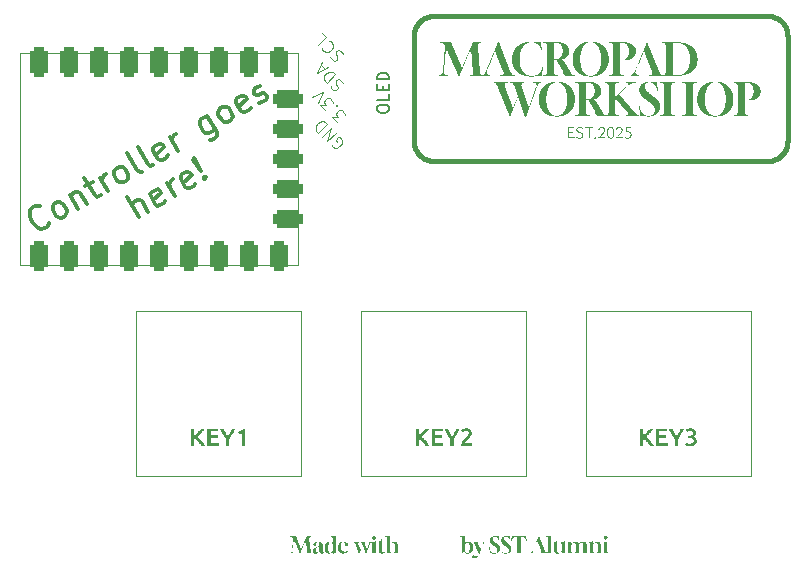
<source format=gto>
G04 #@! TF.GenerationSoftware,KiCad,Pcbnew,8.0.8-8.0.8-0~ubuntu22.04.1*
G04 #@! TF.CreationDate,2025-02-26T16:06:35+08:00*
G04 #@! TF.ProjectId,macropad,6d616372-6f70-4616-942e-6b696361645f,rev?*
G04 #@! TF.SameCoordinates,Original*
G04 #@! TF.FileFunction,Legend,Top*
G04 #@! TF.FilePolarity,Positive*
%FSLAX46Y46*%
G04 Gerber Fmt 4.6, Leading zero omitted, Abs format (unit mm)*
G04 Created by KiCad (PCBNEW 8.0.8-8.0.8-0~ubuntu22.04.1) date 2025-02-26 16:06:35*
%MOMM*%
%LPD*%
G01*
G04 APERTURE LIST*
G04 Aperture macros list*
%AMRoundRect*
0 Rectangle with rounded corners*
0 $1 Rounding radius*
0 $2 $3 $4 $5 $6 $7 $8 $9 X,Y pos of 4 corners*
0 Add a 4 corners polygon primitive as box body*
4,1,4,$2,$3,$4,$5,$6,$7,$8,$9,$2,$3,0*
0 Add four circle primitives for the rounded corners*
1,1,$1+$1,$2,$3*
1,1,$1+$1,$4,$5*
1,1,$1+$1,$6,$7*
1,1,$1+$1,$8,$9*
0 Add four rect primitives between the rounded corners*
20,1,$1+$1,$2,$3,$4,$5,0*
20,1,$1+$1,$4,$5,$6,$7,0*
20,1,$1+$1,$6,$7,$8,$9,0*
20,1,$1+$1,$8,$9,$2,$3,0*%
G04 Aperture macros list end*
%ADD10C,0.300000*%
%ADD11C,0.000000*%
%ADD12C,0.423333*%
%ADD13C,0.150000*%
%ADD14C,0.100000*%
%ADD15C,0.120000*%
%ADD16C,5.300000*%
%ADD17R,2.030000X1.730000*%
%ADD18O,2.030000X1.730000*%
%ADD19C,2.200000*%
%ADD20C,1.700000*%
%ADD21C,4.000000*%
%ADD22RoundRect,0.400000X0.400000X-0.900000X0.400000X0.900000X-0.400000X0.900000X-0.400000X-0.900000X0*%
%ADD23RoundRect,0.400050X0.400050X-0.899950X0.400050X0.899950X-0.400050X0.899950X-0.400050X-0.899950X0*%
%ADD24RoundRect,0.400000X0.900000X-0.400000X0.900000X0.400000X-0.900000X0.400000X-0.900000X-0.400000X0*%
%ADD25RoundRect,0.393700X0.906300X-0.393700X0.906300X0.393700X-0.906300X0.393700X-0.906300X-0.393700X0*%
G04 APERTURE END LIST*
D10*
X173663143Y-85844867D02*
X173628283Y-85974965D01*
X173628283Y-85974965D02*
X173428466Y-86200300D01*
X173428466Y-86200300D02*
X173263509Y-86295538D01*
X173263509Y-86295538D02*
X172968454Y-86355917D01*
X172968454Y-86355917D02*
X172708259Y-86286198D01*
X172708259Y-86286198D02*
X172530542Y-86168860D01*
X172530542Y-86168860D02*
X172257588Y-85886564D01*
X172257588Y-85886564D02*
X172114730Y-85639128D01*
X172114730Y-85639128D02*
X172006733Y-85261595D01*
X172006733Y-85261595D02*
X171993973Y-85049019D01*
X171993973Y-85049019D02*
X172063692Y-84788823D01*
X172063692Y-84788823D02*
X172263509Y-84563488D01*
X172263509Y-84563488D02*
X172428466Y-84468250D01*
X172428466Y-84468250D02*
X172723521Y-84407871D01*
X172723521Y-84407871D02*
X172853619Y-84442731D01*
X174748124Y-85438396D02*
X174535548Y-85451155D01*
X174535548Y-85451155D02*
X174405450Y-85416296D01*
X174405450Y-85416296D02*
X174227734Y-85298957D01*
X174227734Y-85298957D02*
X173942019Y-84804086D01*
X173942019Y-84804086D02*
X173929260Y-84591509D01*
X173929260Y-84591509D02*
X173964119Y-84461412D01*
X173964119Y-84461412D02*
X174081458Y-84283695D01*
X174081458Y-84283695D02*
X174328893Y-84140838D01*
X174328893Y-84140838D02*
X174541470Y-84128078D01*
X174541470Y-84128078D02*
X174671567Y-84162938D01*
X174671567Y-84162938D02*
X174849284Y-84280276D01*
X174849284Y-84280276D02*
X175134998Y-84775148D01*
X175134998Y-84775148D02*
X175147758Y-84987724D01*
X175147758Y-84987724D02*
X175112898Y-85117822D01*
X175112898Y-85117822D02*
X174995560Y-85295538D01*
X174995560Y-85295538D02*
X174748124Y-85438396D01*
X175401115Y-83521790D02*
X176067782Y-84676491D01*
X175496354Y-83686747D02*
X175531213Y-83556650D01*
X175531213Y-83556650D02*
X175648551Y-83378933D01*
X175648551Y-83378933D02*
X175895987Y-83236076D01*
X175895987Y-83236076D02*
X176108563Y-83223316D01*
X176108563Y-83223316D02*
X176286280Y-83340655D01*
X176286280Y-83340655D02*
X176810090Y-84247919D01*
X176720773Y-82759885D02*
X177380602Y-82378933D01*
X176634876Y-82039678D02*
X177492019Y-83524293D01*
X177492019Y-83524293D02*
X177669735Y-83641631D01*
X177669735Y-83641631D02*
X177882312Y-83628872D01*
X177882312Y-83628872D02*
X178047269Y-83533634D01*
X178624619Y-83200300D02*
X177957952Y-82045600D01*
X178148429Y-82375514D02*
X178135669Y-82162938D01*
X178135669Y-82162938D02*
X178170529Y-82032840D01*
X178170529Y-82032840D02*
X178287867Y-81855124D01*
X178287867Y-81855124D02*
X178452824Y-81759885D01*
X179944277Y-82438396D02*
X179731700Y-82451155D01*
X179731700Y-82451155D02*
X179601603Y-82416296D01*
X179601603Y-82416296D02*
X179423886Y-82298957D01*
X179423886Y-82298957D02*
X179138172Y-81804086D01*
X179138172Y-81804086D02*
X179125412Y-81591509D01*
X179125412Y-81591509D02*
X179160272Y-81461412D01*
X179160272Y-81461412D02*
X179277610Y-81283695D01*
X179277610Y-81283695D02*
X179525046Y-81140838D01*
X179525046Y-81140838D02*
X179737622Y-81128078D01*
X179737622Y-81128078D02*
X179867720Y-81162938D01*
X179867720Y-81162938D02*
X180045436Y-81280276D01*
X180045436Y-81280276D02*
X180331151Y-81775148D01*
X180331151Y-81775148D02*
X180343910Y-81987724D01*
X180343910Y-81987724D02*
X180309051Y-82117822D01*
X180309051Y-82117822D02*
X180191712Y-82295538D01*
X180191712Y-82295538D02*
X179944277Y-82438396D01*
X181511370Y-81533634D02*
X181298794Y-81546393D01*
X181298794Y-81546393D02*
X181121077Y-81429055D01*
X181121077Y-81429055D02*
X180263935Y-79944440D01*
X182418635Y-81009824D02*
X182206059Y-81022584D01*
X182206059Y-81022584D02*
X182028342Y-80905245D01*
X182028342Y-80905245D02*
X181171199Y-79420630D01*
X183690674Y-80165441D02*
X183573336Y-80343157D01*
X183573336Y-80343157D02*
X183243421Y-80533634D01*
X183243421Y-80533634D02*
X183030845Y-80546393D01*
X183030845Y-80546393D02*
X182853128Y-80429055D01*
X182853128Y-80429055D02*
X182472176Y-79769226D01*
X182472176Y-79769226D02*
X182459416Y-79556650D01*
X182459416Y-79556650D02*
X182576754Y-79378933D01*
X182576754Y-79378933D02*
X182906669Y-79188457D01*
X182906669Y-79188457D02*
X183119245Y-79175697D01*
X183119245Y-79175697D02*
X183296962Y-79293036D01*
X183296962Y-79293036D02*
X183392200Y-79457993D01*
X183392200Y-79457993D02*
X182662652Y-80099141D01*
X184563079Y-79771729D02*
X183896412Y-78617028D01*
X184086889Y-78946943D02*
X184074129Y-78734366D01*
X184074129Y-78734366D02*
X184108989Y-78604269D01*
X184108989Y-78604269D02*
X184226327Y-78426552D01*
X184226327Y-78426552D02*
X184391284Y-78331314D01*
X187030600Y-76807504D02*
X187840124Y-78209641D01*
X187840124Y-78209641D02*
X187852883Y-78422217D01*
X187852883Y-78422217D02*
X187818024Y-78552315D01*
X187818024Y-78552315D02*
X187700685Y-78730031D01*
X187700685Y-78730031D02*
X187453250Y-78872888D01*
X187453250Y-78872888D02*
X187240673Y-78885648D01*
X187649647Y-77879726D02*
X187532309Y-78057443D01*
X187532309Y-78057443D02*
X187202395Y-78247919D01*
X187202395Y-78247919D02*
X186989819Y-78260679D01*
X186989819Y-78260679D02*
X186859721Y-78225819D01*
X186859721Y-78225819D02*
X186682004Y-78108481D01*
X186682004Y-78108481D02*
X186396290Y-77613609D01*
X186396290Y-77613609D02*
X186383530Y-77401033D01*
X186383530Y-77401033D02*
X186418390Y-77270935D01*
X186418390Y-77270935D02*
X186535728Y-77093219D01*
X186535728Y-77093219D02*
X186865643Y-76902742D01*
X186865643Y-76902742D02*
X187078219Y-76889983D01*
X188769489Y-77343157D02*
X188556912Y-77355917D01*
X188556912Y-77355917D02*
X188426815Y-77321057D01*
X188426815Y-77321057D02*
X188249098Y-77203719D01*
X188249098Y-77203719D02*
X187963384Y-76708847D01*
X187963384Y-76708847D02*
X187950624Y-76496271D01*
X187950624Y-76496271D02*
X187985484Y-76366173D01*
X187985484Y-76366173D02*
X188102822Y-76188457D01*
X188102822Y-76188457D02*
X188350258Y-76045599D01*
X188350258Y-76045599D02*
X188562834Y-76032840D01*
X188562834Y-76032840D02*
X188692932Y-76067699D01*
X188692932Y-76067699D02*
X188870648Y-76185038D01*
X188870648Y-76185038D02*
X189156363Y-76679909D01*
X189156363Y-76679909D02*
X189169122Y-76892486D01*
X189169122Y-76892486D02*
X189134263Y-77022583D01*
X189134263Y-77022583D02*
X189016924Y-77200300D01*
X189016924Y-77200300D02*
X188769489Y-77343157D01*
X190701356Y-76117821D02*
X190584018Y-76295538D01*
X190584018Y-76295538D02*
X190254104Y-76486014D01*
X190254104Y-76486014D02*
X190041527Y-76498774D01*
X190041527Y-76498774D02*
X189863811Y-76381435D01*
X189863811Y-76381435D02*
X189482858Y-75721607D01*
X189482858Y-75721607D02*
X189470099Y-75509030D01*
X189470099Y-75509030D02*
X189587437Y-75331314D01*
X189587437Y-75331314D02*
X189917352Y-75140837D01*
X189917352Y-75140837D02*
X190129928Y-75128078D01*
X190129928Y-75128078D02*
X190307645Y-75245416D01*
X190307645Y-75245416D02*
X190402883Y-75410373D01*
X190402883Y-75410373D02*
X189673335Y-76051521D01*
X191443664Y-75689250D02*
X191656240Y-75676490D01*
X191656240Y-75676490D02*
X191986155Y-75486014D01*
X191986155Y-75486014D02*
X192103493Y-75308297D01*
X192103493Y-75308297D02*
X192090734Y-75095721D01*
X192090734Y-75095721D02*
X192043114Y-75013242D01*
X192043114Y-75013242D02*
X191865398Y-74895904D01*
X191865398Y-74895904D02*
X191652821Y-74908664D01*
X191652821Y-74908664D02*
X191405386Y-75051521D01*
X191405386Y-75051521D02*
X191192809Y-75064280D01*
X191192809Y-75064280D02*
X191015093Y-74946942D01*
X191015093Y-74946942D02*
X190967474Y-74864464D01*
X190967474Y-74864464D02*
X190954714Y-74651887D01*
X190954714Y-74651887D02*
X191072052Y-74474171D01*
X191072052Y-74474171D02*
X191319488Y-74331313D01*
X191319488Y-74331313D02*
X191532064Y-74318554D01*
X181265546Y-85393567D02*
X180265546Y-83661516D01*
X182007853Y-84964996D02*
X181484044Y-84057731D01*
X181484044Y-84057731D02*
X181306327Y-83940393D01*
X181306327Y-83940393D02*
X181093751Y-83953152D01*
X181093751Y-83953152D02*
X180846315Y-84096010D01*
X180846315Y-84096010D02*
X180728977Y-84273726D01*
X180728977Y-84273726D02*
X180694117Y-84403824D01*
X183444849Y-84025374D02*
X183327511Y-84203091D01*
X183327511Y-84203091D02*
X182997597Y-84393567D01*
X182997597Y-84393567D02*
X182785020Y-84406327D01*
X182785020Y-84406327D02*
X182607304Y-84288988D01*
X182607304Y-84288988D02*
X182226351Y-83629160D01*
X182226351Y-83629160D02*
X182213592Y-83416583D01*
X182213592Y-83416583D02*
X182330930Y-83238867D01*
X182330930Y-83238867D02*
X182660844Y-83048390D01*
X182660844Y-83048390D02*
X182873421Y-83035631D01*
X182873421Y-83035631D02*
X183051137Y-83152969D01*
X183051137Y-83152969D02*
X183146375Y-83317926D01*
X183146375Y-83317926D02*
X182416827Y-83959074D01*
X184317255Y-83631662D02*
X183650588Y-82476962D01*
X183841064Y-82806876D02*
X183828305Y-82594300D01*
X183828305Y-82594300D02*
X183863164Y-82464202D01*
X183863164Y-82464202D02*
X183980502Y-82286486D01*
X183980502Y-82286486D02*
X184145460Y-82191247D01*
X186001686Y-82549184D02*
X185884348Y-82726900D01*
X185884348Y-82726900D02*
X185554433Y-82917377D01*
X185554433Y-82917377D02*
X185341857Y-82930136D01*
X185341857Y-82930136D02*
X185164141Y-82812798D01*
X185164141Y-82812798D02*
X184783188Y-82152969D01*
X184783188Y-82152969D02*
X184770429Y-81940393D01*
X184770429Y-81940393D02*
X184887767Y-81762676D01*
X184887767Y-81762676D02*
X185217681Y-81572200D01*
X185217681Y-81572200D02*
X185430258Y-81559440D01*
X185430258Y-81559440D02*
X185607974Y-81676779D01*
X185607974Y-81676779D02*
X185703212Y-81841736D01*
X185703212Y-81841736D02*
X184973664Y-82482884D01*
X186778853Y-81990515D02*
X186908951Y-82025374D01*
X186908951Y-82025374D02*
X186874091Y-82155472D01*
X186874091Y-82155472D02*
X186743994Y-82120612D01*
X186743994Y-82120612D02*
X186778853Y-81990515D01*
X186778853Y-81990515D02*
X186874091Y-82155472D01*
X186493139Y-81495643D02*
X185839232Y-80553519D01*
X185839232Y-80553519D02*
X185874091Y-80423421D01*
X185874091Y-80423421D02*
X186004189Y-80458280D01*
X186004189Y-80458280D02*
X186493139Y-81495643D01*
X186493139Y-81495643D02*
X185874091Y-80423421D01*
D11*
G36*
X220778395Y-112376229D02*
G01*
X220786462Y-112376764D01*
X220794350Y-112377657D01*
X220802059Y-112378908D01*
X220809590Y-112380515D01*
X220816942Y-112382479D01*
X220824116Y-112384801D01*
X220831111Y-112387480D01*
X220837927Y-112390516D01*
X220844565Y-112393909D01*
X220851024Y-112397660D01*
X220857305Y-112401768D01*
X220863407Y-112406232D01*
X220869330Y-112411054D01*
X220875075Y-112416234D01*
X220880642Y-112421770D01*
X220886178Y-112427567D01*
X220891357Y-112433528D01*
X220896178Y-112439652D01*
X220900643Y-112445940D01*
X220904751Y-112452391D01*
X220908501Y-112459007D01*
X220911894Y-112465786D01*
X220914930Y-112472729D01*
X220917609Y-112479835D01*
X220919931Y-112487106D01*
X220921895Y-112494540D01*
X220923503Y-112502137D01*
X220924753Y-112509899D01*
X220925646Y-112517824D01*
X220926181Y-112525913D01*
X220926360Y-112534165D01*
X220926181Y-112542418D01*
X220925646Y-112550506D01*
X220924753Y-112558432D01*
X220923503Y-112566193D01*
X220921895Y-112573791D01*
X220919931Y-112581225D01*
X220917609Y-112588495D01*
X220914930Y-112595601D01*
X220911894Y-112602544D01*
X220908501Y-112609323D01*
X220904751Y-112615939D01*
X220900643Y-112622390D01*
X220896178Y-112628678D01*
X220891357Y-112634803D01*
X220886178Y-112640763D01*
X220880642Y-112646560D01*
X220875075Y-112652096D01*
X220869330Y-112657276D01*
X220863407Y-112662098D01*
X220857305Y-112666563D01*
X220851024Y-112670670D01*
X220844565Y-112674421D01*
X220837927Y-112677814D01*
X220831111Y-112680850D01*
X220824116Y-112683529D01*
X220816942Y-112685851D01*
X220809590Y-112687815D01*
X220802059Y-112689423D01*
X220794350Y-112690673D01*
X220786462Y-112691566D01*
X220778395Y-112692102D01*
X220770150Y-112692280D01*
X220761667Y-112692109D01*
X220753362Y-112691595D01*
X220745237Y-112690740D01*
X220737289Y-112689542D01*
X220729520Y-112688001D01*
X220721930Y-112686119D01*
X220714519Y-112683894D01*
X220707285Y-112681326D01*
X220700231Y-112678417D01*
X220693355Y-112675165D01*
X220686658Y-112671571D01*
X220680139Y-112667634D01*
X220673798Y-112663355D01*
X220667637Y-112658734D01*
X220661654Y-112653771D01*
X220655849Y-112648465D01*
X220650544Y-112642661D01*
X220645581Y-112636678D01*
X220640960Y-112630516D01*
X220636681Y-112624176D01*
X220632745Y-112617658D01*
X220629150Y-112610960D01*
X220625899Y-112604085D01*
X220622989Y-112597030D01*
X220620422Y-112589797D01*
X220618197Y-112582385D01*
X220616314Y-112574795D01*
X220614774Y-112567026D01*
X220613576Y-112559079D01*
X220612720Y-112550953D01*
X220612206Y-112542648D01*
X220612035Y-112534165D01*
X220612206Y-112525689D01*
X220612720Y-112517407D01*
X220613576Y-112509318D01*
X220614774Y-112501423D01*
X220616314Y-112493721D01*
X220618197Y-112486213D01*
X220620422Y-112478898D01*
X220622989Y-112471776D01*
X220625899Y-112464848D01*
X220629150Y-112458114D01*
X220632745Y-112451573D01*
X220636681Y-112445225D01*
X220640960Y-112439071D01*
X220645581Y-112433111D01*
X220650544Y-112427344D01*
X220655849Y-112421770D01*
X220661654Y-112416234D01*
X220667637Y-112411054D01*
X220673798Y-112406232D01*
X220680139Y-112401768D01*
X220686658Y-112397660D01*
X220693355Y-112393909D01*
X220700231Y-112390516D01*
X220707285Y-112387480D01*
X220714519Y-112384801D01*
X220721930Y-112382479D01*
X220729520Y-112380515D01*
X220737289Y-112378908D01*
X220745237Y-112377657D01*
X220753362Y-112376764D01*
X220761667Y-112376229D01*
X220770150Y-112376050D01*
X220778395Y-112376229D01*
G37*
G36*
X201157267Y-112376229D02*
G01*
X201165334Y-112376764D01*
X201173222Y-112377657D01*
X201180931Y-112378908D01*
X201188462Y-112380515D01*
X201195814Y-112382479D01*
X201202987Y-112384801D01*
X201209982Y-112387480D01*
X201216799Y-112390516D01*
X201223437Y-112393909D01*
X201229896Y-112397660D01*
X201236176Y-112401768D01*
X201242278Y-112406232D01*
X201248202Y-112411054D01*
X201253947Y-112416234D01*
X201259513Y-112421770D01*
X201265049Y-112427567D01*
X201270228Y-112433528D01*
X201275050Y-112439652D01*
X201279515Y-112445940D01*
X201283622Y-112452391D01*
X201287373Y-112459007D01*
X201290766Y-112465786D01*
X201293802Y-112472729D01*
X201296481Y-112479835D01*
X201298803Y-112487106D01*
X201300768Y-112494540D01*
X201302375Y-112502137D01*
X201303625Y-112509899D01*
X201304518Y-112517824D01*
X201305054Y-112525913D01*
X201305233Y-112534165D01*
X201305054Y-112542418D01*
X201304518Y-112550506D01*
X201303625Y-112558432D01*
X201302375Y-112566193D01*
X201300768Y-112573791D01*
X201298803Y-112581225D01*
X201296481Y-112588495D01*
X201293802Y-112595601D01*
X201290766Y-112602544D01*
X201287373Y-112609323D01*
X201283622Y-112615939D01*
X201279515Y-112622390D01*
X201275050Y-112628678D01*
X201270228Y-112634803D01*
X201265049Y-112640763D01*
X201259513Y-112646560D01*
X201253947Y-112652096D01*
X201248202Y-112657276D01*
X201242278Y-112662098D01*
X201236176Y-112666563D01*
X201229896Y-112670670D01*
X201223437Y-112674421D01*
X201216799Y-112677814D01*
X201209982Y-112680850D01*
X201202987Y-112683529D01*
X201195814Y-112685851D01*
X201188462Y-112687815D01*
X201180931Y-112689423D01*
X201173222Y-112690673D01*
X201165334Y-112691566D01*
X201157267Y-112692102D01*
X201149022Y-112692280D01*
X201140538Y-112692109D01*
X201132234Y-112691595D01*
X201124108Y-112690740D01*
X201116161Y-112689542D01*
X201108392Y-112688001D01*
X201100802Y-112686119D01*
X201093390Y-112683894D01*
X201086157Y-112681326D01*
X201079103Y-112678417D01*
X201072227Y-112675165D01*
X201065530Y-112671571D01*
X201059011Y-112667634D01*
X201052671Y-112663355D01*
X201046510Y-112658734D01*
X201040527Y-112653771D01*
X201034723Y-112648465D01*
X201029417Y-112642661D01*
X201024453Y-112636678D01*
X201019832Y-112630516D01*
X201015553Y-112624176D01*
X201011617Y-112617658D01*
X201008022Y-112610960D01*
X201004770Y-112604085D01*
X201001861Y-112597030D01*
X200999294Y-112589797D01*
X200997069Y-112582385D01*
X200995186Y-112574795D01*
X200993646Y-112567026D01*
X200992447Y-112559079D01*
X200991592Y-112550953D01*
X200991078Y-112542648D01*
X200990907Y-112534165D01*
X200991078Y-112525689D01*
X200991592Y-112517407D01*
X200992447Y-112509318D01*
X200993646Y-112501423D01*
X200995186Y-112493721D01*
X200997069Y-112486213D01*
X200999294Y-112478898D01*
X201001861Y-112471776D01*
X201004770Y-112464848D01*
X201008022Y-112458114D01*
X201011617Y-112451573D01*
X201015553Y-112445225D01*
X201019832Y-112439071D01*
X201024453Y-112433111D01*
X201029417Y-112427344D01*
X201034723Y-112421770D01*
X201040527Y-112416234D01*
X201046510Y-112411054D01*
X201052671Y-112406232D01*
X201059011Y-112401768D01*
X201065530Y-112397660D01*
X201072227Y-112393909D01*
X201079103Y-112390516D01*
X201086157Y-112387480D01*
X201093390Y-112384801D01*
X201100802Y-112382479D01*
X201108392Y-112380515D01*
X201116161Y-112378908D01*
X201124108Y-112377657D01*
X201132234Y-112376764D01*
X201140538Y-112376229D01*
X201149022Y-112376050D01*
X201157267Y-112376229D01*
G37*
G36*
X216137086Y-113680975D02*
G01*
X216137249Y-113689674D01*
X216137740Y-113698150D01*
X216138559Y-113706402D01*
X216139705Y-113714432D01*
X216141178Y-113722238D01*
X216142979Y-113729820D01*
X216145107Y-113737180D01*
X216147563Y-113744316D01*
X216150346Y-113751229D01*
X216153456Y-113757919D01*
X216156894Y-113764386D01*
X216160660Y-113770629D01*
X216164752Y-113776649D01*
X216169173Y-113782446D01*
X216173920Y-113788020D01*
X216178995Y-113793370D01*
X216184569Y-113798214D01*
X216190336Y-113802746D01*
X216196296Y-113806966D01*
X216202451Y-113810872D01*
X216208798Y-113814466D01*
X216215339Y-113817748D01*
X216222073Y-113820717D01*
X216229001Y-113823374D01*
X216236123Y-113825718D01*
X216243438Y-113827749D01*
X216250946Y-113829468D01*
X216258648Y-113830875D01*
X216266543Y-113831969D01*
X216274632Y-113832750D01*
X216282914Y-113833219D01*
X216291390Y-113833375D01*
X216291390Y-113852425D01*
X215784871Y-113852425D01*
X215708460Y-113852425D01*
X215175272Y-113852425D01*
X215175272Y-113833375D01*
X215182891Y-113833375D01*
X215193384Y-113833174D01*
X215203430Y-113832571D01*
X215213029Y-113831567D01*
X215222182Y-113830160D01*
X215230889Y-113828352D01*
X215239149Y-113826142D01*
X215246963Y-113823530D01*
X215254330Y-113820516D01*
X215261250Y-113817101D01*
X215267724Y-113813283D01*
X215273752Y-113809064D01*
X215279333Y-113804443D01*
X215284467Y-113799420D01*
X215289155Y-113793995D01*
X215293396Y-113788169D01*
X215297191Y-113781940D01*
X215300734Y-113775116D01*
X215303740Y-113767980D01*
X215306210Y-113760531D01*
X215308145Y-113752770D01*
X215309544Y-113744696D01*
X215310407Y-113736309D01*
X215310735Y-113727610D01*
X215310526Y-113718599D01*
X215309782Y-113709275D01*
X215308502Y-113699638D01*
X215306686Y-113689689D01*
X215304335Y-113679427D01*
X215301448Y-113668853D01*
X215298025Y-113657966D01*
X215294066Y-113646767D01*
X215289571Y-113635255D01*
X215175272Y-113351410D01*
X214716166Y-113351410D01*
X214609487Y-113616205D01*
X214605498Y-113626385D01*
X214602105Y-113636446D01*
X214599307Y-113646387D01*
X214597104Y-113656210D01*
X214595497Y-113665914D01*
X214594485Y-113675498D01*
X214594068Y-113684964D01*
X214594247Y-113694310D01*
X214595021Y-113703537D01*
X214596390Y-113712646D01*
X214598354Y-113721635D01*
X214600914Y-113730505D01*
X214604070Y-113739256D01*
X214607820Y-113747888D01*
X214612166Y-113756401D01*
X214617107Y-113764795D01*
X214619896Y-113768784D01*
X214622785Y-113772653D01*
X214625775Y-113776404D01*
X214628865Y-113780035D01*
X214632055Y-113783547D01*
X214635346Y-113786941D01*
X214638737Y-113790215D01*
X214642229Y-113793370D01*
X214645822Y-113796406D01*
X214649514Y-113799323D01*
X214653308Y-113802121D01*
X214657201Y-113804800D01*
X214661195Y-113807360D01*
X214665290Y-113809801D01*
X214669485Y-113812122D01*
X214673781Y-113814325D01*
X214682673Y-113818373D01*
X214691967Y-113821945D01*
X214701663Y-113825041D01*
X214711761Y-113827660D01*
X214722261Y-113829803D01*
X214733163Y-113831470D01*
X214744466Y-113832661D01*
X214756171Y-113833375D01*
X214756171Y-113852425D01*
X214384697Y-113852425D01*
X214384697Y-113833375D01*
X214389222Y-113832795D01*
X214393746Y-113832006D01*
X214398271Y-113831009D01*
X214402795Y-113829803D01*
X214407319Y-113828389D01*
X214411844Y-113826767D01*
X214416368Y-113824936D01*
X214420892Y-113822898D01*
X214425416Y-113820650D01*
X214429941Y-113818195D01*
X214434465Y-113815531D01*
X214438989Y-113812658D01*
X214443514Y-113809577D01*
X214448038Y-113806288D01*
X214452562Y-113802791D01*
X214457087Y-113799085D01*
X214461827Y-113794977D01*
X214466522Y-113790751D01*
X214471173Y-113786405D01*
X214475779Y-113781940D01*
X214480341Y-113777356D01*
X214484858Y-113772653D01*
X214489330Y-113767831D01*
X214493758Y-113762890D01*
X214498141Y-113757830D01*
X214502479Y-113752651D01*
X214506773Y-113747352D01*
X214511022Y-113741935D01*
X214515226Y-113736399D01*
X214519386Y-113730743D01*
X214523501Y-113724969D01*
X214527572Y-113719075D01*
X214535430Y-113707198D01*
X214542812Y-113695382D01*
X214549718Y-113683624D01*
X214556147Y-113671926D01*
X214562100Y-113660288D01*
X214567577Y-113648709D01*
X214572577Y-113637190D01*
X214577102Y-113625730D01*
X214699328Y-113326645D01*
X214725692Y-113326645D01*
X215165746Y-113326645D01*
X214948575Y-112778005D01*
X214725692Y-113326645D01*
X214699328Y-113326645D01*
X215080022Y-112395100D01*
X215097167Y-112395100D01*
X215592466Y-113625730D01*
X215603018Y-113650875D01*
X215613719Y-113674397D01*
X215624568Y-113696297D01*
X215635567Y-113716575D01*
X215646714Y-113735230D01*
X215658011Y-113752264D01*
X215669456Y-113767675D01*
X215681049Y-113781464D01*
X215692792Y-113793631D01*
X215704684Y-113804175D01*
X215716724Y-113813097D01*
X215728913Y-113820397D01*
X215741251Y-113826075D01*
X215750458Y-113829066D01*
X215756145Y-113827749D01*
X215763363Y-113825718D01*
X215770373Y-113823374D01*
X215777174Y-113820717D01*
X215783767Y-113817748D01*
X215790152Y-113814466D01*
X215796328Y-113810872D01*
X215802296Y-113806966D01*
X215808056Y-113802746D01*
X215813607Y-113798214D01*
X215818950Y-113793370D01*
X215824256Y-113788020D01*
X215829219Y-113782446D01*
X215833840Y-113776649D01*
X215838119Y-113770629D01*
X215842055Y-113764386D01*
X215845649Y-113757919D01*
X215848901Y-113751229D01*
X215851811Y-113744316D01*
X215854378Y-113737180D01*
X215856603Y-113729820D01*
X215858486Y-113722238D01*
X215860026Y-113714432D01*
X215861224Y-113706402D01*
X215862080Y-113698150D01*
X215862593Y-113689674D01*
X215862765Y-113680975D01*
X215862765Y-112595125D01*
X215862593Y-112586657D01*
X215862080Y-112578397D01*
X215861224Y-112570345D01*
X215860026Y-112562502D01*
X215858486Y-112554867D01*
X215856603Y-112547441D01*
X215854378Y-112540222D01*
X215851811Y-112533213D01*
X215848901Y-112526411D01*
X215845649Y-112519818D01*
X215842055Y-112513433D01*
X215838119Y-112507257D01*
X215833840Y-112501289D01*
X215829219Y-112495529D01*
X215824256Y-112489978D01*
X215818950Y-112484635D01*
X215813607Y-112479560D01*
X215808056Y-112474812D01*
X215802296Y-112470392D01*
X215796328Y-112466299D01*
X215790152Y-112462534D01*
X215783767Y-112459096D01*
X215777174Y-112455986D01*
X215770373Y-112453203D01*
X215763363Y-112450747D01*
X215756145Y-112448619D01*
X215748718Y-112446818D01*
X215741083Y-112445344D01*
X215733240Y-112444198D01*
X215725188Y-112443380D01*
X215716928Y-112442889D01*
X215708460Y-112442725D01*
X215708460Y-112423675D01*
X215902770Y-112423675D01*
X215926345Y-112423348D01*
X215948490Y-112422365D01*
X215969207Y-112420728D01*
X215988495Y-112418436D01*
X216006355Y-112415490D01*
X216014749Y-112413771D01*
X216022785Y-112411888D01*
X216030465Y-112409842D01*
X216037787Y-112407631D01*
X216044752Y-112405258D01*
X216051360Y-112402720D01*
X216057201Y-112400064D01*
X216062820Y-112397333D01*
X216068214Y-112394527D01*
X216073386Y-112391647D01*
X216078335Y-112388693D01*
X216083060Y-112385664D01*
X216087562Y-112382561D01*
X216091841Y-112379384D01*
X216095896Y-112376132D01*
X216099729Y-112372806D01*
X216103338Y-112369405D01*
X216106724Y-112365930D01*
X216109887Y-112362380D01*
X216112826Y-112358756D01*
X216115542Y-112355058D01*
X216118035Y-112351285D01*
X216137086Y-112351285D01*
X216137086Y-113680975D01*
G37*
G36*
X214077886Y-112808485D02*
G01*
X214058835Y-112808485D01*
X214055807Y-112790879D01*
X214052436Y-112773778D01*
X214048723Y-112757184D01*
X214044668Y-112741096D01*
X214040270Y-112725513D01*
X214035530Y-112710437D01*
X214030447Y-112695867D01*
X214025023Y-112681803D01*
X214019256Y-112668244D01*
X214013146Y-112655192D01*
X214006695Y-112642646D01*
X213999901Y-112630606D01*
X213992764Y-112619072D01*
X213985286Y-112608043D01*
X213977465Y-112597521D01*
X213969301Y-112587505D01*
X213961101Y-112577935D01*
X213952692Y-112568753D01*
X213944075Y-112559957D01*
X213935249Y-112551548D01*
X213926215Y-112543526D01*
X213916973Y-112535892D01*
X213907522Y-112528644D01*
X213897863Y-112521783D01*
X213887996Y-112515309D01*
X213877920Y-112509222D01*
X213867636Y-112503521D01*
X213857144Y-112498208D01*
X213846443Y-112493282D01*
X213835534Y-112488743D01*
X213824417Y-112484590D01*
X213813091Y-112480825D01*
X213801869Y-112477134D01*
X213790588Y-112473681D01*
X213779247Y-112470467D01*
X213767847Y-112467490D01*
X213756387Y-112464752D01*
X213744868Y-112462251D01*
X213733289Y-112459989D01*
X213721650Y-112457965D01*
X213709953Y-112456179D01*
X213698195Y-112454631D01*
X213674502Y-112452250D01*
X213650571Y-112450821D01*
X213626401Y-112450345D01*
X213576870Y-112450345D01*
X213576870Y-113680975D01*
X213577033Y-113689443D01*
X213577525Y-113697703D01*
X213578343Y-113705755D01*
X213579489Y-113713598D01*
X213580963Y-113721233D01*
X213582764Y-113728660D01*
X213584892Y-113735878D01*
X213587348Y-113742888D01*
X213590131Y-113749689D01*
X213593242Y-113756282D01*
X213596680Y-113762667D01*
X213600445Y-113768843D01*
X213604538Y-113774811D01*
X213608958Y-113780571D01*
X213613706Y-113786122D01*
X213618781Y-113791465D01*
X213624124Y-113796540D01*
X213629675Y-113801288D01*
X213635435Y-113805708D01*
X213641403Y-113809801D01*
X213647580Y-113813566D01*
X213653964Y-113817004D01*
X213660557Y-113820114D01*
X213667359Y-113822898D01*
X213674369Y-113825353D01*
X213681587Y-113827481D01*
X213689013Y-113829282D01*
X213696648Y-113830756D01*
X213704492Y-113831902D01*
X213712543Y-113832720D01*
X213720803Y-113833211D01*
X213729271Y-113833375D01*
X213731176Y-113852425D01*
X213125387Y-113852425D01*
X213127291Y-113833375D01*
X213129197Y-113833375D01*
X213137665Y-113833211D01*
X213145925Y-113832720D01*
X213153976Y-113831902D01*
X213161820Y-113830756D01*
X213169454Y-113829282D01*
X213176881Y-113827481D01*
X213184099Y-113825353D01*
X213191109Y-113822898D01*
X213197910Y-113820114D01*
X213204503Y-113817004D01*
X213210888Y-113813566D01*
X213217064Y-113809801D01*
X213223033Y-113805708D01*
X213228792Y-113801288D01*
X213234344Y-113796540D01*
X213239687Y-113791465D01*
X213244762Y-113786122D01*
X213249509Y-113780571D01*
X213253930Y-113774811D01*
X213258022Y-113768843D01*
X213261788Y-113762667D01*
X213265225Y-113756282D01*
X213268336Y-113749689D01*
X213271119Y-113742888D01*
X213273575Y-113735878D01*
X213275703Y-113728660D01*
X213277504Y-113721233D01*
X213278977Y-113713598D01*
X213280123Y-113705755D01*
X213280942Y-113697703D01*
X213281433Y-113689443D01*
X213281597Y-113680975D01*
X213281597Y-112450345D01*
X213226351Y-112450345D01*
X213203074Y-112450821D01*
X213179917Y-112452250D01*
X213156878Y-112454631D01*
X213133958Y-112457965D01*
X213111158Y-112462251D01*
X213088477Y-112467490D01*
X213065914Y-112473681D01*
X213043471Y-112480825D01*
X213032376Y-112484590D01*
X213021475Y-112488743D01*
X213010767Y-112493282D01*
X213000252Y-112498208D01*
X212989931Y-112503521D01*
X212979803Y-112509222D01*
X212969868Y-112515309D01*
X212960128Y-112521783D01*
X212950580Y-112528644D01*
X212941226Y-112535892D01*
X212932066Y-112543526D01*
X212923099Y-112551548D01*
X212914325Y-112559957D01*
X212905745Y-112568753D01*
X212897358Y-112577935D01*
X212889165Y-112587505D01*
X212881233Y-112597298D01*
X212873628Y-112607627D01*
X212866350Y-112618491D01*
X212859400Y-112629891D01*
X212852777Y-112641827D01*
X212846482Y-112654299D01*
X212840514Y-112667307D01*
X212834874Y-112680850D01*
X212829560Y-112694929D01*
X212824575Y-112709544D01*
X212819917Y-112724695D01*
X212815586Y-112740381D01*
X212811582Y-112756604D01*
X212807907Y-112773362D01*
X212804558Y-112790655D01*
X212801537Y-112808485D01*
X212782486Y-112808485D01*
X212835825Y-112423675D01*
X214022642Y-112423675D01*
X214077886Y-112808485D01*
G37*
G36*
X202519299Y-113075185D02*
G01*
X202525914Y-113062736D01*
X202532902Y-113050628D01*
X202540261Y-113038864D01*
X202547993Y-113027441D01*
X202556097Y-113016361D01*
X202564572Y-113005623D01*
X202573420Y-112995227D01*
X202582640Y-112985174D01*
X202592232Y-112975463D01*
X202602196Y-112966094D01*
X202612532Y-112957068D01*
X202623240Y-112948384D01*
X202634321Y-112940042D01*
X202645773Y-112932042D01*
X202657597Y-112924385D01*
X202669793Y-112917070D01*
X202682228Y-112909919D01*
X202694767Y-112903229D01*
X202707410Y-112897001D01*
X202720157Y-112891234D01*
X202733008Y-112885928D01*
X202745964Y-112881083D01*
X202759024Y-112876700D01*
X202772188Y-112872779D01*
X202785456Y-112869319D01*
X202798828Y-112866320D01*
X202812304Y-112863782D01*
X202825885Y-112861706D01*
X202839570Y-112860091D01*
X202853359Y-112858938D01*
X202867252Y-112858246D01*
X202881249Y-112858015D01*
X202892337Y-112858179D01*
X202903216Y-112858670D01*
X202913887Y-112859488D01*
X202924350Y-112860634D01*
X202934604Y-112862108D01*
X202944650Y-112863909D01*
X202954487Y-112866037D01*
X202964116Y-112868493D01*
X202973537Y-112871276D01*
X202982750Y-112874386D01*
X202991754Y-112877824D01*
X203000550Y-112881589D01*
X203009137Y-112885682D01*
X203017516Y-112890102D01*
X203025687Y-112894850D01*
X203033649Y-112899925D01*
X203041388Y-112905037D01*
X203048889Y-112910373D01*
X203056152Y-112915932D01*
X203063177Y-112921714D01*
X203069963Y-112927719D01*
X203076512Y-112933947D01*
X203082822Y-112940399D01*
X203088894Y-112947074D01*
X203094728Y-112953972D01*
X203100324Y-112961093D01*
X203105682Y-112968438D01*
X203110802Y-112976006D01*
X203115683Y-112983797D01*
X203120327Y-112991812D01*
X203124732Y-113000049D01*
X203128899Y-113008510D01*
X203133051Y-113017150D01*
X203136936Y-113025923D01*
X203140552Y-113034830D01*
X203143901Y-113043872D01*
X203146982Y-113053047D01*
X203149794Y-113062356D01*
X203152339Y-113071799D01*
X203154616Y-113081376D01*
X203156626Y-113091087D01*
X203158367Y-113100932D01*
X203159840Y-113110911D01*
X203161046Y-113121024D01*
X203161983Y-113131271D01*
X203162653Y-113141652D01*
X203163055Y-113152166D01*
X203163189Y-113162815D01*
X203163189Y-113680975D01*
X203163352Y-113689674D01*
X203163844Y-113698150D01*
X203164662Y-113706402D01*
X203165808Y-113714432D01*
X203167282Y-113722238D01*
X203169083Y-113729820D01*
X203171211Y-113737180D01*
X203173667Y-113744316D01*
X203176450Y-113751229D01*
X203179560Y-113757919D01*
X203182998Y-113764386D01*
X203186764Y-113770629D01*
X203190857Y-113776649D01*
X203195277Y-113782446D01*
X203200024Y-113788020D01*
X203205099Y-113793370D01*
X203210673Y-113798214D01*
X203216440Y-113802746D01*
X203222400Y-113806966D01*
X203228554Y-113810872D01*
X203234902Y-113814466D01*
X203241443Y-113817748D01*
X203248177Y-113820717D01*
X203255105Y-113823374D01*
X203262227Y-113825718D01*
X203269542Y-113827749D01*
X203277050Y-113829468D01*
X203284752Y-113830875D01*
X203292647Y-113831969D01*
X203300736Y-113832750D01*
X203309018Y-113833219D01*
X203317494Y-113833375D01*
X203317494Y-113852425D01*
X202736469Y-113852425D01*
X202736469Y-113833375D01*
X202744937Y-113833219D01*
X202753197Y-113832750D01*
X202761249Y-113831969D01*
X202769092Y-113830875D01*
X202776727Y-113829468D01*
X202784154Y-113827749D01*
X202791372Y-113825718D01*
X202798382Y-113823374D01*
X202805183Y-113820717D01*
X202811776Y-113817748D01*
X202818161Y-113814466D01*
X202824337Y-113810872D01*
X202830305Y-113806966D01*
X202836065Y-113802746D01*
X202841616Y-113798214D01*
X202846959Y-113793370D01*
X202852265Y-113788020D01*
X202857229Y-113782446D01*
X202861850Y-113776649D01*
X202866128Y-113770629D01*
X202870065Y-113764386D01*
X202873659Y-113757919D01*
X202876911Y-113751229D01*
X202879821Y-113744316D01*
X202882388Y-113737180D01*
X202884613Y-113729820D01*
X202886496Y-113722238D01*
X202888036Y-113714432D01*
X202889234Y-113706402D01*
X202890090Y-113698150D01*
X202890603Y-113689674D01*
X202890774Y-113680975D01*
X202890774Y-113143765D01*
X202890596Y-113133198D01*
X202890060Y-113122453D01*
X202889167Y-113111529D01*
X202887917Y-113100426D01*
X202886309Y-113089145D01*
X202884345Y-113077685D01*
X202882023Y-113066047D01*
X202879344Y-113054230D01*
X202877841Y-113048098D01*
X202876189Y-113042086D01*
X202874388Y-113036192D01*
X202872438Y-113030418D01*
X202870340Y-113024762D01*
X202868093Y-113019226D01*
X202865697Y-113013808D01*
X202863152Y-113008510D01*
X202860458Y-113003331D01*
X202857615Y-112998271D01*
X202854624Y-112993330D01*
X202851483Y-112988508D01*
X202848194Y-112983805D01*
X202844756Y-112979221D01*
X202841170Y-112974756D01*
X202837434Y-112970410D01*
X202833766Y-112966027D01*
X202829904Y-112961927D01*
X202825848Y-112958109D01*
X202821599Y-112954575D01*
X202817156Y-112951323D01*
X202812521Y-112948354D01*
X202807691Y-112945667D01*
X202802668Y-112943264D01*
X202797452Y-112941143D01*
X202792042Y-112939305D01*
X202786439Y-112937750D01*
X202780642Y-112936477D01*
X202774651Y-112935488D01*
X202768468Y-112934781D01*
X202762090Y-112934356D01*
X202755520Y-112934215D01*
X202749343Y-112934334D01*
X202743196Y-112934691D01*
X202737079Y-112935287D01*
X202730992Y-112936120D01*
X202724935Y-112937192D01*
X202718907Y-112938501D01*
X202712910Y-112940049D01*
X202706942Y-112941835D01*
X202701003Y-112943859D01*
X202695095Y-112946121D01*
X202689216Y-112948622D01*
X202683367Y-112951360D01*
X202677548Y-112954337D01*
X202671759Y-112957551D01*
X202665999Y-112961004D01*
X202660269Y-112964695D01*
X202654822Y-112968326D01*
X202649434Y-112972077D01*
X202644106Y-112975946D01*
X202638838Y-112979935D01*
X202633629Y-112984043D01*
X202628479Y-112988269D01*
X202623389Y-112992615D01*
X202618359Y-112997080D01*
X202613388Y-113001664D01*
X202608477Y-113006367D01*
X202603625Y-113011189D01*
X202598833Y-113016130D01*
X202594100Y-113021190D01*
X202589427Y-113026369D01*
X202584814Y-113031668D01*
X202580259Y-113037085D01*
X202571389Y-113048039D01*
X202562876Y-113058993D01*
X202554720Y-113069946D01*
X202546922Y-113080900D01*
X202539480Y-113091854D01*
X202532396Y-113102808D01*
X202525669Y-113113761D01*
X202519299Y-113124715D01*
X202519299Y-113639065D01*
X202519448Y-113651805D01*
X202519894Y-113664306D01*
X202520638Y-113676570D01*
X202521680Y-113688595D01*
X202523020Y-113700382D01*
X202524657Y-113711931D01*
X202526592Y-113723242D01*
X202528824Y-113734315D01*
X202530335Y-113739732D01*
X202532009Y-113745031D01*
X202533847Y-113750210D01*
X202535849Y-113755270D01*
X202538015Y-113760211D01*
X202540344Y-113765033D01*
X202542837Y-113769736D01*
X202545493Y-113774320D01*
X202548313Y-113778785D01*
X202551297Y-113783131D01*
X202554445Y-113787357D01*
X202557756Y-113791465D01*
X202561231Y-113795454D01*
X202564870Y-113799323D01*
X202568672Y-113803074D01*
X202572638Y-113806705D01*
X202577051Y-113809935D01*
X202581717Y-113812956D01*
X202586636Y-113815769D01*
X202591808Y-113818373D01*
X202597233Y-113820769D01*
X202602911Y-113822957D01*
X202608841Y-113824937D01*
X202615025Y-113826708D01*
X202621462Y-113828270D01*
X202628152Y-113829625D01*
X202635095Y-113830771D01*
X202642291Y-113831708D01*
X202649740Y-113832437D01*
X202657442Y-113832958D01*
X202665396Y-113833271D01*
X202673604Y-113833375D01*
X202673604Y-113852425D01*
X202090674Y-113852425D01*
X202090674Y-113833375D01*
X202098874Y-113833271D01*
X202106807Y-113832958D01*
X202114472Y-113832437D01*
X202121869Y-113831708D01*
X202128997Y-113830771D01*
X202135858Y-113829625D01*
X202142452Y-113828270D01*
X202148777Y-113826708D01*
X202154834Y-113824937D01*
X202160624Y-113822957D01*
X202166145Y-113820769D01*
X202171399Y-113818373D01*
X202176384Y-113815769D01*
X202181102Y-113812956D01*
X202185552Y-113809935D01*
X202189734Y-113806705D01*
X202193924Y-113803074D01*
X202197920Y-113799323D01*
X202201722Y-113795454D01*
X202205331Y-113791465D01*
X202208747Y-113787357D01*
X202211969Y-113783131D01*
X202214997Y-113778785D01*
X202217833Y-113774320D01*
X202220474Y-113769736D01*
X202222922Y-113765033D01*
X202225177Y-113760211D01*
X202227239Y-113755270D01*
X202229106Y-113750210D01*
X202230781Y-113745031D01*
X202232262Y-113739732D01*
X202233549Y-113734315D01*
X202236228Y-113723242D01*
X202238550Y-113711931D01*
X202240514Y-113700382D01*
X202242122Y-113688595D01*
X202243372Y-113676570D01*
X202244265Y-113664306D01*
X202244800Y-113651805D01*
X202244979Y-113639065D01*
X202244979Y-112595125D01*
X202244808Y-112586657D01*
X202244294Y-112578397D01*
X202243439Y-112570345D01*
X202242241Y-112562502D01*
X202240700Y-112554867D01*
X202238818Y-112547441D01*
X202236593Y-112540222D01*
X202234026Y-112533213D01*
X202231116Y-112526411D01*
X202227864Y-112519818D01*
X202224270Y-112513433D01*
X202220334Y-112507257D01*
X202216055Y-112501289D01*
X202211434Y-112495529D01*
X202206470Y-112489978D01*
X202201165Y-112484635D01*
X202195822Y-112479560D01*
X202190270Y-112474812D01*
X202184511Y-112470392D01*
X202178543Y-112466299D01*
X202172366Y-112462534D01*
X202165981Y-112459096D01*
X202159388Y-112455986D01*
X202152587Y-112453203D01*
X202145577Y-112450747D01*
X202138359Y-112448619D01*
X202130932Y-112446818D01*
X202123297Y-112445344D01*
X202115454Y-112444198D01*
X202107402Y-112443380D01*
X202099142Y-112442889D01*
X202090674Y-112442725D01*
X202090674Y-112423675D01*
X202284984Y-112423675D01*
X202308559Y-112423348D01*
X202330704Y-112422365D01*
X202351421Y-112420728D01*
X202370709Y-112418436D01*
X202388569Y-112415490D01*
X202396963Y-112413771D01*
X202404999Y-112411888D01*
X202412679Y-112409842D01*
X202420001Y-112407631D01*
X202426966Y-112405258D01*
X202433574Y-112402720D01*
X202439416Y-112400064D01*
X202445034Y-112397333D01*
X202450429Y-112394527D01*
X202455601Y-112391647D01*
X202460549Y-112388693D01*
X202465274Y-112385664D01*
X202469776Y-112382561D01*
X202474055Y-112379384D01*
X202478111Y-112376132D01*
X202481943Y-112372806D01*
X202485552Y-112369405D01*
X202488938Y-112365930D01*
X202492101Y-112362380D01*
X202495040Y-112358756D01*
X202497756Y-112355058D01*
X202500249Y-112351285D01*
X202519299Y-112351285D01*
X202519299Y-113075185D01*
G37*
G36*
X198583259Y-112858194D02*
G01*
X198597472Y-112858729D01*
X198611477Y-112859622D01*
X198625273Y-112860873D01*
X198638861Y-112862480D01*
X198652240Y-112864444D01*
X198665412Y-112866766D01*
X198678375Y-112869445D01*
X198691129Y-112872481D01*
X198703675Y-112875874D01*
X198716013Y-112879625D01*
X198728143Y-112883733D01*
X198740064Y-112888197D01*
X198751777Y-112893019D01*
X198763281Y-112898199D01*
X198774577Y-112903735D01*
X198785859Y-112909599D01*
X198796842Y-112915760D01*
X198807528Y-112922220D01*
X198817916Y-112928976D01*
X198828007Y-112936031D01*
X198837800Y-112943383D01*
X198847295Y-112951033D01*
X198856492Y-112958980D01*
X198865392Y-112967225D01*
X198873995Y-112975768D01*
X198882299Y-112984608D01*
X198890306Y-112993746D01*
X198898015Y-113003182D01*
X198905427Y-113012915D01*
X198912541Y-113022946D01*
X198919357Y-113033275D01*
X198926077Y-113043619D01*
X198932425Y-113054171D01*
X198938400Y-113064931D01*
X198944003Y-113075899D01*
X198949235Y-113087076D01*
X198954094Y-113098462D01*
X198958581Y-113110055D01*
X198962696Y-113121858D01*
X198966439Y-113133868D01*
X198969810Y-113146087D01*
X198972809Y-113158514D01*
X198975436Y-113171149D01*
X198977690Y-113183993D01*
X198979573Y-113197046D01*
X198981084Y-113210306D01*
X198982222Y-113223775D01*
X198984128Y-113252350D01*
X198344047Y-113252350D01*
X198344047Y-113261875D01*
X198344397Y-113286804D01*
X198345446Y-113311107D01*
X198347195Y-113334786D01*
X198349643Y-113357839D01*
X198352791Y-113380268D01*
X198356638Y-113402071D01*
X198361185Y-113423249D01*
X198366431Y-113443803D01*
X198372377Y-113463731D01*
X198379022Y-113483034D01*
X198386367Y-113501712D01*
X198394411Y-113519764D01*
X198403155Y-113537192D01*
X198412598Y-113553995D01*
X198422740Y-113570172D01*
X198433582Y-113585725D01*
X198445012Y-113600258D01*
X198456919Y-113613854D01*
X198469301Y-113626511D01*
X198482160Y-113638232D01*
X198495495Y-113649014D01*
X198509306Y-113658859D01*
X198523594Y-113667767D01*
X198538357Y-113675736D01*
X198553597Y-113682768D01*
X198569314Y-113688863D01*
X198585506Y-113694020D01*
X198602175Y-113698239D01*
X198619320Y-113701521D01*
X198636941Y-113703865D01*
X198655039Y-113705271D01*
X198673612Y-113705740D01*
X198685005Y-113705569D01*
X198696324Y-113705055D01*
X198707567Y-113704200D01*
X198718737Y-113703002D01*
X198729832Y-113701461D01*
X198740853Y-113699579D01*
X198751799Y-113697354D01*
X198762671Y-113694786D01*
X198773469Y-113691877D01*
X198784192Y-113688625D01*
X198794840Y-113685031D01*
X198805415Y-113681094D01*
X198815914Y-113676815D01*
X198826340Y-113672194D01*
X198836691Y-113667231D01*
X198846967Y-113661925D01*
X198857318Y-113656091D01*
X198867416Y-113650019D01*
X198877261Y-113643708D01*
X198886853Y-113637160D01*
X198896192Y-113630373D01*
X198905278Y-113623349D01*
X198914111Y-113616086D01*
X198922691Y-113608585D01*
X198931018Y-113600846D01*
X198939092Y-113592869D01*
X198946913Y-113584653D01*
X198954481Y-113576200D01*
X198961796Y-113567508D01*
X198968857Y-113558579D01*
X198975666Y-113549411D01*
X198982222Y-113540005D01*
X198999367Y-113545720D01*
X198995178Y-113557775D01*
X198990705Y-113569652D01*
X198985950Y-113581349D01*
X198980913Y-113592869D01*
X198975592Y-113604209D01*
X198969989Y-113615372D01*
X198964102Y-113626355D01*
X198957933Y-113637160D01*
X198951482Y-113647786D01*
X198944747Y-113658234D01*
X198937730Y-113668503D01*
X198930430Y-113678594D01*
X198922847Y-113688506D01*
X198914982Y-113698239D01*
X198906833Y-113707794D01*
X198898402Y-113717170D01*
X198889733Y-113726330D01*
X198880870Y-113735238D01*
X198871814Y-113743892D01*
X198862564Y-113752293D01*
X198853121Y-113760442D01*
X198843485Y-113768337D01*
X198833655Y-113775979D01*
X198823631Y-113783369D01*
X198813414Y-113790505D01*
X198803004Y-113797388D01*
X198792400Y-113804019D01*
X198781602Y-113810396D01*
X198770611Y-113816520D01*
X198759427Y-113822392D01*
X198748049Y-113828010D01*
X198736477Y-113833375D01*
X198724750Y-113838450D01*
X198712903Y-113843198D01*
X198700937Y-113847618D01*
X198688852Y-113851711D01*
X198676648Y-113855476D01*
X198664325Y-113858914D01*
X198651883Y-113862024D01*
X198639322Y-113864808D01*
X198626642Y-113867263D01*
X198613843Y-113869391D01*
X198600925Y-113871192D01*
X198587887Y-113872666D01*
X198574731Y-113873812D01*
X198561455Y-113874630D01*
X198548061Y-113875121D01*
X198534547Y-113875285D01*
X198518228Y-113875032D01*
X198502133Y-113874273D01*
X198486260Y-113873008D01*
X198470611Y-113871237D01*
X198455185Y-113868960D01*
X198439982Y-113866177D01*
X198425002Y-113862888D01*
X198410246Y-113859093D01*
X198395713Y-113854791D01*
X198381403Y-113849984D01*
X198367317Y-113844671D01*
X198353453Y-113838852D01*
X198339813Y-113832527D01*
X198326396Y-113825696D01*
X198313203Y-113818358D01*
X198300232Y-113810515D01*
X198287783Y-113802225D01*
X198275676Y-113793549D01*
X198263911Y-113784485D01*
X198252488Y-113775034D01*
X198241408Y-113765197D01*
X198230670Y-113754972D01*
X198220275Y-113744361D01*
X198210221Y-113733363D01*
X198200510Y-113721977D01*
X198191141Y-113710205D01*
X198182115Y-113698046D01*
X198173431Y-113685499D01*
X198165089Y-113672566D01*
X198157090Y-113659246D01*
X198149432Y-113645539D01*
X198142117Y-113631445D01*
X198135197Y-113616793D01*
X198128723Y-113601888D01*
X198122695Y-113586730D01*
X198117114Y-113571318D01*
X198111980Y-113555654D01*
X198107292Y-113539737D01*
X198103050Y-113523567D01*
X198099255Y-113507144D01*
X198095906Y-113490468D01*
X198093004Y-113473538D01*
X198090548Y-113456356D01*
X198088539Y-113438921D01*
X198086976Y-113421233D01*
X198085860Y-113403292D01*
X198085190Y-113385097D01*
X198084967Y-113366650D01*
X198085213Y-113347749D01*
X198085949Y-113329145D01*
X198087177Y-113310840D01*
X198088896Y-113292831D01*
X198091106Y-113275121D01*
X198093808Y-113257708D01*
X198097000Y-113240593D01*
X198100684Y-113223775D01*
X198345952Y-113223775D01*
X198732668Y-113223775D01*
X198732474Y-113205186D01*
X198731894Y-113187044D01*
X198730926Y-113169349D01*
X198729572Y-113152099D01*
X198727831Y-113135297D01*
X198725702Y-113118941D01*
X198723187Y-113103031D01*
X198720285Y-113087568D01*
X198716996Y-113072551D01*
X198713320Y-113057981D01*
X198709257Y-113043857D01*
X198704807Y-113030179D01*
X198699970Y-113016949D01*
X198694746Y-113004164D01*
X198689135Y-112991826D01*
X198683137Y-112979935D01*
X198677028Y-112968632D01*
X198670606Y-112958057D01*
X198663871Y-112948212D01*
X198656824Y-112939097D01*
X198649465Y-112930710D01*
X198641793Y-112923053D01*
X198637840Y-112919498D01*
X198633808Y-112916125D01*
X198629699Y-112912935D01*
X198625511Y-112909926D01*
X198621245Y-112907100D01*
X198616901Y-112904457D01*
X198612479Y-112901996D01*
X198607979Y-112899717D01*
X198603401Y-112897620D01*
X198598744Y-112895706D01*
X198594010Y-112893974D01*
X198589197Y-112892424D01*
X198584306Y-112891057D01*
X198579337Y-112889872D01*
X198574290Y-112888869D01*
X198569165Y-112888049D01*
X198563961Y-112887411D01*
X198558680Y-112886955D01*
X198547882Y-112886590D01*
X198537516Y-112886947D01*
X198527374Y-112888019D01*
X198517454Y-112889805D01*
X198507758Y-112892305D01*
X198498285Y-112895520D01*
X198489036Y-112899449D01*
X198480009Y-112904092D01*
X198471206Y-112909450D01*
X198462626Y-112915522D01*
X198454269Y-112922309D01*
X198446136Y-112929810D01*
X198438226Y-112938025D01*
X198430539Y-112946955D01*
X198423075Y-112956599D01*
X198415835Y-112966957D01*
X198408817Y-112978030D01*
X198402098Y-112989706D01*
X198395750Y-113001872D01*
X198389775Y-113014530D01*
X198384171Y-113027679D01*
X198378940Y-113041319D01*
X198374081Y-113055450D01*
X198369594Y-113070073D01*
X198365479Y-113085186D01*
X198361736Y-113100791D01*
X198358365Y-113116887D01*
X198355366Y-113133474D01*
X198352739Y-113150552D01*
X198350484Y-113168121D01*
X198348602Y-113186181D01*
X198347091Y-113204732D01*
X198345952Y-113223775D01*
X198100684Y-113223775D01*
X198104858Y-113207255D01*
X198109524Y-113191033D01*
X198114681Y-113175108D01*
X198120329Y-113159481D01*
X198126468Y-113144152D01*
X198133098Y-113129120D01*
X198140220Y-113114386D01*
X198147832Y-113099950D01*
X198155869Y-113085863D01*
X198164263Y-113072179D01*
X198173014Y-113058896D01*
X198182122Y-113046015D01*
X198191588Y-113033536D01*
X198201411Y-113021458D01*
X198211590Y-113009783D01*
X198222128Y-112998509D01*
X198233022Y-112987637D01*
X198244273Y-112977167D01*
X198255882Y-112967099D01*
X198267847Y-112957432D01*
X198280170Y-112948168D01*
X198292851Y-112939305D01*
X198305888Y-112930844D01*
X198319282Y-112922785D01*
X198333205Y-112914942D01*
X198347351Y-112907605D01*
X198361721Y-112900773D01*
X198376313Y-112894448D01*
X198391129Y-112888629D01*
X198406168Y-112883316D01*
X198421430Y-112878509D01*
X198436916Y-112874208D01*
X198452625Y-112870412D01*
X198468557Y-112867123D01*
X198484712Y-112864340D01*
X198501091Y-112862063D01*
X198517693Y-112860292D01*
X198534518Y-112859027D01*
X198551566Y-112858268D01*
X198568838Y-112858015D01*
X198583259Y-112858194D01*
G37*
G36*
X212369069Y-112397065D02*
G01*
X212380558Y-112397243D01*
X212391452Y-112397541D01*
X212401751Y-112397958D01*
X212411455Y-112398493D01*
X212420563Y-112399148D01*
X212429076Y-112399922D01*
X212436994Y-112400815D01*
X212452948Y-112402839D01*
X212468426Y-112405101D01*
X212483428Y-112407602D01*
X212497954Y-112410340D01*
X212505723Y-112411739D01*
X212513790Y-112413079D01*
X212522154Y-112414358D01*
X212530815Y-112415579D01*
X212539775Y-112416740D01*
X212549032Y-112417841D01*
X212558587Y-112418883D01*
X212568439Y-112419865D01*
X212578797Y-112420758D01*
X212589870Y-112421532D01*
X212601657Y-112422187D01*
X212614159Y-112422723D01*
X212627375Y-112423139D01*
X212641305Y-112423437D01*
X212655950Y-112423616D01*
X212671309Y-112423675D01*
X212690358Y-112808485D01*
X212671309Y-112808485D01*
X212667737Y-112786630D01*
X212663689Y-112765355D01*
X212659165Y-112744660D01*
X212654164Y-112724546D01*
X212648687Y-112705012D01*
X212642734Y-112686059D01*
X212636304Y-112667686D01*
X212629399Y-112649894D01*
X212622017Y-112632682D01*
X212614159Y-112616050D01*
X212605824Y-112599999D01*
X212597014Y-112584529D01*
X212587727Y-112569638D01*
X212577964Y-112555328D01*
X212567724Y-112541599D01*
X212557009Y-112528450D01*
X212545914Y-112515993D01*
X212534536Y-112504340D01*
X212522875Y-112493490D01*
X212510932Y-112483444D01*
X212498706Y-112474202D01*
X212486197Y-112465764D01*
X212473405Y-112458129D01*
X212460330Y-112451298D01*
X212446973Y-112445270D01*
X212433333Y-112440046D01*
X212419410Y-112435626D01*
X212405204Y-112432009D01*
X212390716Y-112429197D01*
X212375945Y-112427187D01*
X212360891Y-112425982D01*
X212345554Y-112425580D01*
X212334734Y-112425781D01*
X212324182Y-112426384D01*
X212313898Y-112427388D01*
X212303882Y-112428795D01*
X212294133Y-112430603D01*
X212284653Y-112432813D01*
X212275440Y-112435425D01*
X212266496Y-112438439D01*
X212257819Y-112441854D01*
X212249410Y-112445672D01*
X212241270Y-112449891D01*
X212233397Y-112454512D01*
X212225792Y-112459535D01*
X212218455Y-112464960D01*
X212211386Y-112470787D01*
X212204584Y-112477015D01*
X212198356Y-112483578D01*
X212192529Y-112490410D01*
X212187104Y-112497509D01*
X212182081Y-112504876D01*
X212177460Y-112512511D01*
X212173240Y-112520413D01*
X212169423Y-112528584D01*
X212166007Y-112537023D01*
X212162993Y-112545729D01*
X212160381Y-112554703D01*
X212158171Y-112563946D01*
X212156363Y-112573456D01*
X212154957Y-112583234D01*
X212153952Y-112593280D01*
X212153349Y-112603593D01*
X212153148Y-112614175D01*
X212153334Y-112623440D01*
X212153893Y-112632660D01*
X212154823Y-112641835D01*
X212156125Y-112650965D01*
X212157799Y-112660051D01*
X212159846Y-112669093D01*
X212162264Y-112678089D01*
X212165055Y-112687041D01*
X212168218Y-112695949D01*
X212171752Y-112704811D01*
X212175659Y-112713629D01*
X212179938Y-112722403D01*
X212184589Y-112731132D01*
X212189612Y-112739816D01*
X212195007Y-112748455D01*
X212200774Y-112757050D01*
X212207241Y-112765474D01*
X212214258Y-112774076D01*
X212221826Y-112782857D01*
X212229944Y-112791816D01*
X212238613Y-112800954D01*
X212247833Y-112810271D01*
X212257604Y-112819766D01*
X212267925Y-112829440D01*
X212278797Y-112839292D01*
X212290219Y-112849324D01*
X212302192Y-112859533D01*
X212314716Y-112869921D01*
X212327790Y-112880488D01*
X212341415Y-112891234D01*
X212370318Y-112913260D01*
X212452233Y-112974220D01*
X212482832Y-112996872D01*
X212511765Y-113019107D01*
X212539030Y-113040925D01*
X212564628Y-113062326D01*
X212588560Y-113083311D01*
X212610824Y-113103879D01*
X212631422Y-113124030D01*
X212650353Y-113143765D01*
X212659476Y-113153275D01*
X212668272Y-113162755D01*
X212676740Y-113172206D01*
X212684881Y-113181627D01*
X212692694Y-113191018D01*
X212700180Y-113200379D01*
X212707339Y-113209711D01*
X212714170Y-113219013D01*
X212720674Y-113228285D01*
X212726850Y-113237527D01*
X212732699Y-113246739D01*
X212738221Y-113255922D01*
X212743415Y-113265075D01*
X212748282Y-113274198D01*
X212752821Y-113283291D01*
X212757033Y-113292355D01*
X212760955Y-113301441D01*
X212764623Y-113310601D01*
X212768039Y-113319836D01*
X212771202Y-113329145D01*
X212774111Y-113338529D01*
X212776768Y-113347987D01*
X212779171Y-113357519D01*
X212781322Y-113367126D01*
X212783220Y-113376808D01*
X212784864Y-113386563D01*
X212786256Y-113396393D01*
X212787394Y-113406298D01*
X212788280Y-113416277D01*
X212788913Y-113426330D01*
X212789292Y-113436458D01*
X212789419Y-113446660D01*
X212789173Y-113462265D01*
X212788436Y-113477646D01*
X212787208Y-113492804D01*
X212785490Y-113507739D01*
X212783279Y-113522451D01*
X212780578Y-113536939D01*
X212777386Y-113551204D01*
X212773702Y-113565246D01*
X212769528Y-113579065D01*
X212764862Y-113592660D01*
X212759705Y-113606033D01*
X212754057Y-113619182D01*
X212747917Y-113632107D01*
X212741287Y-113644810D01*
X212734165Y-113657289D01*
X212726552Y-113669545D01*
X212718501Y-113681526D01*
X212710062Y-113693179D01*
X212701237Y-113704505D01*
X212692024Y-113715503D01*
X212682425Y-113726174D01*
X212672439Y-113736518D01*
X212662065Y-113746534D01*
X212651305Y-113756223D01*
X212640158Y-113765584D01*
X212628624Y-113774618D01*
X212616703Y-113783324D01*
X212604395Y-113791703D01*
X212591700Y-113799755D01*
X212578618Y-113807479D01*
X212565149Y-113814876D01*
X212551293Y-113821945D01*
X212537326Y-113828419D01*
X212523046Y-113834506D01*
X212508453Y-113840206D01*
X212493548Y-113845519D01*
X212478330Y-113850446D01*
X212462800Y-113854985D01*
X212446957Y-113859137D01*
X212430802Y-113862903D01*
X212414334Y-113866281D01*
X212397554Y-113869272D01*
X212380461Y-113871877D01*
X212363055Y-113874094D01*
X212345337Y-113875925D01*
X212327307Y-113877369D01*
X212308964Y-113878425D01*
X212290308Y-113879095D01*
X212278194Y-113879035D01*
X212266615Y-113878857D01*
X212255571Y-113878559D01*
X212245064Y-113878143D01*
X212235093Y-113877607D01*
X212225657Y-113876952D01*
X212216757Y-113876178D01*
X212208393Y-113875285D01*
X212193153Y-113873261D01*
X212177913Y-113870999D01*
X212162673Y-113868499D01*
X212147432Y-113865760D01*
X212139604Y-113864361D01*
X212131359Y-113863022D01*
X212122698Y-113861742D01*
X212113619Y-113860521D01*
X212104124Y-113859360D01*
X212094212Y-113858259D01*
X212083883Y-113857217D01*
X212073137Y-113856235D01*
X212061678Y-113855342D01*
X212049206Y-113854568D01*
X212035722Y-113853913D01*
X212021227Y-113853378D01*
X212005719Y-113852961D01*
X211989199Y-113852663D01*
X211953122Y-113852425D01*
X211886449Y-113357125D01*
X211909308Y-113357125D01*
X211913163Y-113385998D01*
X211917583Y-113414037D01*
X211922569Y-113441243D01*
X211928121Y-113467615D01*
X211934237Y-113493154D01*
X211940920Y-113517859D01*
X211948168Y-113541731D01*
X211955981Y-113564770D01*
X211964360Y-113586975D01*
X211973304Y-113608347D01*
X211982815Y-113628885D01*
X211992890Y-113648590D01*
X212003531Y-113667461D01*
X212014738Y-113685499D01*
X212026510Y-113702704D01*
X212038848Y-113719075D01*
X212051930Y-113734300D01*
X212065459Y-113748543D01*
X212079434Y-113761804D01*
X212093855Y-113774082D01*
X212108723Y-113785378D01*
X212124038Y-113795692D01*
X212139798Y-113805023D01*
X212156006Y-113813373D01*
X212172660Y-113820740D01*
X212189760Y-113827124D01*
X212207307Y-113832527D01*
X212225300Y-113836947D01*
X212243740Y-113840385D01*
X212262626Y-113842841D01*
X212281959Y-113844314D01*
X212301739Y-113844805D01*
X212316331Y-113844545D01*
X212330581Y-113843763D01*
X212344489Y-113842461D01*
X212358055Y-113840638D01*
X212371278Y-113838294D01*
X212384159Y-113835429D01*
X212396698Y-113832043D01*
X212408894Y-113828136D01*
X212420748Y-113823709D01*
X212432260Y-113818760D01*
X212443430Y-113813291D01*
X212454257Y-113807300D01*
X212464742Y-113800789D01*
X212474884Y-113793757D01*
X212484685Y-113786204D01*
X212494143Y-113778130D01*
X212503139Y-113769639D01*
X212511556Y-113760836D01*
X212519392Y-113751721D01*
X212526647Y-113742292D01*
X212533322Y-113732551D01*
X212539417Y-113722498D01*
X212544931Y-113712132D01*
X212549865Y-113701454D01*
X212554218Y-113690463D01*
X212557991Y-113679159D01*
X212561184Y-113667543D01*
X212563796Y-113655615D01*
X212565827Y-113643374D01*
X212567278Y-113630820D01*
X212568149Y-113617954D01*
X212568439Y-113604775D01*
X212568372Y-113599075D01*
X212568171Y-113593405D01*
X212567836Y-113587764D01*
X212567368Y-113582153D01*
X212566765Y-113576572D01*
X212566028Y-113571021D01*
X212565157Y-113565499D01*
X212564152Y-113560008D01*
X212563014Y-113554546D01*
X212561741Y-113549113D01*
X212560335Y-113543711D01*
X212558794Y-113538338D01*
X212557120Y-113532995D01*
X212555311Y-113527682D01*
X212553369Y-113522399D01*
X212551293Y-113517145D01*
X212549299Y-113511884D01*
X212547126Y-113506578D01*
X212544774Y-113501228D01*
X212542244Y-113495833D01*
X212539535Y-113490393D01*
X212536648Y-113484909D01*
X212533582Y-113479380D01*
X212530338Y-113473806D01*
X212526915Y-113468188D01*
X212523313Y-113462525D01*
X212519533Y-113456818D01*
X212515575Y-113451065D01*
X212511437Y-113445269D01*
X212507122Y-113439427D01*
X212497954Y-113427610D01*
X212488042Y-113415585D01*
X212477356Y-113403321D01*
X212465896Y-113390820D01*
X212453662Y-113378080D01*
X212440654Y-113365102D01*
X212426873Y-113351886D01*
X212412318Y-113338432D01*
X212396988Y-113324740D01*
X212380796Y-113310244D01*
X212363651Y-113295332D01*
X212345553Y-113280002D01*
X212326503Y-113264256D01*
X212306501Y-113248094D01*
X212285546Y-113231514D01*
X212263638Y-113214518D01*
X212240778Y-113197105D01*
X212162674Y-113138050D01*
X212128324Y-113111261D01*
X212096713Y-113085186D01*
X212067840Y-113059826D01*
X212054431Y-113047414D01*
X212041706Y-113035180D01*
X212029665Y-113023125D01*
X212018310Y-113011248D01*
X212007639Y-112999551D01*
X211997652Y-112988031D01*
X211988351Y-112976691D01*
X211979733Y-112965529D01*
X211971801Y-112954545D01*
X211964553Y-112943740D01*
X211957863Y-112932965D01*
X211951605Y-112922071D01*
X211945779Y-112911057D01*
X211940384Y-112899925D01*
X211935420Y-112888674D01*
X211930889Y-112877303D01*
X211926789Y-112865814D01*
X211923120Y-112854205D01*
X211919883Y-112842477D01*
X211917077Y-112830631D01*
X211914704Y-112818665D01*
X211912761Y-112806580D01*
X211911251Y-112794376D01*
X211910172Y-112782053D01*
X211909524Y-112769611D01*
X211909308Y-112757050D01*
X211909785Y-112736378D01*
X211911213Y-112716271D01*
X211913595Y-112696730D01*
X211916928Y-112677754D01*
X211921215Y-112659344D01*
X211926454Y-112641500D01*
X211932645Y-112624221D01*
X211939789Y-112607508D01*
X211947885Y-112591360D01*
X211956934Y-112575777D01*
X211966935Y-112560761D01*
X211977889Y-112546309D01*
X211989795Y-112532424D01*
X212002654Y-112519104D01*
X212016465Y-112506349D01*
X212031229Y-112494160D01*
X212047012Y-112482395D01*
X212063405Y-112471389D01*
X212080409Y-112461143D01*
X212098023Y-112451655D01*
X212116247Y-112442926D01*
X212135081Y-112434956D01*
X212154525Y-112427746D01*
X212174580Y-112421294D01*
X212195245Y-112415601D01*
X212216520Y-112410668D01*
X212238405Y-112406493D01*
X212260901Y-112403077D01*
X212284006Y-112400421D01*
X212307722Y-112398523D01*
X212332048Y-112397385D01*
X212356984Y-112397005D01*
X212369069Y-112397065D01*
G37*
G36*
X211397994Y-112397065D02*
G01*
X211409483Y-112397243D01*
X211420377Y-112397541D01*
X211430676Y-112397958D01*
X211440380Y-112398493D01*
X211449488Y-112399148D01*
X211458001Y-112399922D01*
X211465918Y-112400815D01*
X211481874Y-112402839D01*
X211497352Y-112405101D01*
X211512354Y-112407602D01*
X211526879Y-112410340D01*
X211534648Y-112411739D01*
X211542714Y-112413079D01*
X211551079Y-112414358D01*
X211559740Y-112415579D01*
X211568700Y-112416740D01*
X211577957Y-112417841D01*
X211587512Y-112418883D01*
X211597364Y-112419865D01*
X211607722Y-112420758D01*
X211618795Y-112421532D01*
X211630583Y-112422187D01*
X211643084Y-112422723D01*
X211656300Y-112423139D01*
X211670230Y-112423437D01*
X211684875Y-112423616D01*
X211700234Y-112423675D01*
X211719283Y-112808485D01*
X211700234Y-112808485D01*
X211696662Y-112786630D01*
X211692614Y-112765355D01*
X211688090Y-112744660D01*
X211683089Y-112724546D01*
X211677613Y-112705012D01*
X211671659Y-112686059D01*
X211665230Y-112667686D01*
X211658325Y-112649894D01*
X211650943Y-112632682D01*
X211643085Y-112616050D01*
X211634750Y-112599999D01*
X211625940Y-112584529D01*
X211616653Y-112569638D01*
X211606890Y-112555328D01*
X211596651Y-112541599D01*
X211585935Y-112528450D01*
X211574840Y-112515993D01*
X211563461Y-112504340D01*
X211551801Y-112493490D01*
X211539857Y-112483444D01*
X211527631Y-112474202D01*
X211515122Y-112465764D01*
X211502330Y-112458129D01*
X211489255Y-112451298D01*
X211475898Y-112445270D01*
X211462258Y-112440046D01*
X211448335Y-112435626D01*
X211434129Y-112432009D01*
X211419641Y-112429197D01*
X211404869Y-112427187D01*
X211389815Y-112425982D01*
X211374479Y-112425580D01*
X211363659Y-112425781D01*
X211353107Y-112426384D01*
X211342823Y-112427388D01*
X211332807Y-112428795D01*
X211323059Y-112430603D01*
X211313578Y-112432813D01*
X211304366Y-112435425D01*
X211295422Y-112438439D01*
X211286745Y-112441854D01*
X211278336Y-112445672D01*
X211270195Y-112449891D01*
X211262322Y-112454512D01*
X211254717Y-112459535D01*
X211247380Y-112464960D01*
X211240310Y-112470787D01*
X211233509Y-112477015D01*
X211227281Y-112483578D01*
X211221454Y-112490410D01*
X211216030Y-112497509D01*
X211211007Y-112504876D01*
X211206386Y-112512511D01*
X211202167Y-112520413D01*
X211198349Y-112528584D01*
X211194934Y-112537023D01*
X211191920Y-112545729D01*
X211189308Y-112554703D01*
X211187098Y-112563946D01*
X211185289Y-112573456D01*
X211183883Y-112583234D01*
X211182878Y-112593280D01*
X211182275Y-112603593D01*
X211182075Y-112614175D01*
X211182261Y-112623440D01*
X211182819Y-112632660D01*
X211183749Y-112641835D01*
X211185051Y-112650965D01*
X211186725Y-112660051D01*
X211188772Y-112669093D01*
X211191190Y-112678089D01*
X211193981Y-112687041D01*
X211197144Y-112695949D01*
X211200678Y-112704811D01*
X211204585Y-112713629D01*
X211208864Y-112722403D01*
X211213515Y-112731132D01*
X211218538Y-112739816D01*
X211223933Y-112748455D01*
X211229700Y-112757050D01*
X211236167Y-112765474D01*
X211243184Y-112774076D01*
X211250751Y-112782857D01*
X211258870Y-112791816D01*
X211267539Y-112800954D01*
X211276759Y-112810271D01*
X211286529Y-112819766D01*
X211296851Y-112829440D01*
X211307722Y-112839292D01*
X211319145Y-112849324D01*
X211331118Y-112859533D01*
X211343642Y-112869921D01*
X211356717Y-112880488D01*
X211370342Y-112891234D01*
X211399245Y-112913260D01*
X211481159Y-112974220D01*
X211511758Y-112996872D01*
X211540691Y-113019107D01*
X211567956Y-113040925D01*
X211593554Y-113062326D01*
X211617486Y-113083311D01*
X211639750Y-113103879D01*
X211660348Y-113124030D01*
X211679279Y-113143765D01*
X211688403Y-113153275D01*
X211697198Y-113162755D01*
X211705667Y-113172206D01*
X211713808Y-113181627D01*
X211721622Y-113191018D01*
X211729108Y-113200379D01*
X211736266Y-113209711D01*
X211743097Y-113219013D01*
X211749601Y-113228285D01*
X211755778Y-113237527D01*
X211761626Y-113246739D01*
X211767148Y-113255922D01*
X211772342Y-113265075D01*
X211777208Y-113274198D01*
X211781748Y-113283291D01*
X211785959Y-113292355D01*
X211789881Y-113301441D01*
X211793550Y-113310601D01*
X211796966Y-113319836D01*
X211800128Y-113329145D01*
X211803038Y-113338529D01*
X211805695Y-113347987D01*
X211808098Y-113357519D01*
X211810249Y-113367126D01*
X211812146Y-113376808D01*
X211813791Y-113386563D01*
X211815182Y-113396393D01*
X211816321Y-113406298D01*
X211817206Y-113416277D01*
X211817839Y-113426330D01*
X211818218Y-113436458D01*
X211818345Y-113446660D01*
X211818099Y-113462265D01*
X211817362Y-113477646D01*
X211816135Y-113492804D01*
X211814416Y-113507739D01*
X211812206Y-113522451D01*
X211809504Y-113536939D01*
X211806312Y-113551204D01*
X211802628Y-113565246D01*
X211798454Y-113579065D01*
X211793788Y-113592660D01*
X211788631Y-113606033D01*
X211782983Y-113619182D01*
X211776844Y-113632107D01*
X211770214Y-113644810D01*
X211763092Y-113657289D01*
X211755480Y-113669545D01*
X211747428Y-113681526D01*
X211738990Y-113693179D01*
X211730164Y-113704505D01*
X211720952Y-113715503D01*
X211711353Y-113726174D01*
X211701366Y-113736518D01*
X211690993Y-113746534D01*
X211680233Y-113756223D01*
X211669085Y-113765584D01*
X211657551Y-113774618D01*
X211645630Y-113783324D01*
X211633322Y-113791703D01*
X211620626Y-113799755D01*
X211607544Y-113807479D01*
X211594075Y-113814876D01*
X211580219Y-113821945D01*
X211566251Y-113828419D01*
X211551971Y-113834506D01*
X211537379Y-113840206D01*
X211522474Y-113845519D01*
X211507256Y-113850446D01*
X211491726Y-113854985D01*
X211475883Y-113859137D01*
X211459728Y-113862903D01*
X211443260Y-113866281D01*
X211426480Y-113869272D01*
X211409387Y-113871877D01*
X211391982Y-113874094D01*
X211374264Y-113875925D01*
X211356233Y-113877369D01*
X211337890Y-113878425D01*
X211319234Y-113879095D01*
X211307120Y-113879035D01*
X211295541Y-113878857D01*
X211284498Y-113878559D01*
X211273991Y-113878143D01*
X211264020Y-113877607D01*
X211254584Y-113876952D01*
X211245684Y-113876178D01*
X211237320Y-113875285D01*
X211222080Y-113873261D01*
X211206840Y-113870999D01*
X211191600Y-113868499D01*
X211176360Y-113865760D01*
X211168532Y-113864361D01*
X211160286Y-113863022D01*
X211151624Y-113861742D01*
X211142546Y-113860521D01*
X211133050Y-113859360D01*
X211123138Y-113858259D01*
X211112810Y-113857217D01*
X211102065Y-113856235D01*
X211090605Y-113855342D01*
X211078133Y-113854568D01*
X211064650Y-113853913D01*
X211050154Y-113853378D01*
X211034646Y-113852961D01*
X211018126Y-113852663D01*
X210982050Y-113852425D01*
X210915374Y-113357125D01*
X210938234Y-113357125D01*
X210942089Y-113385998D01*
X210946509Y-113414037D01*
X210951495Y-113441243D01*
X210957046Y-113467615D01*
X210963163Y-113493154D01*
X210969845Y-113517859D01*
X210977093Y-113541731D01*
X210984907Y-113564770D01*
X210993286Y-113586975D01*
X211002231Y-113608347D01*
X211011741Y-113628885D01*
X211021817Y-113648590D01*
X211032458Y-113667461D01*
X211043665Y-113685499D01*
X211055437Y-113702704D01*
X211067776Y-113719075D01*
X211080857Y-113734300D01*
X211094386Y-113748543D01*
X211108360Y-113761804D01*
X211122782Y-113774082D01*
X211137650Y-113785378D01*
X211152964Y-113795692D01*
X211168725Y-113805023D01*
X211184932Y-113813373D01*
X211201586Y-113820740D01*
X211218686Y-113827124D01*
X211236233Y-113832527D01*
X211254226Y-113836947D01*
X211272666Y-113840385D01*
X211291552Y-113842841D01*
X211310885Y-113844314D01*
X211330665Y-113844805D01*
X211345257Y-113844545D01*
X211359507Y-113843763D01*
X211373416Y-113842461D01*
X211386981Y-113840638D01*
X211400205Y-113838294D01*
X211413086Y-113835429D01*
X211425625Y-113832043D01*
X211437821Y-113828136D01*
X211449675Y-113823709D01*
X211461187Y-113818760D01*
X211472357Y-113813291D01*
X211483184Y-113807300D01*
X211493669Y-113800789D01*
X211503812Y-113793757D01*
X211513612Y-113786204D01*
X211523070Y-113778130D01*
X211532067Y-113769639D01*
X211540483Y-113760836D01*
X211548319Y-113751721D01*
X211555574Y-113742292D01*
X211562249Y-113732551D01*
X211568343Y-113722498D01*
X211573857Y-113712132D01*
X211578791Y-113701454D01*
X211583144Y-113690463D01*
X211586917Y-113679159D01*
X211590109Y-113667543D01*
X211592721Y-113655615D01*
X211594752Y-113643374D01*
X211596203Y-113630820D01*
X211597074Y-113617954D01*
X211597364Y-113604775D01*
X211597297Y-113599075D01*
X211597096Y-113593405D01*
X211596761Y-113587764D01*
X211596292Y-113582153D01*
X211595690Y-113576572D01*
X211594953Y-113571021D01*
X211594082Y-113565499D01*
X211593078Y-113560008D01*
X211591939Y-113554546D01*
X211590667Y-113549113D01*
X211589260Y-113543711D01*
X211587720Y-113538338D01*
X211586046Y-113532995D01*
X211584238Y-113527682D01*
X211582295Y-113522399D01*
X211580219Y-113517145D01*
X211578225Y-113511884D01*
X211576052Y-113506578D01*
X211573701Y-113501228D01*
X211571171Y-113495833D01*
X211568462Y-113490393D01*
X211565575Y-113484909D01*
X211562509Y-113479380D01*
X211559265Y-113473806D01*
X211555842Y-113468188D01*
X211552240Y-113462525D01*
X211548460Y-113456818D01*
X211544501Y-113451065D01*
X211540363Y-113445269D01*
X211536047Y-113439427D01*
X211526879Y-113427610D01*
X211516967Y-113415585D01*
X211506281Y-113403321D01*
X211494822Y-113390820D01*
X211482588Y-113378080D01*
X211469580Y-113365102D01*
X211455799Y-113351886D01*
X211441244Y-113338432D01*
X211425915Y-113324740D01*
X211409722Y-113310244D01*
X211392577Y-113295332D01*
X211374479Y-113280002D01*
X211355430Y-113264256D01*
X211335427Y-113248094D01*
X211314473Y-113231514D01*
X211292566Y-113214518D01*
X211269706Y-113197105D01*
X211191599Y-113138050D01*
X211157250Y-113111261D01*
X211125639Y-113085186D01*
X211096767Y-113059826D01*
X211083357Y-113047414D01*
X211070632Y-113035180D01*
X211058592Y-113023125D01*
X211047237Y-113011248D01*
X211036566Y-112999551D01*
X211026579Y-112988031D01*
X211017278Y-112976691D01*
X211008661Y-112965529D01*
X211000728Y-112954545D01*
X210993480Y-112943740D01*
X210986790Y-112932965D01*
X210980532Y-112922071D01*
X210974705Y-112911057D01*
X210969310Y-112899925D01*
X210964346Y-112888674D01*
X210959814Y-112877303D01*
X210955714Y-112865814D01*
X210952046Y-112854205D01*
X210948809Y-112842477D01*
X210946003Y-112830631D01*
X210943629Y-112818665D01*
X210941687Y-112806580D01*
X210940177Y-112794376D01*
X210939098Y-112782053D01*
X210938450Y-112769611D01*
X210938234Y-112757050D01*
X210938711Y-112736378D01*
X210940139Y-112716271D01*
X210942521Y-112696730D01*
X210945855Y-112677754D01*
X210950141Y-112659344D01*
X210955379Y-112641500D01*
X210961571Y-112624221D01*
X210968714Y-112607508D01*
X210976811Y-112591360D01*
X210985859Y-112575777D01*
X210995861Y-112560761D01*
X211006814Y-112546309D01*
X211018720Y-112532424D01*
X211031579Y-112519104D01*
X211045390Y-112506349D01*
X211060154Y-112494160D01*
X211075937Y-112482395D01*
X211092330Y-112471389D01*
X211109334Y-112461143D01*
X211126948Y-112451655D01*
X211145172Y-112442926D01*
X211164006Y-112434956D01*
X211183450Y-112427746D01*
X211203505Y-112421294D01*
X211224170Y-112415601D01*
X211245445Y-112410668D01*
X211267330Y-112406493D01*
X211289825Y-112403077D01*
X211312931Y-112400421D01*
X211336647Y-112398523D01*
X211360973Y-112397385D01*
X211385909Y-112397005D01*
X211397994Y-112397065D01*
G37*
G36*
X208863425Y-113044705D02*
G01*
X208869036Y-113034123D01*
X208874915Y-113023810D01*
X208881061Y-113013764D01*
X208887476Y-113003986D01*
X208894158Y-112994476D01*
X208901109Y-112985233D01*
X208908327Y-112976259D01*
X208915813Y-112967553D01*
X208923567Y-112959114D01*
X208931589Y-112950943D01*
X208939879Y-112943041D01*
X208948436Y-112935406D01*
X208957262Y-112928039D01*
X208966355Y-112920940D01*
X208975717Y-112914108D01*
X208985346Y-112907545D01*
X208995407Y-112901317D01*
X209005586Y-112895490D01*
X209015885Y-112890065D01*
X209026303Y-112885042D01*
X209036840Y-112880421D01*
X209047496Y-112876202D01*
X209058271Y-112872384D01*
X209069165Y-112868969D01*
X209080178Y-112865955D01*
X209091311Y-112863343D01*
X209102562Y-112861133D01*
X209113932Y-112859325D01*
X209125422Y-112857918D01*
X209137030Y-112856914D01*
X209148758Y-112856311D01*
X209160604Y-112856110D01*
X209174557Y-112856370D01*
X209188316Y-112857152D01*
X209201882Y-112858454D01*
X209215254Y-112860277D01*
X209228433Y-112862621D01*
X209241418Y-112865486D01*
X209254210Y-112868872D01*
X209266809Y-112872779D01*
X209279214Y-112877206D01*
X209291425Y-112882155D01*
X209303443Y-112887624D01*
X209315267Y-112893615D01*
X209326898Y-112900126D01*
X209338335Y-112907158D01*
X209349579Y-112914711D01*
X209360630Y-112922785D01*
X209371435Y-112931305D01*
X209381942Y-112940198D01*
X209392152Y-112949463D01*
X209402064Y-112959099D01*
X209411678Y-112969108D01*
X209420995Y-112979489D01*
X209430014Y-112990241D01*
X209438735Y-113001366D01*
X209447159Y-113012863D01*
X209455285Y-113024732D01*
X209463113Y-113036973D01*
X209470644Y-113049587D01*
X209477877Y-113062572D01*
X209484812Y-113075929D01*
X209491450Y-113089659D01*
X209497790Y-113103760D01*
X209504018Y-113118174D01*
X209509845Y-113132841D01*
X209515270Y-113147761D01*
X209520293Y-113162934D01*
X209524914Y-113178360D01*
X209529133Y-113194039D01*
X209532951Y-113209971D01*
X209536367Y-113226156D01*
X209539380Y-113242594D01*
X209541992Y-113259285D01*
X209544202Y-113276230D01*
X209546011Y-113293427D01*
X209547417Y-113310877D01*
X209548422Y-113328580D01*
X209549024Y-113346536D01*
X209549225Y-113364745D01*
X209549002Y-113383654D01*
X209548332Y-113402280D01*
X209547216Y-113420623D01*
X209545653Y-113438683D01*
X209543644Y-113456460D01*
X209541188Y-113473955D01*
X209538286Y-113491167D01*
X209534938Y-113508096D01*
X209531142Y-113524743D01*
X209526901Y-113541106D01*
X209522213Y-113557187D01*
X209517078Y-113572985D01*
X209511497Y-113588501D01*
X209505470Y-113603733D01*
X209498996Y-113618683D01*
X209492075Y-113633350D01*
X209484991Y-113647675D01*
X209477549Y-113661598D01*
X209469751Y-113675119D01*
X209461595Y-113688238D01*
X209453082Y-113700955D01*
X209444212Y-113713271D01*
X209434985Y-113725184D01*
X209425400Y-113736696D01*
X209415459Y-113747806D01*
X209405160Y-113758515D01*
X209394504Y-113768821D01*
X209383490Y-113778725D01*
X209372120Y-113788228D01*
X209360392Y-113797329D01*
X209348307Y-113806028D01*
X209335865Y-113814325D01*
X209323110Y-113822168D01*
X209310088Y-113829506D01*
X209296798Y-113836337D01*
X209283239Y-113842662D01*
X209269413Y-113848481D01*
X209255319Y-113853794D01*
X209240957Y-113858601D01*
X209226328Y-113862903D01*
X209211430Y-113866698D01*
X209196264Y-113869987D01*
X209180831Y-113872770D01*
X209165130Y-113875047D01*
X209149160Y-113876818D01*
X209132923Y-113878083D01*
X209116418Y-113878842D01*
X209099645Y-113879095D01*
X209071888Y-113878358D01*
X209045293Y-113876148D01*
X209019858Y-113872465D01*
X208995584Y-113867308D01*
X208972471Y-113860678D01*
X208950519Y-113852574D01*
X208929728Y-113842997D01*
X208910097Y-113831946D01*
X208891628Y-113819422D01*
X208874319Y-113805425D01*
X208858171Y-113789954D01*
X208843184Y-113773010D01*
X208829358Y-113754593D01*
X208816693Y-113734702D01*
X208805188Y-113713338D01*
X208794845Y-113690500D01*
X208608155Y-113879095D01*
X208589106Y-113879095D01*
X208589106Y-113589535D01*
X208863425Y-113589535D01*
X208864534Y-113604113D01*
X208865955Y-113618318D01*
X208867689Y-113632152D01*
X208869735Y-113645613D01*
X208872094Y-113658703D01*
X208874765Y-113671420D01*
X208877749Y-113683766D01*
X208881046Y-113695739D01*
X208884655Y-113707340D01*
X208888576Y-113718569D01*
X208892811Y-113729426D01*
X208897357Y-113739911D01*
X208902217Y-113750024D01*
X208907388Y-113759765D01*
X208912873Y-113769133D01*
X208918670Y-113778130D01*
X208924742Y-113786435D01*
X208931052Y-113794204D01*
X208937601Y-113801437D01*
X208944387Y-113808134D01*
X208951412Y-113814295D01*
X208958675Y-113819921D01*
X208966176Y-113825011D01*
X208973915Y-113829565D01*
X208981892Y-113833583D01*
X208990108Y-113837066D01*
X208998561Y-113840013D01*
X209007253Y-113842424D01*
X209016182Y-113844299D01*
X209025350Y-113845639D01*
X209034756Y-113846442D01*
X209044401Y-113846710D01*
X209050662Y-113846587D01*
X209056828Y-113846219D01*
X209062896Y-113845605D01*
X209068868Y-113844746D01*
X209074743Y-113843640D01*
X209080521Y-113842290D01*
X209086202Y-113840694D01*
X209091787Y-113838852D01*
X209097275Y-113836765D01*
X209102666Y-113834432D01*
X209107961Y-113831853D01*
X209113159Y-113829029D01*
X209118260Y-113825960D01*
X209123264Y-113822645D01*
X209128172Y-113819084D01*
X209132983Y-113815278D01*
X209137697Y-113811226D01*
X209142314Y-113806928D01*
X209146835Y-113802385D01*
X209151259Y-113797597D01*
X209159816Y-113787283D01*
X209167987Y-113775987D01*
X209175771Y-113763709D01*
X209183168Y-113750448D01*
X209190178Y-113736205D01*
X209196801Y-113720980D01*
X209203029Y-113704802D01*
X209208855Y-113687702D01*
X209214280Y-113669679D01*
X209219303Y-113650733D01*
X209223924Y-113630865D01*
X209228143Y-113610073D01*
X209231960Y-113588359D01*
X209235376Y-113565723D01*
X209238390Y-113542163D01*
X209241002Y-113517681D01*
X209243212Y-113492276D01*
X209245020Y-113465948D01*
X209246427Y-113438698D01*
X209247431Y-113410525D01*
X209248034Y-113381429D01*
X209248235Y-113351410D01*
X209247610Y-113299796D01*
X209245735Y-113251636D01*
X209242610Y-113206928D01*
X209238234Y-113165673D01*
X209232609Y-113127870D01*
X209225733Y-113093521D01*
X209221826Y-113077641D01*
X209217607Y-113062624D01*
X209213075Y-113048470D01*
X209208231Y-113035180D01*
X209203052Y-113022723D01*
X209197515Y-113011070D01*
X209191621Y-113000220D01*
X209185370Y-112990174D01*
X209178762Y-112980932D01*
X209171797Y-112972494D01*
X209164475Y-112964859D01*
X209160679Y-112961343D01*
X209156795Y-112958028D01*
X209152821Y-112954913D01*
X209148758Y-112952000D01*
X209144606Y-112949288D01*
X209140364Y-112946776D01*
X209136033Y-112944466D01*
X209131613Y-112942356D01*
X209127104Y-112940447D01*
X209122505Y-112938739D01*
X209117817Y-112937233D01*
X209113039Y-112935927D01*
X209108173Y-112934822D01*
X209103217Y-112933917D01*
X209098172Y-112933214D01*
X209093037Y-112932712D01*
X209082500Y-112932310D01*
X209073042Y-112932526D01*
X209063718Y-112933173D01*
X209054528Y-112934252D01*
X209045472Y-112935763D01*
X209036549Y-112937705D01*
X209027761Y-112940079D01*
X209019107Y-112942884D01*
X209010586Y-112946121D01*
X209002200Y-112949790D01*
X208993947Y-112953890D01*
X208985828Y-112958422D01*
X208977844Y-112963385D01*
X208969993Y-112968780D01*
X208962276Y-112974607D01*
X208954694Y-112980865D01*
X208947245Y-112987555D01*
X208940220Y-112994513D01*
X208933434Y-113001575D01*
X208926885Y-113008741D01*
X208920575Y-113016011D01*
X208914503Y-113023385D01*
X208908669Y-113030864D01*
X208903073Y-113038447D01*
X208897715Y-113046134D01*
X208892595Y-113053925D01*
X208887714Y-113061820D01*
X208883070Y-113069820D01*
X208878665Y-113077923D01*
X208874498Y-113086131D01*
X208870569Y-113094443D01*
X208866878Y-113102860D01*
X208863425Y-113111380D01*
X208863425Y-113589535D01*
X208589106Y-113589535D01*
X208589106Y-113111380D01*
X208589106Y-112595125D01*
X208588935Y-112586657D01*
X208588421Y-112578397D01*
X208587565Y-112570345D01*
X208586367Y-112562502D01*
X208584827Y-112554867D01*
X208582944Y-112547441D01*
X208580719Y-112540222D01*
X208578152Y-112533213D01*
X208575242Y-112526411D01*
X208571990Y-112519818D01*
X208568396Y-112513433D01*
X208564459Y-112507257D01*
X208560180Y-112501289D01*
X208555559Y-112495529D01*
X208550596Y-112489978D01*
X208545290Y-112484635D01*
X208539947Y-112479560D01*
X208534396Y-112474812D01*
X208528637Y-112470392D01*
X208522669Y-112466299D01*
X208516492Y-112462534D01*
X208510108Y-112459096D01*
X208503514Y-112455986D01*
X208496713Y-112453203D01*
X208489703Y-112450747D01*
X208482485Y-112448619D01*
X208475058Y-112446818D01*
X208467423Y-112445344D01*
X208459580Y-112444198D01*
X208451528Y-112443380D01*
X208443268Y-112442889D01*
X208434800Y-112442725D01*
X208434800Y-112423675D01*
X208629111Y-112423675D01*
X208656108Y-112423348D01*
X208680903Y-112422365D01*
X208703494Y-112420728D01*
X208723884Y-112418436D01*
X208742070Y-112415490D01*
X208750338Y-112413771D01*
X208758054Y-112411888D01*
X208765220Y-112409842D01*
X208771836Y-112407631D01*
X208777900Y-112405258D01*
X208783414Y-112402720D01*
X208788564Y-112400064D01*
X208793535Y-112397333D01*
X208798328Y-112394527D01*
X208802941Y-112391647D01*
X208807377Y-112388693D01*
X208811633Y-112385664D01*
X208815711Y-112382561D01*
X208819610Y-112379384D01*
X208823331Y-112376132D01*
X208826873Y-112372806D01*
X208830236Y-112369405D01*
X208833421Y-112365930D01*
X208836427Y-112362380D01*
X208839255Y-112358756D01*
X208841904Y-112355058D01*
X208844375Y-112351285D01*
X208863425Y-112351285D01*
X208863425Y-113044705D01*
G37*
G36*
X201846676Y-112884685D02*
G01*
X202100040Y-112884685D01*
X202080990Y-112918975D01*
X201846676Y-112918975D01*
X201846676Y-113610490D01*
X201847077Y-113628945D01*
X201848283Y-113646209D01*
X201850292Y-113662282D01*
X201853105Y-113677165D01*
X201856721Y-113690857D01*
X201861142Y-113703359D01*
X201863653Y-113709163D01*
X201866365Y-113714670D01*
X201869279Y-113719879D01*
X201872393Y-113724790D01*
X201875708Y-113729404D01*
X201879224Y-113733720D01*
X201882941Y-113737738D01*
X201886859Y-113741459D01*
X201890978Y-113744882D01*
X201895298Y-113748007D01*
X201899818Y-113750835D01*
X201904540Y-113753365D01*
X201909462Y-113755598D01*
X201914586Y-113757532D01*
X201919910Y-113759169D01*
X201925435Y-113760509D01*
X201931162Y-113761551D01*
X201937089Y-113762295D01*
X201943217Y-113762741D01*
X201949546Y-113762890D01*
X201953869Y-113762808D01*
X201958267Y-113762563D01*
X201962739Y-113762153D01*
X201967286Y-113761580D01*
X201971907Y-113760844D01*
X201976603Y-113759943D01*
X201981372Y-113758879D01*
X201986217Y-113757651D01*
X201991136Y-113756260D01*
X201996129Y-113754705D01*
X202001196Y-113752986D01*
X202006338Y-113751103D01*
X202011555Y-113749056D01*
X202016845Y-113746846D01*
X202022211Y-113744473D01*
X202027650Y-113741935D01*
X202038991Y-113736488D01*
X202050153Y-113730624D01*
X202061137Y-113724344D01*
X202071942Y-113717646D01*
X202082568Y-113710532D01*
X202093016Y-113703002D01*
X202103285Y-113695054D01*
X202113375Y-113686690D01*
X202113375Y-113705740D01*
X202105428Y-113715615D01*
X202097302Y-113725237D01*
X202088997Y-113734605D01*
X202080514Y-113743721D01*
X202071852Y-113752584D01*
X202063012Y-113761193D01*
X202053993Y-113769550D01*
X202044795Y-113777654D01*
X202035419Y-113785505D01*
X202025864Y-113793102D01*
X202016131Y-113800447D01*
X202006219Y-113807539D01*
X201996128Y-113814377D01*
X201985859Y-113820963D01*
X201975411Y-113827295D01*
X201964785Y-113833375D01*
X201954084Y-113838911D01*
X201943413Y-113844091D01*
X201932772Y-113848913D01*
X201922161Y-113853378D01*
X201911579Y-113857485D01*
X201901027Y-113861236D01*
X201890505Y-113864629D01*
X201880013Y-113867665D01*
X201869550Y-113870344D01*
X201859117Y-113872666D01*
X201848714Y-113874630D01*
X201838341Y-113876238D01*
X201827997Y-113877488D01*
X201817683Y-113878381D01*
X201807399Y-113878916D01*
X201797145Y-113879095D01*
X201784904Y-113878849D01*
X201772945Y-113878113D01*
X201761270Y-113876885D01*
X201749877Y-113875166D01*
X201738767Y-113872956D01*
X201727940Y-113870255D01*
X201717396Y-113867062D01*
X201707134Y-113863379D01*
X201697155Y-113859204D01*
X201687459Y-113854538D01*
X201678046Y-113849382D01*
X201668915Y-113843733D01*
X201660067Y-113837594D01*
X201651502Y-113830964D01*
X201643220Y-113823843D01*
X201635220Y-113816230D01*
X201627608Y-113808223D01*
X201620486Y-113799919D01*
X201613856Y-113791316D01*
X201607717Y-113782416D01*
X201602069Y-113773219D01*
X201596912Y-113763724D01*
X201592247Y-113753931D01*
X201588072Y-113743840D01*
X201584388Y-113733452D01*
X201581196Y-113722766D01*
X201578495Y-113711782D01*
X201576285Y-113700501D01*
X201574566Y-113688922D01*
X201573338Y-113677046D01*
X201572601Y-113664872D01*
X201572355Y-113652400D01*
X201572355Y-112918975D01*
X201410430Y-112918975D01*
X201410430Y-112894210D01*
X201426749Y-112892766D01*
X201442845Y-112890817D01*
X201458717Y-112888361D01*
X201474367Y-112885399D01*
X201489793Y-112881932D01*
X201504996Y-112877958D01*
X201519975Y-112873478D01*
X201534732Y-112868493D01*
X201549265Y-112863001D01*
X201563575Y-112857003D01*
X201577661Y-112850499D01*
X201591525Y-112843489D01*
X201605165Y-112835974D01*
X201618581Y-112827952D01*
X201631775Y-112819424D01*
X201644745Y-112810390D01*
X201657693Y-112800902D01*
X201670344Y-112791013D01*
X201682697Y-112780721D01*
X201694752Y-112770028D01*
X201706509Y-112758933D01*
X201717969Y-112747436D01*
X201729131Y-112735537D01*
X201739995Y-112723236D01*
X201750562Y-112710534D01*
X201760831Y-112697430D01*
X201770803Y-112683923D01*
X201780477Y-112670015D01*
X201789853Y-112655706D01*
X201798931Y-112640994D01*
X201807712Y-112625880D01*
X201816195Y-112610365D01*
X201846676Y-112610365D01*
X201846676Y-112884685D01*
G37*
G36*
X196454838Y-112856467D02*
G01*
X196474364Y-112857539D01*
X196493414Y-112859325D01*
X196511988Y-112861825D01*
X196530085Y-112865040D01*
X196547707Y-112868969D01*
X196564852Y-112873612D01*
X196581520Y-112878970D01*
X196597713Y-112885042D01*
X196613429Y-112891829D01*
X196628669Y-112899330D01*
X196643433Y-112907545D01*
X196657720Y-112916475D01*
X196671532Y-112926119D01*
X196684867Y-112936477D01*
X196697725Y-112947550D01*
X196710182Y-112959002D01*
X196721835Y-112970976D01*
X196732685Y-112983470D01*
X196742731Y-112996485D01*
X196751973Y-113010021D01*
X196760412Y-113024077D01*
X196768047Y-113038655D01*
X196774878Y-113053754D01*
X196780905Y-113069373D01*
X196786129Y-113085514D01*
X196790549Y-113102175D01*
X196794166Y-113119357D01*
X196796979Y-113137060D01*
X196798988Y-113155284D01*
X196800193Y-113174029D01*
X196800595Y-113193295D01*
X196800595Y-113652400D01*
X196800885Y-113665780D01*
X196801756Y-113678296D01*
X196803207Y-113689949D01*
X196805239Y-113700739D01*
X196807851Y-113710666D01*
X196811043Y-113719730D01*
X196812857Y-113723938D01*
X196814816Y-113727930D01*
X196816920Y-113731707D01*
X196819169Y-113735268D01*
X196821563Y-113738612D01*
X196824103Y-113741742D01*
X196826787Y-113744655D01*
X196829617Y-113747352D01*
X196832591Y-113749834D01*
X196835711Y-113752100D01*
X196838976Y-113754150D01*
X196842386Y-113755984D01*
X196845941Y-113757603D01*
X196849641Y-113759006D01*
X196853487Y-113760193D01*
X196857477Y-113761164D01*
X196861613Y-113761919D01*
X196865893Y-113762459D01*
X196870319Y-113762782D01*
X196874890Y-113762890D01*
X196880360Y-113762704D01*
X196885814Y-113762146D01*
X196891254Y-113761216D01*
X196896679Y-113759914D01*
X196902089Y-113758239D01*
X196907484Y-113756193D01*
X196912864Y-113753774D01*
X196918229Y-113750984D01*
X196923579Y-113747821D01*
X196928915Y-113744287D01*
X196934236Y-113740380D01*
X196939541Y-113736101D01*
X196944832Y-113731450D01*
X196950108Y-113726427D01*
X196955369Y-113721032D01*
X196960615Y-113715265D01*
X196975855Y-113728600D01*
X196969582Y-113736838D01*
X196963145Y-113744882D01*
X196956545Y-113752733D01*
X196949781Y-113760390D01*
X196942853Y-113767853D01*
X196935761Y-113775124D01*
X196928506Y-113782201D01*
X196921087Y-113789084D01*
X196913504Y-113795774D01*
X196905757Y-113802270D01*
X196897847Y-113808573D01*
X196889773Y-113814682D01*
X196881536Y-113820598D01*
X196873134Y-113826321D01*
X196864569Y-113831850D01*
X196855840Y-113837185D01*
X196847045Y-113842260D01*
X196838279Y-113847008D01*
X196829542Y-113851428D01*
X196820836Y-113855521D01*
X196812159Y-113859286D01*
X196803512Y-113862724D01*
X196794895Y-113865834D01*
X196786308Y-113868618D01*
X196777750Y-113871073D01*
X196769222Y-113873201D01*
X196760724Y-113875002D01*
X196752256Y-113876476D01*
X196743817Y-113877622D01*
X196735408Y-113878440D01*
X196727029Y-113878931D01*
X196718680Y-113879095D01*
X196709706Y-113878902D01*
X196700880Y-113878321D01*
X196692204Y-113877354D01*
X196683676Y-113875999D01*
X196675297Y-113874258D01*
X196667067Y-113872130D01*
X196658985Y-113869615D01*
X196651053Y-113866713D01*
X196643269Y-113863423D01*
X196635634Y-113859747D01*
X196628148Y-113855684D01*
X196620811Y-113851234D01*
X196613622Y-113846398D01*
X196606583Y-113841174D01*
X196599692Y-113835563D01*
X196592950Y-113829565D01*
X196586670Y-113823247D01*
X196580687Y-113816677D01*
X196575002Y-113809853D01*
X196569614Y-113802776D01*
X196564524Y-113795446D01*
X196559732Y-113787863D01*
X196555237Y-113780028D01*
X196551040Y-113771939D01*
X196547141Y-113763597D01*
X196543539Y-113755002D01*
X196540235Y-113746154D01*
X196537229Y-113737053D01*
X196534520Y-113727700D01*
X196532109Y-113718093D01*
X196529996Y-113708233D01*
X196528180Y-113698120D01*
X196505201Y-113721129D01*
X196482937Y-113742530D01*
X196461386Y-113762325D01*
X196440550Y-113780511D01*
X196420429Y-113797091D01*
X196401022Y-113812063D01*
X196382329Y-113825428D01*
X196373250Y-113831507D01*
X196364350Y-113837185D01*
X196355718Y-113842260D01*
X196346967Y-113847008D01*
X196338097Y-113851428D01*
X196329108Y-113855521D01*
X196320000Y-113859286D01*
X196310772Y-113862724D01*
X196301426Y-113865834D01*
X196291960Y-113868618D01*
X196282376Y-113871073D01*
X196272672Y-113873201D01*
X196262849Y-113875002D01*
X196252908Y-113876476D01*
X196242847Y-113877622D01*
X196232667Y-113878440D01*
X196222368Y-113878931D01*
X196211950Y-113879095D01*
X196197603Y-113878849D01*
X196183613Y-113878113D01*
X196169981Y-113876885D01*
X196156705Y-113875166D01*
X196143787Y-113872956D01*
X196131226Y-113870255D01*
X196119022Y-113867062D01*
X196107175Y-113863379D01*
X196095686Y-113859204D01*
X196084553Y-113854538D01*
X196073778Y-113849382D01*
X196063360Y-113843733D01*
X196053300Y-113837594D01*
X196043596Y-113830964D01*
X196034250Y-113823843D01*
X196025260Y-113816230D01*
X196016725Y-113808216D01*
X196008740Y-113799889D01*
X196001306Y-113791249D01*
X195994423Y-113782297D01*
X195988090Y-113773033D01*
X195982309Y-113763456D01*
X195977077Y-113753566D01*
X195972397Y-113743364D01*
X195968267Y-113732849D01*
X195964687Y-113722022D01*
X195961659Y-113710882D01*
X195959181Y-113699430D01*
X195957253Y-113687665D01*
X195955877Y-113675587D01*
X195955051Y-113663197D01*
X195954775Y-113650495D01*
X195954835Y-113645040D01*
X195955014Y-113639631D01*
X195955311Y-113634265D01*
X195955728Y-113628945D01*
X195956264Y-113623669D01*
X195956918Y-113618437D01*
X195957692Y-113613251D01*
X195958585Y-113608109D01*
X195959597Y-113603011D01*
X195960728Y-113597959D01*
X195961979Y-113592951D01*
X195963348Y-113587987D01*
X195964836Y-113583068D01*
X195966443Y-113578194D01*
X195967837Y-113574295D01*
X196210045Y-113574295D01*
X196210201Y-113584423D01*
X196210670Y-113594327D01*
X196211452Y-113604009D01*
X196212546Y-113613467D01*
X196213952Y-113622701D01*
X196215671Y-113631713D01*
X196217702Y-113640501D01*
X196220046Y-113649066D01*
X196222703Y-113657408D01*
X196225672Y-113665527D01*
X196228954Y-113673422D01*
X196232548Y-113681094D01*
X196236455Y-113688543D01*
X196240674Y-113695768D01*
X196245206Y-113702771D01*
X196250050Y-113709550D01*
X196255371Y-113715778D01*
X196260855Y-113721605D01*
X196266503Y-113727030D01*
X196272315Y-113732053D01*
X196278290Y-113736674D01*
X196284430Y-113740893D01*
X196290732Y-113744711D01*
X196297199Y-113748126D01*
X196303829Y-113751140D01*
X196310623Y-113753752D01*
X196317581Y-113755962D01*
X196324702Y-113757770D01*
X196331988Y-113759177D01*
X196339436Y-113760181D01*
X196347049Y-113760784D01*
X196354825Y-113760985D01*
X196360049Y-113760903D01*
X196365243Y-113760658D01*
X196370408Y-113760248D01*
X196375542Y-113759675D01*
X196380647Y-113758939D01*
X196385722Y-113758038D01*
X196390767Y-113756974D01*
X196395783Y-113755746D01*
X196400769Y-113754355D01*
X196405725Y-113752799D01*
X196410651Y-113751080D01*
X196415547Y-113749198D01*
X196420414Y-113747151D01*
X196425251Y-113744941D01*
X196430058Y-113742567D01*
X196434835Y-113740030D01*
X196439873Y-113737306D01*
X196444985Y-113734374D01*
X196450172Y-113731234D01*
X196455433Y-113727886D01*
X196460769Y-113724329D01*
X196466179Y-113720563D01*
X196471663Y-113716590D01*
X196477222Y-113712407D01*
X196482855Y-113708017D01*
X196488562Y-113703418D01*
X196500201Y-113693596D01*
X196512137Y-113682940D01*
X196524370Y-113671450D01*
X196526275Y-113284735D01*
X196450075Y-113313310D01*
X196426501Y-113322389D01*
X196404355Y-113331527D01*
X196383638Y-113340724D01*
X196364350Y-113349981D01*
X196346491Y-113359298D01*
X196330060Y-113368674D01*
X196315058Y-113378110D01*
X196301485Y-113387605D01*
X196295175Y-113392167D01*
X196289103Y-113396803D01*
X196283269Y-113401513D01*
X196277673Y-113406298D01*
X196272315Y-113411157D01*
X196267195Y-113416091D01*
X196262314Y-113421099D01*
X196257670Y-113426181D01*
X196253265Y-113431338D01*
X196249098Y-113436570D01*
X196245169Y-113441875D01*
X196241478Y-113447255D01*
X196238025Y-113452710D01*
X196234810Y-113458239D01*
X196231834Y-113463842D01*
X196229095Y-113469520D01*
X196226788Y-113475287D01*
X196224630Y-113481158D01*
X196222621Y-113487134D01*
X196220761Y-113493213D01*
X196219049Y-113499397D01*
X196217487Y-113505685D01*
X196216073Y-113512077D01*
X196214808Y-113518574D01*
X196213691Y-113525174D01*
X196212724Y-113531879D01*
X196211906Y-113538688D01*
X196211236Y-113545601D01*
X196210715Y-113552618D01*
X196210343Y-113559740D01*
X196210120Y-113566965D01*
X196210045Y-113574295D01*
X195967837Y-113574295D01*
X195968170Y-113573365D01*
X195970015Y-113568580D01*
X195972024Y-113563587D01*
X195974242Y-113558609D01*
X195976668Y-113553645D01*
X195979302Y-113548697D01*
X195982145Y-113543763D01*
X195985196Y-113538844D01*
X195988455Y-113533940D01*
X195991923Y-113529051D01*
X195995599Y-113524177D01*
X195999483Y-113519318D01*
X196003576Y-113514474D01*
X196007877Y-113509644D01*
X196012387Y-113504829D01*
X196017105Y-113500030D01*
X196022031Y-113495245D01*
X196027165Y-113490475D01*
X196032769Y-113485705D01*
X196038625Y-113480920D01*
X196044735Y-113476121D01*
X196051097Y-113471306D01*
X196064581Y-113461632D01*
X196079077Y-113451899D01*
X196094584Y-113442106D01*
X196111104Y-113432254D01*
X196128636Y-113422342D01*
X196147180Y-113412370D01*
X196167004Y-113401833D01*
X196188376Y-113391177D01*
X196211295Y-113380402D01*
X196235763Y-113369508D01*
X196261778Y-113358494D01*
X196289341Y-113347362D01*
X196318452Y-113336111D01*
X196349110Y-113324740D01*
X196526275Y-113259970D01*
X196526275Y-113117095D01*
X196526141Y-113103701D01*
X196525740Y-113090663D01*
X196525070Y-113077983D01*
X196524132Y-113065660D01*
X196522927Y-113053694D01*
X196521453Y-113042086D01*
X196519712Y-113030834D01*
X196517703Y-113019940D01*
X196515426Y-113009403D01*
X196512881Y-112999223D01*
X196510068Y-112989401D01*
X196506987Y-112979935D01*
X196503639Y-112970827D01*
X196500022Y-112962076D01*
X196496138Y-112953682D01*
X196491985Y-112945645D01*
X196487595Y-112937802D01*
X196482996Y-112930465D01*
X196478189Y-112923633D01*
X196473173Y-112917308D01*
X196467950Y-112911489D01*
X196462517Y-112906176D01*
X196459723Y-112903709D01*
X196456877Y-112901369D01*
X196453978Y-112899155D01*
X196451028Y-112897068D01*
X196448025Y-112895107D01*
X196444971Y-112893272D01*
X196441864Y-112891565D01*
X196438705Y-112889983D01*
X196435494Y-112888529D01*
X196432231Y-112887200D01*
X196428916Y-112885999D01*
X196425548Y-112884923D01*
X196422129Y-112883974D01*
X196418658Y-112883152D01*
X196415134Y-112882456D01*
X196411559Y-112881887D01*
X196407931Y-112881444D01*
X196404251Y-112881128D01*
X196396735Y-112880875D01*
X196392231Y-112881083D01*
X196387768Y-112881470D01*
X196383346Y-112882036D01*
X196378965Y-112882780D01*
X196374625Y-112883703D01*
X196370326Y-112884804D01*
X196366067Y-112886084D01*
X196361850Y-112887543D01*
X196357674Y-112889180D01*
X196353538Y-112890995D01*
X196345390Y-112895163D01*
X196337405Y-112900044D01*
X196329584Y-112905640D01*
X196321927Y-112911950D01*
X196314433Y-112918975D01*
X196307104Y-112926714D01*
X196299938Y-112935168D01*
X196292935Y-112944335D01*
X196286096Y-112954218D01*
X196279422Y-112964814D01*
X196272910Y-112976125D01*
X196266846Y-112988076D01*
X196261034Y-113000592D01*
X196255475Y-113013674D01*
X196250169Y-113027322D01*
X196245117Y-113041535D01*
X196240317Y-113056314D01*
X196235770Y-113071658D01*
X196231476Y-113087568D01*
X196227436Y-113104043D01*
X196223648Y-113121084D01*
X196220113Y-113138690D01*
X196216832Y-113156862D01*
X196213803Y-113175599D01*
X196211028Y-113194902D01*
X196208505Y-113214771D01*
X196206235Y-113235205D01*
X196000495Y-113117095D01*
X196004677Y-113107406D01*
X196009127Y-113097866D01*
X196013845Y-113088475D01*
X196018831Y-113079233D01*
X196024085Y-113070140D01*
X196029606Y-113061195D01*
X196035396Y-113052399D01*
X196041453Y-113043753D01*
X196047778Y-113035254D01*
X196054371Y-113026905D01*
X196061232Y-113018705D01*
X196068361Y-113010653D01*
X196075758Y-113002750D01*
X196083422Y-112994996D01*
X196091355Y-112987391D01*
X196099555Y-112979935D01*
X196107964Y-112972657D01*
X196116522Y-112965588D01*
X196125228Y-112958727D01*
X196134083Y-112952074D01*
X196143087Y-112945630D01*
X196152240Y-112939394D01*
X196161542Y-112933367D01*
X196170993Y-112927548D01*
X196180592Y-112921937D01*
X196190340Y-112916534D01*
X196200237Y-112911340D01*
X196210283Y-112906354D01*
X196220478Y-112901577D01*
X196230822Y-112897008D01*
X196241314Y-112892647D01*
X196251955Y-112888495D01*
X196262939Y-112884573D01*
X196273982Y-112880905D01*
X196285084Y-112877489D01*
X196296246Y-112874327D01*
X196307468Y-112871417D01*
X196318749Y-112868760D01*
X196330090Y-112866357D01*
X196341490Y-112864206D01*
X196352950Y-112862309D01*
X196364469Y-112860664D01*
X196376048Y-112859273D01*
X196387687Y-112858134D01*
X196399385Y-112857249D01*
X196411142Y-112856616D01*
X196422959Y-112856237D01*
X196434835Y-112856110D01*
X196454838Y-112856467D01*
G37*
G36*
X195000000Y-113500000D02*
G01*
X195464820Y-112423675D01*
X195821055Y-112423675D01*
X195821055Y-112442725D01*
X195813509Y-112442866D01*
X195806113Y-112443291D01*
X195798865Y-112443998D01*
X195791766Y-112444987D01*
X195784815Y-112446260D01*
X195778014Y-112447815D01*
X195771361Y-112449653D01*
X195764857Y-112451774D01*
X195758502Y-112454177D01*
X195752296Y-112456864D01*
X195746239Y-112459833D01*
X195740331Y-112463085D01*
X195734571Y-112466619D01*
X195728960Y-112470437D01*
X195723498Y-112474537D01*
X195718185Y-112478920D01*
X195713125Y-112483549D01*
X195708422Y-112488386D01*
X195704076Y-112493431D01*
X195700087Y-112498684D01*
X195696456Y-112504146D01*
X195693182Y-112509817D01*
X195690265Y-112515696D01*
X195687705Y-112521783D01*
X195685502Y-112528078D01*
X195683657Y-112534582D01*
X195682169Y-112541294D01*
X195681037Y-112548214D01*
X195680264Y-112555343D01*
X195679847Y-112562681D01*
X195679787Y-112570226D01*
X195680085Y-112577980D01*
X195777240Y-113705740D01*
X195778594Y-113713710D01*
X195780276Y-113721427D01*
X195782285Y-113728890D01*
X195784622Y-113736101D01*
X195787286Y-113743059D01*
X195790277Y-113749763D01*
X195793596Y-113756215D01*
X195797242Y-113762414D01*
X195801216Y-113768360D01*
X195805517Y-113774052D01*
X195810146Y-113779492D01*
X195815102Y-113784678D01*
X195820385Y-113789612D01*
X195825996Y-113794293D01*
X195831934Y-113798720D01*
X195838200Y-113802895D01*
X195844860Y-113806817D01*
X195851505Y-113810485D01*
X195858135Y-113813901D01*
X195864751Y-113817064D01*
X195871351Y-113819973D01*
X195877937Y-113822630D01*
X195884508Y-113825033D01*
X195891064Y-113827184D01*
X195897605Y-113829081D01*
X195904131Y-113830726D01*
X195910642Y-113832117D01*
X195917138Y-113833256D01*
X195923620Y-113834142D01*
X195930086Y-113834774D01*
X195936538Y-113835154D01*
X195942975Y-113835280D01*
X195942975Y-113852425D01*
X195352425Y-113852425D01*
X195352425Y-113835280D01*
X195356481Y-113835221D01*
X195360551Y-113835042D01*
X195364636Y-113834744D01*
X195368736Y-113834328D01*
X195372852Y-113833792D01*
X195376982Y-113833137D01*
X195381126Y-113832363D01*
X195385286Y-113831470D01*
X195389461Y-113830458D01*
X195393650Y-113829327D01*
X195397855Y-113828077D01*
X195402074Y-113826708D01*
X195406308Y-113825219D01*
X195410557Y-113823612D01*
X195414821Y-113821886D01*
X195419100Y-113820040D01*
X195423334Y-113818083D01*
X195427464Y-113816022D01*
X195431490Y-113813856D01*
X195435411Y-113811587D01*
X195439229Y-113809213D01*
X195442942Y-113806735D01*
X195446551Y-113804153D01*
X195450056Y-113801466D01*
X195453457Y-113798676D01*
X195456753Y-113795781D01*
X195459946Y-113792782D01*
X195463034Y-113789679D01*
X195466018Y-113786472D01*
X195468898Y-113783160D01*
X195471673Y-113779745D01*
X195474345Y-113776225D01*
X195477091Y-113772616D01*
X195479613Y-113768932D01*
X195481913Y-113765175D01*
X195483989Y-113761342D01*
X195485842Y-113757436D01*
X195487472Y-113753454D01*
X195488878Y-113749399D01*
X195490061Y-113745269D01*
X195491021Y-113741064D01*
X195491758Y-113736786D01*
X195492271Y-113732432D01*
X195492561Y-113728005D01*
X195492628Y-113723503D01*
X195492472Y-113718926D01*
X195492093Y-113714275D01*
X195491490Y-113709550D01*
X195398145Y-112657990D01*
X194868555Y-113879095D01*
X194335155Y-112656085D01*
X194245620Y-113658115D01*
X194244898Y-113667528D01*
X194244638Y-113676718D01*
X194244839Y-113685685D01*
X194245501Y-113694429D01*
X194246625Y-113702949D01*
X194248210Y-113711247D01*
X194250256Y-113719321D01*
X194252764Y-113727171D01*
X194255733Y-113734799D01*
X194259163Y-113742203D01*
X194263055Y-113749384D01*
X194267408Y-113756342D01*
X194272223Y-113763076D01*
X194277499Y-113769587D01*
X194283236Y-113775875D01*
X194289435Y-113781940D01*
X194295954Y-113787722D01*
X194302651Y-113793162D01*
X194309527Y-113798259D01*
X194316581Y-113803014D01*
X194323814Y-113807427D01*
X194331226Y-113811497D01*
X194338816Y-113815225D01*
X194346585Y-113818611D01*
X194354532Y-113821655D01*
X194362658Y-113824356D01*
X194370963Y-113826715D01*
X194379446Y-113828732D01*
X194388108Y-113830406D01*
X194396948Y-113831738D01*
X194405967Y-113832728D01*
X194415165Y-113833375D01*
X194415165Y-113852425D01*
X194034165Y-113852425D01*
X194034165Y-113833375D01*
X194043124Y-113832720D01*
X194051905Y-113831708D01*
X194060508Y-113830339D01*
X194068931Y-113828613D01*
X194077176Y-113826529D01*
X194085243Y-113824088D01*
X194093131Y-113821290D01*
X194100840Y-113818135D01*
X194108371Y-113814623D01*
X194115723Y-113810753D01*
X194122896Y-113806526D01*
X194129891Y-113801943D01*
X194136708Y-113797001D01*
X194143345Y-113791703D01*
X194149804Y-113786048D01*
X194156085Y-113780035D01*
X194162113Y-113773747D01*
X194167813Y-113767266D01*
X194173185Y-113760591D01*
X194178231Y-113753722D01*
X194182948Y-113746660D01*
X194187339Y-113739405D01*
X194191402Y-113731956D01*
X194195137Y-113724314D01*
X194198546Y-113716478D01*
X194201626Y-113708449D01*
X194204380Y-113700226D01*
X194206806Y-113691810D01*
X194208904Y-113683200D01*
X194210675Y-113674397D01*
X194212119Y-113665400D01*
X194213235Y-113656210D01*
X194308485Y-112602745D01*
X194303886Y-112593585D01*
X194299139Y-112584677D01*
X194294242Y-112576023D01*
X194289197Y-112567622D01*
X194284003Y-112559473D01*
X194278660Y-112551578D01*
X194273168Y-112543936D01*
X194267527Y-112536546D01*
X194261738Y-112529410D01*
X194255800Y-112522527D01*
X194249713Y-112515896D01*
X194243477Y-112509519D01*
X194237092Y-112503395D01*
X194230559Y-112497524D01*
X194223876Y-112491905D01*
X194217045Y-112486540D01*
X194210251Y-112481234D01*
X194203204Y-112476271D01*
X194195904Y-112471650D01*
X194188351Y-112467371D01*
X194180545Y-112463435D01*
X194172486Y-112459840D01*
X194164174Y-112456588D01*
X194155609Y-112453679D01*
X194146791Y-112451112D01*
X194137720Y-112448887D01*
X194128396Y-112447004D01*
X194118818Y-112445464D01*
X194108988Y-112444265D01*
X194098905Y-112443410D01*
X194088569Y-112442896D01*
X194077980Y-112442725D01*
X194077980Y-112423675D01*
X194535180Y-112423675D01*
X195000000Y-113500000D01*
G37*
G36*
X201288087Y-113680975D02*
G01*
X201288251Y-113689443D01*
X201288742Y-113697703D01*
X201289561Y-113705755D01*
X201290707Y-113713598D01*
X201292180Y-113721233D01*
X201293981Y-113728660D01*
X201296109Y-113735878D01*
X201298564Y-113742888D01*
X201301348Y-113749689D01*
X201304458Y-113756282D01*
X201307896Y-113762667D01*
X201311661Y-113768843D01*
X201315754Y-113774811D01*
X201320174Y-113780571D01*
X201324922Y-113786122D01*
X201329997Y-113791465D01*
X201335340Y-113796540D01*
X201340891Y-113801288D01*
X201346651Y-113805708D01*
X201352619Y-113809801D01*
X201358795Y-113813566D01*
X201365180Y-113817004D01*
X201371773Y-113820114D01*
X201378575Y-113822898D01*
X201385584Y-113825353D01*
X201392803Y-113827481D01*
X201400229Y-113829282D01*
X201407864Y-113830756D01*
X201415708Y-113831902D01*
X201423759Y-113832720D01*
X201432019Y-113833211D01*
X201440487Y-113833375D01*
X201442393Y-113833375D01*
X201442393Y-113852425D01*
X200859462Y-113852425D01*
X200859462Y-113833375D01*
X200861368Y-113833375D01*
X200869836Y-113833211D01*
X200878096Y-113832720D01*
X200886147Y-113831902D01*
X200893991Y-113830756D01*
X200901626Y-113829282D01*
X200909052Y-113827481D01*
X200916270Y-113825353D01*
X200923280Y-113822898D01*
X200930081Y-113820114D01*
X200936675Y-113817004D01*
X200943059Y-113813566D01*
X200949236Y-113809801D01*
X200955204Y-113805708D01*
X200960963Y-113801288D01*
X200966514Y-113796540D01*
X200971857Y-113791465D01*
X200976932Y-113786122D01*
X200981680Y-113780571D01*
X200986100Y-113774811D01*
X200990193Y-113768843D01*
X200993958Y-113762667D01*
X200997396Y-113756282D01*
X201000507Y-113749689D01*
X201003290Y-113742888D01*
X201005745Y-113735878D01*
X201007874Y-113728660D01*
X201009674Y-113721233D01*
X201011148Y-113713598D01*
X201012294Y-113705755D01*
X201013112Y-113697703D01*
X201013603Y-113689443D01*
X201013767Y-113680975D01*
X201013767Y-113056135D01*
X201013648Y-113047213D01*
X201013291Y-113038544D01*
X201012695Y-113030127D01*
X201011862Y-113021964D01*
X201010790Y-113014054D01*
X201009481Y-113006397D01*
X201007933Y-112998992D01*
X201006147Y-112991841D01*
X201004123Y-112984943D01*
X201001861Y-112978298D01*
X200999361Y-112971906D01*
X200996622Y-112965767D01*
X200993646Y-112959881D01*
X200990431Y-112954247D01*
X200986978Y-112948867D01*
X200983288Y-112943740D01*
X200981437Y-112941279D01*
X200979455Y-112938896D01*
X200977344Y-112936591D01*
X200975102Y-112934364D01*
X200972730Y-112932215D01*
X200970228Y-112930145D01*
X200967596Y-112928152D01*
X200964833Y-112926238D01*
X200961940Y-112924402D01*
X200958917Y-112922644D01*
X200955764Y-112920964D01*
X200952480Y-112919362D01*
X200949066Y-112917838D01*
X200945522Y-112916393D01*
X200938044Y-112913736D01*
X200930044Y-112911392D01*
X200921524Y-112909361D01*
X200915369Y-112908191D01*
X200912684Y-112909227D01*
X200907259Y-112911593D01*
X200901849Y-112914227D01*
X200896454Y-112917130D01*
X200891074Y-112920300D01*
X200885709Y-112923738D01*
X200880358Y-112927443D01*
X200875023Y-112931417D01*
X200869702Y-112935659D01*
X200864397Y-112940168D01*
X200859106Y-112944946D01*
X200853830Y-112949991D01*
X200848569Y-112955304D01*
X200843323Y-112960885D01*
X200838121Y-112966734D01*
X200832994Y-112972851D01*
X200827941Y-112979236D01*
X200822963Y-112985888D01*
X200818059Y-112992809D01*
X200813230Y-112999997D01*
X200808475Y-113007453D01*
X200803794Y-113015178D01*
X200799188Y-113023170D01*
X200794656Y-113031430D01*
X200790199Y-113039957D01*
X200785816Y-113048753D01*
X200781507Y-113057817D01*
X200777273Y-113067148D01*
X200773113Y-113076748D01*
X200769027Y-113086615D01*
X200454703Y-113882905D01*
X200439463Y-113882905D01*
X200188003Y-113239015D01*
X199906062Y-113882905D01*
X199887013Y-113882905D01*
X199509823Y-113006605D01*
X199507389Y-113000964D01*
X199504852Y-112995473D01*
X199502210Y-112990130D01*
X199499464Y-112984936D01*
X199496614Y-112979890D01*
X199493660Y-112974994D01*
X199490601Y-112970246D01*
X199487439Y-112965648D01*
X199484172Y-112961198D01*
X199480801Y-112956896D01*
X199477326Y-112952744D01*
X199473747Y-112948741D01*
X199470063Y-112944886D01*
X199466275Y-112941180D01*
X199462384Y-112937623D01*
X199458388Y-112934215D01*
X199454250Y-112930747D01*
X199449934Y-112927488D01*
X199445439Y-112924437D01*
X199440766Y-112921594D01*
X199435914Y-112918960D01*
X199430884Y-112916534D01*
X199425675Y-112914317D01*
X199420288Y-112912308D01*
X199414721Y-112910507D01*
X199408977Y-112908914D01*
X199403053Y-112907530D01*
X199396951Y-112906354D01*
X199390671Y-112905387D01*
X199384212Y-112904628D01*
X199377574Y-112904077D01*
X199370757Y-112903735D01*
X199370757Y-112884685D01*
X199906062Y-112884685D01*
X199906062Y-112903735D01*
X199897907Y-112904859D01*
X199890108Y-112906325D01*
X199882667Y-112908133D01*
X199875582Y-112910284D01*
X199868855Y-112912776D01*
X199862486Y-112915612D01*
X199856473Y-112918789D01*
X199850818Y-112922309D01*
X199845519Y-112926171D01*
X199840578Y-112930375D01*
X199835994Y-112934922D01*
X199831767Y-112939811D01*
X199827898Y-112945042D01*
X199824386Y-112950616D01*
X199821230Y-112956532D01*
X199818432Y-112962790D01*
X199816029Y-112969324D01*
X199814057Y-112976066D01*
X199812517Y-112983016D01*
X199811408Y-112990174D01*
X199810731Y-112997541D01*
X199810485Y-113005117D01*
X199810671Y-113012901D01*
X199811289Y-113020893D01*
X199812338Y-113029093D01*
X199813819Y-113037502D01*
X199815731Y-113046119D01*
X199818075Y-113054944D01*
X199820851Y-113063978D01*
X199824058Y-113073221D01*
X199827697Y-113082671D01*
X199831767Y-113092330D01*
X200027982Y-113551435D01*
X200176573Y-113206630D01*
X200098467Y-113006605D01*
X200096280Y-113001188D01*
X200094003Y-112995889D01*
X200091636Y-112990710D01*
X200089181Y-112985650D01*
X200086636Y-112980709D01*
X200084002Y-112975887D01*
X200081278Y-112971184D01*
X200078465Y-112966600D01*
X200075563Y-112962135D01*
X200072572Y-112957789D01*
X200069491Y-112953563D01*
X200066321Y-112949455D01*
X200063061Y-112945467D01*
X200059713Y-112941597D01*
X200056275Y-112937846D01*
X200052748Y-112934215D01*
X200049094Y-112930747D01*
X200045276Y-112927488D01*
X200041295Y-112924437D01*
X200037150Y-112921594D01*
X200032842Y-112918960D01*
X200028370Y-112916534D01*
X200023734Y-112914317D01*
X200018934Y-112912308D01*
X200013971Y-112910507D01*
X200008843Y-112908914D01*
X200003553Y-112907530D01*
X199998098Y-112906354D01*
X199992480Y-112905387D01*
X199986698Y-112904628D01*
X199980752Y-112904077D01*
X199974643Y-112903735D01*
X199974643Y-112884685D01*
X200454703Y-112884685D01*
X200454703Y-112903735D01*
X200447246Y-112904859D01*
X200440117Y-112906325D01*
X200433316Y-112908133D01*
X200426842Y-112910284D01*
X200420695Y-112912776D01*
X200414876Y-112915612D01*
X200409384Y-112918789D01*
X200404220Y-112922309D01*
X200399383Y-112926171D01*
X200394874Y-112930375D01*
X200390692Y-112934922D01*
X200386837Y-112939811D01*
X200383310Y-112945042D01*
X200380110Y-112950616D01*
X200377238Y-112956532D01*
X200374693Y-112962790D01*
X200372736Y-112969324D01*
X200371151Y-112976066D01*
X200369938Y-112983016D01*
X200369097Y-112990174D01*
X200368628Y-112997541D01*
X200368531Y-113005117D01*
X200368806Y-113012901D01*
X200369454Y-113020893D01*
X200370473Y-113029093D01*
X200371865Y-113037502D01*
X200373628Y-113046119D01*
X200375764Y-113054944D01*
X200378272Y-113063978D01*
X200381152Y-113073221D01*
X200384403Y-113082671D01*
X200388027Y-113092330D01*
X200563288Y-113551435D01*
X200738547Y-113103760D01*
X200740839Y-113097628D01*
X200742953Y-113091616D01*
X200744888Y-113085722D01*
X200746644Y-113079948D01*
X200748222Y-113074292D01*
X200749621Y-113068756D01*
X200750841Y-113063338D01*
X200751883Y-113058040D01*
X200752776Y-113052831D01*
X200753550Y-113047682D01*
X200754204Y-113042592D01*
X200754740Y-113037561D01*
X200755157Y-113032590D01*
X200755455Y-113027679D01*
X200755633Y-113022827D01*
X200755693Y-113018035D01*
X200755596Y-113012149D01*
X200755306Y-113006397D01*
X200754822Y-113000778D01*
X200754145Y-112995294D01*
X200753274Y-112989944D01*
X200752210Y-112984727D01*
X200750953Y-112979645D01*
X200749502Y-112974696D01*
X200747857Y-112969882D01*
X200746019Y-112965201D01*
X200743987Y-112960654D01*
X200741763Y-112956242D01*
X200739344Y-112951963D01*
X200736732Y-112947818D01*
X200733927Y-112943807D01*
X200730928Y-112939930D01*
X200727743Y-112936217D01*
X200724379Y-112932697D01*
X200720837Y-112929371D01*
X200717116Y-112926238D01*
X200713217Y-112923299D01*
X200709139Y-112920553D01*
X200704882Y-112918000D01*
X200700447Y-112915641D01*
X200695834Y-112913476D01*
X200691041Y-112911504D01*
X200686070Y-112909725D01*
X200680921Y-112908140D01*
X200675593Y-112906749D01*
X200670086Y-112905551D01*
X200664401Y-112904546D01*
X200658537Y-112903735D01*
X200658537Y-112884685D01*
X200929047Y-112884685D01*
X201053772Y-112884685D01*
X201077347Y-112884358D01*
X201099492Y-112883375D01*
X201120209Y-112881738D01*
X201139497Y-112879446D01*
X201157356Y-112876500D01*
X201165750Y-112874781D01*
X201173787Y-112872898D01*
X201181467Y-112870852D01*
X201188789Y-112868641D01*
X201195754Y-112866268D01*
X201202363Y-112863730D01*
X201208204Y-112861073D01*
X201213822Y-112858342D01*
X201219217Y-112855537D01*
X201224389Y-112852657D01*
X201229337Y-112849703D01*
X201234062Y-112846674D01*
X201238564Y-112843571D01*
X201242843Y-112840394D01*
X201246899Y-112837142D01*
X201250731Y-112833816D01*
X201254340Y-112830415D01*
X201257726Y-112826940D01*
X201260889Y-112823390D01*
X201263828Y-112819766D01*
X201266544Y-112816068D01*
X201269037Y-112812295D01*
X201288087Y-112812295D01*
X201288087Y-113680975D01*
G37*
G36*
X216655510Y-113593345D02*
G01*
X216655659Y-113605102D01*
X216656106Y-113616562D01*
X216656850Y-113627724D01*
X216657891Y-113638589D01*
X216659231Y-113649156D01*
X216660868Y-113659425D01*
X216662803Y-113669396D01*
X216665035Y-113679070D01*
X216667565Y-113688446D01*
X216670392Y-113697525D01*
X216673518Y-113706306D01*
X216676941Y-113714789D01*
X216680662Y-113722974D01*
X216684680Y-113730862D01*
X216688996Y-113738452D01*
X216693610Y-113745745D01*
X216698462Y-113752665D01*
X216703492Y-113759140D01*
X216708701Y-113765167D01*
X216714088Y-113770748D01*
X216719654Y-113775883D01*
X216725399Y-113780571D01*
X216731322Y-113784812D01*
X216734351Y-113786766D01*
X216737424Y-113788608D01*
X216740542Y-113790338D01*
X216743705Y-113791956D01*
X216746912Y-113793463D01*
X216750164Y-113794858D01*
X216753460Y-113796142D01*
X216756802Y-113797314D01*
X216760187Y-113798374D01*
X216763618Y-113799323D01*
X216767093Y-113800160D01*
X216770613Y-113800886D01*
X216774177Y-113801500D01*
X216777786Y-113802002D01*
X216785138Y-113802672D01*
X216792669Y-113802895D01*
X216800066Y-113802702D01*
X216807492Y-113802121D01*
X216814949Y-113801154D01*
X216822435Y-113799799D01*
X216829951Y-113798058D01*
X216837496Y-113795930D01*
X216845072Y-113793415D01*
X216852677Y-113790513D01*
X216860312Y-113787223D01*
X216867977Y-113783547D01*
X216875671Y-113779484D01*
X216883395Y-113775034D01*
X216891149Y-113770198D01*
X216898933Y-113764974D01*
X216906746Y-113759363D01*
X216914589Y-113753365D01*
X216922388Y-113746802D01*
X216930068Y-113739971D01*
X216937628Y-113732871D01*
X216945069Y-113725504D01*
X216952392Y-113717869D01*
X216959595Y-113709967D01*
X216966679Y-113701796D01*
X216973644Y-113693357D01*
X216980491Y-113684651D01*
X216987218Y-113675677D01*
X216993826Y-113666434D01*
X217000315Y-113656924D01*
X217006684Y-113647146D01*
X217012935Y-113637100D01*
X217019067Y-113626787D01*
X217025080Y-113616205D01*
X217025080Y-113056135D01*
X217024946Y-113047667D01*
X217024544Y-113039407D01*
X217023874Y-113031355D01*
X217022937Y-113023512D01*
X217021731Y-113015877D01*
X217020258Y-113008451D01*
X217018516Y-113001232D01*
X217016507Y-112994223D01*
X217014230Y-112987421D01*
X217011685Y-112980828D01*
X217008872Y-112974443D01*
X217005792Y-112968267D01*
X217002443Y-112962299D01*
X216998827Y-112956539D01*
X216994942Y-112950988D01*
X216990790Y-112945645D01*
X216988599Y-112943067D01*
X216986310Y-112940570D01*
X216983925Y-112938155D01*
X216981444Y-112935822D01*
X216978865Y-112933571D01*
X216976190Y-112931402D01*
X216970549Y-112927309D01*
X216964522Y-112923544D01*
X216958107Y-112920106D01*
X216951306Y-112916996D01*
X216944118Y-112914213D01*
X216936542Y-112911757D01*
X216928580Y-112909629D01*
X216920231Y-112907828D01*
X216911494Y-112906354D01*
X216902371Y-112905208D01*
X216892861Y-112904390D01*
X216882964Y-112903899D01*
X216872680Y-112903735D01*
X216872680Y-112884685D01*
X217065084Y-112884685D01*
X217088658Y-112884358D01*
X217110804Y-112883375D01*
X217131521Y-112881738D01*
X217150809Y-112879446D01*
X217168669Y-112876500D01*
X217177063Y-112874781D01*
X217185100Y-112872898D01*
X217192779Y-112870852D01*
X217200102Y-112868641D01*
X217207067Y-112866268D01*
X217213675Y-112863730D01*
X217219748Y-112861073D01*
X217225582Y-112858342D01*
X217231178Y-112855537D01*
X217236535Y-112852657D01*
X217241655Y-112849703D01*
X217246536Y-112846674D01*
X217251180Y-112843571D01*
X217255585Y-112840394D01*
X217259752Y-112837142D01*
X217263681Y-112833816D01*
X217267372Y-112830415D01*
X217270825Y-112826940D01*
X217274039Y-112823390D01*
X217277016Y-112819766D01*
X217279754Y-112816068D01*
X217282255Y-112812295D01*
X217301304Y-112812295D01*
X217299399Y-113680975D01*
X217299563Y-113689451D01*
X217300054Y-113697733D01*
X217300873Y-113705822D01*
X217302019Y-113713717D01*
X217303492Y-113721419D01*
X217305293Y-113728927D01*
X217307421Y-113736242D01*
X217309877Y-113743364D01*
X217312660Y-113750292D01*
X217315771Y-113757026D01*
X217319209Y-113763567D01*
X217322974Y-113769915D01*
X217327067Y-113776069D01*
X217331487Y-113782029D01*
X217336234Y-113787796D01*
X217341309Y-113793370D01*
X217346652Y-113798445D01*
X217352203Y-113803193D01*
X217357963Y-113807613D01*
X217363931Y-113811706D01*
X217370108Y-113815471D01*
X217376492Y-113818909D01*
X217383086Y-113822020D01*
X217389887Y-113824803D01*
X217396897Y-113827258D01*
X217404115Y-113829387D01*
X217411542Y-113831187D01*
X217419176Y-113832661D01*
X217427020Y-113833807D01*
X217431426Y-113834255D01*
X217431426Y-113833375D01*
X217433332Y-113833375D01*
X217441800Y-113833211D01*
X217450060Y-113832720D01*
X217458112Y-113831902D01*
X217465955Y-113830756D01*
X217473590Y-113829282D01*
X217481016Y-113827481D01*
X217488234Y-113825353D01*
X217495244Y-113822898D01*
X217502046Y-113820114D01*
X217508639Y-113817004D01*
X217515023Y-113813566D01*
X217521200Y-113809801D01*
X217527167Y-113805708D01*
X217532927Y-113801288D01*
X217538478Y-113796540D01*
X217543821Y-113791465D01*
X217548896Y-113786122D01*
X217553644Y-113780571D01*
X217558064Y-113774811D01*
X217562157Y-113768843D01*
X217565922Y-113762667D01*
X217569360Y-113756282D01*
X217572471Y-113749689D01*
X217575254Y-113742888D01*
X217577709Y-113735878D01*
X217579837Y-113728660D01*
X217581638Y-113721233D01*
X217583111Y-113713598D01*
X217584257Y-113705755D01*
X217585076Y-113697703D01*
X217585567Y-113689443D01*
X217585731Y-113680975D01*
X217585731Y-113056135D01*
X217585611Y-113047213D01*
X217585254Y-113038544D01*
X217584659Y-113030127D01*
X217583826Y-113021964D01*
X217582754Y-113014054D01*
X217581444Y-113006397D01*
X217579897Y-112998992D01*
X217578111Y-112991841D01*
X217576087Y-112984943D01*
X217573825Y-112978298D01*
X217571324Y-112971906D01*
X217568586Y-112965767D01*
X217565610Y-112959881D01*
X217562395Y-112954247D01*
X217558942Y-112948867D01*
X217555251Y-112943740D01*
X217553400Y-112941279D01*
X217551419Y-112938896D01*
X217549308Y-112936591D01*
X217547066Y-112934364D01*
X217544694Y-112932215D01*
X217542192Y-112930145D01*
X217539559Y-112928152D01*
X217536797Y-112926238D01*
X217533904Y-112924402D01*
X217530881Y-112922644D01*
X217527728Y-112920964D01*
X217524444Y-112919362D01*
X217521031Y-112917838D01*
X217517487Y-112916393D01*
X217510008Y-112913736D01*
X217502008Y-112911392D01*
X217493488Y-112909361D01*
X217484447Y-112907642D01*
X217474884Y-112906235D01*
X217464801Y-112905142D01*
X217454197Y-112904360D01*
X217443072Y-112903891D01*
X217431426Y-112903735D01*
X217431426Y-112884685D01*
X217620022Y-112884685D01*
X217638982Y-112884566D01*
X217656812Y-112884209D01*
X217673511Y-112883614D01*
X217689078Y-112882780D01*
X217703514Y-112881709D01*
X217716819Y-112880399D01*
X217728993Y-112878851D01*
X217740037Y-112877065D01*
X217750633Y-112875101D01*
X217760515Y-112873017D01*
X217769683Y-112870814D01*
X217778136Y-112868493D01*
X217785876Y-112866052D01*
X217792900Y-112863492D01*
X217799211Y-112860813D01*
X217802098Y-112859429D01*
X217804807Y-112858015D01*
X217807382Y-112856348D01*
X217809867Y-112854681D01*
X217812263Y-112853014D01*
X217814570Y-112851348D01*
X217816787Y-112849681D01*
X217818915Y-112848014D01*
X217820954Y-112846347D01*
X217822904Y-112844680D01*
X217824764Y-112843013D01*
X217826535Y-112841346D01*
X217828217Y-112839679D01*
X217829809Y-112838013D01*
X217831313Y-112836346D01*
X217832726Y-112834679D01*
X217834051Y-112833012D01*
X217835286Y-112831345D01*
X217854337Y-112831345D01*
X217856243Y-113078995D01*
X217862635Y-113066761D01*
X217869429Y-113054825D01*
X217876624Y-113043187D01*
X217884222Y-113031846D01*
X217892221Y-113020803D01*
X217900623Y-113010058D01*
X217909426Y-112999610D01*
X217918631Y-112989460D01*
X217928238Y-112979608D01*
X217938247Y-112970053D01*
X217948657Y-112960796D01*
X217959470Y-112951836D01*
X217970684Y-112943175D01*
X217982300Y-112934810D01*
X217994318Y-112926744D01*
X218006737Y-112918975D01*
X218019402Y-112911593D01*
X218032157Y-112904688D01*
X218045001Y-112898258D01*
X218057934Y-112892305D01*
X218070956Y-112886828D01*
X218084068Y-112881828D01*
X218097269Y-112877303D01*
X218110559Y-112873255D01*
X218123939Y-112869683D01*
X218137408Y-112866588D01*
X218150966Y-112863968D01*
X218164613Y-112861825D01*
X218178350Y-112860158D01*
X218192176Y-112858968D01*
X218206092Y-112858253D01*
X218220096Y-112858015D01*
X218233528Y-112858253D01*
X218246677Y-112858968D01*
X218259544Y-112860158D01*
X218272127Y-112861825D01*
X218284428Y-112863968D01*
X218296445Y-112866588D01*
X218308181Y-112869683D01*
X218319633Y-112873255D01*
X218330802Y-112877303D01*
X218341689Y-112881828D01*
X218352293Y-112886828D01*
X218362614Y-112892305D01*
X218372653Y-112898258D01*
X218382409Y-112904688D01*
X218391881Y-112911593D01*
X218401072Y-112918975D01*
X218409919Y-112926759D01*
X218418365Y-112934870D01*
X218426409Y-112943308D01*
X218434052Y-112952074D01*
X218441292Y-112961168D01*
X218448131Y-112970589D01*
X218454567Y-112980337D01*
X218460603Y-112990413D01*
X218466236Y-113000816D01*
X218471467Y-113011546D01*
X218476297Y-113022604D01*
X218480724Y-113033989D01*
X218484750Y-113045702D01*
X218488375Y-113057742D01*
X218491597Y-113070110D01*
X218494417Y-113082805D01*
X218501263Y-113070110D01*
X218508466Y-113057742D01*
X218516027Y-113045702D01*
X218523944Y-113033989D01*
X218532219Y-113022604D01*
X218540851Y-113011546D01*
X218549840Y-113000816D01*
X218559186Y-112990413D01*
X218568890Y-112980337D01*
X218578951Y-112970589D01*
X218589368Y-112961168D01*
X218600144Y-112952074D01*
X218611276Y-112943308D01*
X218622765Y-112934870D01*
X218634612Y-112926759D01*
X218646816Y-112918975D01*
X218659496Y-112911593D01*
X218672295Y-112904688D01*
X218685214Y-112898258D01*
X218698251Y-112892305D01*
X218711407Y-112886828D01*
X218724683Y-112881828D01*
X218738077Y-112877303D01*
X218751591Y-112873255D01*
X218765224Y-112869683D01*
X218778976Y-112866588D01*
X218792846Y-112863968D01*
X218806836Y-112861825D01*
X218820945Y-112860158D01*
X218835173Y-112858968D01*
X218849521Y-112858253D01*
X218863987Y-112858015D01*
X218879740Y-112858342D01*
X218895092Y-112859325D01*
X218910041Y-112860962D01*
X218924589Y-112863254D01*
X218938735Y-112866201D01*
X218952480Y-112869802D01*
X218965822Y-112874059D01*
X218978763Y-112878970D01*
X218991302Y-112884536D01*
X219003439Y-112890757D01*
X219015174Y-112897633D01*
X219026507Y-112905164D01*
X219037439Y-112913349D01*
X219047969Y-112922190D01*
X219058097Y-112931685D01*
X219067823Y-112941835D01*
X219077280Y-112952521D01*
X219086128Y-112963623D01*
X219094365Y-112975143D01*
X219101992Y-112987079D01*
X219109010Y-112999432D01*
X219115417Y-113012201D01*
X219121213Y-113025387D01*
X219126400Y-113038990D01*
X219130976Y-113053010D01*
X219134943Y-113067446D01*
X219138299Y-113082299D01*
X219141045Y-113097569D01*
X219143180Y-113113255D01*
X219144706Y-113129358D01*
X219145621Y-113145878D01*
X219145926Y-113162815D01*
X219145926Y-113680975D01*
X219146090Y-113689443D01*
X219146581Y-113697703D01*
X219147400Y-113705755D01*
X219148546Y-113713598D01*
X219150019Y-113721233D01*
X219151820Y-113728660D01*
X219153949Y-113735878D01*
X219156404Y-113742888D01*
X219159187Y-113749689D01*
X219162298Y-113756282D01*
X219165736Y-113762667D01*
X219169501Y-113768843D01*
X219173594Y-113774811D01*
X219178014Y-113780571D01*
X219182761Y-113786122D01*
X219187836Y-113791465D01*
X219193179Y-113796540D01*
X219198731Y-113801288D01*
X219204490Y-113805708D01*
X219210458Y-113809801D01*
X219216634Y-113813566D01*
X219223019Y-113817004D01*
X219229612Y-113820114D01*
X219236414Y-113822898D01*
X219243423Y-113825353D01*
X219250641Y-113827481D01*
X219258068Y-113829282D01*
X219265703Y-113830756D01*
X219273546Y-113831902D01*
X219281598Y-113832720D01*
X219288564Y-113833134D01*
X219295529Y-113832720D01*
X219303581Y-113831902D01*
X219311424Y-113830756D01*
X219319058Y-113829282D01*
X219326485Y-113827481D01*
X219333703Y-113825353D01*
X219340713Y-113822898D01*
X219347514Y-113820114D01*
X219354107Y-113817004D01*
X219360492Y-113813566D01*
X219366668Y-113809801D01*
X219372636Y-113805708D01*
X219378396Y-113801288D01*
X219383947Y-113796540D01*
X219389290Y-113791465D01*
X219394365Y-113786122D01*
X219399113Y-113780571D01*
X219403533Y-113774811D01*
X219407626Y-113768843D01*
X219411391Y-113762667D01*
X219414829Y-113756282D01*
X219417940Y-113749689D01*
X219420723Y-113742888D01*
X219423179Y-113735878D01*
X219425307Y-113728660D01*
X219427108Y-113721233D01*
X219428581Y-113713598D01*
X219429727Y-113705755D01*
X219430545Y-113697703D01*
X219431036Y-113689443D01*
X219431200Y-113680975D01*
X219431200Y-113056135D01*
X219431081Y-113047213D01*
X219430724Y-113038544D01*
X219430129Y-113030127D01*
X219429295Y-113021964D01*
X219428224Y-113014054D01*
X219426914Y-113006397D01*
X219425366Y-112998992D01*
X219423581Y-112991841D01*
X219421556Y-112984943D01*
X219419294Y-112978298D01*
X219416794Y-112971906D01*
X219414056Y-112965767D01*
X219411079Y-112959881D01*
X219407865Y-112954247D01*
X219404412Y-112948867D01*
X219400721Y-112943740D01*
X219398870Y-112941279D01*
X219396888Y-112938896D01*
X219394777Y-112936591D01*
X219392535Y-112934364D01*
X219390163Y-112932215D01*
X219387661Y-112930145D01*
X219385029Y-112928152D01*
X219382266Y-112926238D01*
X219379373Y-112924402D01*
X219376350Y-112922644D01*
X219373197Y-112920964D01*
X219369913Y-112919362D01*
X219366500Y-112917838D01*
X219362956Y-112916393D01*
X219355477Y-112913736D01*
X219347478Y-112911392D01*
X219338957Y-112909361D01*
X219329916Y-112907642D01*
X219320354Y-112906235D01*
X219310271Y-112905142D01*
X219299667Y-112904360D01*
X219288542Y-112903891D01*
X219276896Y-112903735D01*
X219276896Y-112884685D01*
X219465490Y-112884685D01*
X219489064Y-112884358D01*
X219511210Y-112883375D01*
X219531927Y-112881738D01*
X219551215Y-112879446D01*
X219569075Y-112876500D01*
X219577469Y-112874781D01*
X219585506Y-112872898D01*
X219593185Y-112870852D01*
X219600508Y-112868641D01*
X219607473Y-112866268D01*
X219614081Y-112863730D01*
X219619923Y-112861073D01*
X219625541Y-112858342D01*
X219630936Y-112855537D01*
X219636107Y-112852657D01*
X219641056Y-112849703D01*
X219645781Y-112846674D01*
X219650283Y-112843571D01*
X219654562Y-112840394D01*
X219658617Y-112837142D01*
X219662450Y-112833816D01*
X219666059Y-112830415D01*
X219669445Y-112826940D01*
X219672607Y-112823390D01*
X219675546Y-112819766D01*
X219678262Y-112816068D01*
X219680755Y-112812295D01*
X219699807Y-112812295D01*
X219701711Y-113078995D01*
X219708103Y-113066761D01*
X219714897Y-113054825D01*
X219722093Y-113043187D01*
X219729691Y-113031846D01*
X219737690Y-113020803D01*
X219746092Y-113010058D01*
X219754895Y-112999610D01*
X219764100Y-112989460D01*
X219773706Y-112979608D01*
X219783715Y-112970053D01*
X219794126Y-112960796D01*
X219804938Y-112951836D01*
X219816152Y-112943175D01*
X219827768Y-112934810D01*
X219839786Y-112926744D01*
X219852205Y-112918975D01*
X219864871Y-112911593D01*
X219877625Y-112904688D01*
X219890469Y-112898258D01*
X219903402Y-112892305D01*
X219916425Y-112886828D01*
X219929537Y-112881828D01*
X219942738Y-112877303D01*
X219956028Y-112873255D01*
X219969408Y-112869683D01*
X219982877Y-112866588D01*
X219996435Y-112863968D01*
X220010083Y-112861825D01*
X220023820Y-112860158D01*
X220037646Y-112858968D01*
X220051561Y-112858253D01*
X220065566Y-112858015D01*
X220081319Y-112858342D01*
X220096671Y-112859325D01*
X220111620Y-112860962D01*
X220126168Y-112863254D01*
X220140314Y-112866201D01*
X220154058Y-112869802D01*
X220167401Y-112874059D01*
X220180341Y-112878970D01*
X220192880Y-112884536D01*
X220205017Y-112890757D01*
X220216753Y-112897633D01*
X220228086Y-112905164D01*
X220239018Y-112913349D01*
X220249548Y-112922190D01*
X220259676Y-112931685D01*
X220269402Y-112941835D01*
X220278860Y-112952521D01*
X220287708Y-112963623D01*
X220295945Y-112975143D01*
X220303572Y-112987079D01*
X220310590Y-112999432D01*
X220316996Y-113012201D01*
X220322793Y-113025387D01*
X220327980Y-113038990D01*
X220332556Y-113053010D01*
X220336522Y-113067446D01*
X220339878Y-113082299D01*
X220342624Y-113097569D01*
X220344760Y-113113255D01*
X220346285Y-113129358D01*
X220347201Y-113145878D01*
X220347506Y-113162815D01*
X220347506Y-113680975D01*
X220347669Y-113689443D01*
X220348161Y-113697703D01*
X220348979Y-113705755D01*
X220350125Y-113713598D01*
X220351599Y-113721233D01*
X220353400Y-113728660D01*
X220355528Y-113735878D01*
X220357984Y-113742888D01*
X220360767Y-113749689D01*
X220363877Y-113756282D01*
X220367315Y-113762667D01*
X220371080Y-113768843D01*
X220375173Y-113774811D01*
X220379593Y-113780571D01*
X220384341Y-113786122D01*
X220389416Y-113791465D01*
X220394758Y-113796540D01*
X220400309Y-113801288D01*
X220406069Y-113805708D01*
X220412037Y-113809801D01*
X220418213Y-113813566D01*
X220424598Y-113817004D01*
X220431191Y-113820114D01*
X220437993Y-113822898D01*
X220445002Y-113825353D01*
X220452221Y-113827481D01*
X220459647Y-113829282D01*
X220467282Y-113830756D01*
X220475125Y-113831902D01*
X220483177Y-113832720D01*
X220491200Y-113833197D01*
X220499223Y-113832720D01*
X220507275Y-113831902D01*
X220515118Y-113830756D01*
X220522753Y-113829282D01*
X220530179Y-113827481D01*
X220537398Y-113825353D01*
X220544407Y-113822898D01*
X220551209Y-113820114D01*
X220557802Y-113817004D01*
X220564187Y-113813566D01*
X220570363Y-113809801D01*
X220576331Y-113805708D01*
X220582091Y-113801288D01*
X220587643Y-113796540D01*
X220592986Y-113791465D01*
X220598061Y-113786122D01*
X220602808Y-113780571D01*
X220607228Y-113774811D01*
X220611321Y-113768843D01*
X220615086Y-113762667D01*
X220618524Y-113756282D01*
X220621635Y-113749689D01*
X220624418Y-113742888D01*
X220626874Y-113735878D01*
X220629002Y-113728660D01*
X220630803Y-113721233D01*
X220632276Y-113713598D01*
X220633422Y-113705755D01*
X220634241Y-113697703D01*
X220634732Y-113689443D01*
X220634896Y-113680975D01*
X220634896Y-113056135D01*
X220634777Y-113047213D01*
X220634420Y-113038544D01*
X220633824Y-113030127D01*
X220632991Y-113021964D01*
X220631919Y-113014054D01*
X220630610Y-113006397D01*
X220629062Y-112998992D01*
X220627276Y-112991841D01*
X220625252Y-112984943D01*
X220622990Y-112978298D01*
X220620489Y-112971906D01*
X220617751Y-112965767D01*
X220614774Y-112959881D01*
X220611559Y-112954247D01*
X220608106Y-112948867D01*
X220604415Y-112943740D01*
X220602564Y-112941279D01*
X220600583Y-112938896D01*
X220598471Y-112936591D01*
X220596230Y-112934364D01*
X220593858Y-112932215D01*
X220591356Y-112930145D01*
X220588723Y-112928152D01*
X220585961Y-112926238D01*
X220583068Y-112924402D01*
X220580045Y-112922644D01*
X220576892Y-112920964D01*
X220573608Y-112919362D01*
X220570194Y-112917838D01*
X220566650Y-112916393D01*
X220559172Y-112913736D01*
X220551172Y-112911392D01*
X220542652Y-112909361D01*
X220533610Y-112907642D01*
X220524048Y-112906235D01*
X220513965Y-112905142D01*
X220503361Y-112904360D01*
X220492236Y-112903891D01*
X220480590Y-112903735D01*
X220480590Y-112884685D01*
X220674901Y-112884685D01*
X220698476Y-112884358D01*
X220720622Y-112883375D01*
X220741339Y-112881738D01*
X220760627Y-112879446D01*
X220778486Y-112876500D01*
X220786880Y-112874781D01*
X220794917Y-112872898D01*
X220802596Y-112870852D01*
X220809918Y-112868641D01*
X220816884Y-112866268D01*
X220823491Y-112863730D01*
X220829333Y-112861073D01*
X220834951Y-112858342D01*
X220840346Y-112855537D01*
X220845518Y-112852657D01*
X220850466Y-112849703D01*
X220855192Y-112846674D01*
X220859694Y-112843571D01*
X220863972Y-112840394D01*
X220868028Y-112837142D01*
X220871860Y-112833816D01*
X220875469Y-112830415D01*
X220878855Y-112826940D01*
X220882017Y-112823390D01*
X220884957Y-112819766D01*
X220887673Y-112816068D01*
X220890166Y-112812295D01*
X220909215Y-112812295D01*
X220909215Y-113680975D01*
X220909379Y-113689443D01*
X220909870Y-113697703D01*
X220910689Y-113705755D01*
X220911835Y-113713598D01*
X220913308Y-113721233D01*
X220915109Y-113728660D01*
X220917237Y-113735878D01*
X220919693Y-113742888D01*
X220922476Y-113749689D01*
X220925587Y-113756282D01*
X220929025Y-113762667D01*
X220932790Y-113768843D01*
X220936883Y-113774811D01*
X220941303Y-113780571D01*
X220946050Y-113786122D01*
X220951125Y-113791465D01*
X220956468Y-113796540D01*
X220962019Y-113801288D01*
X220967779Y-113805708D01*
X220973747Y-113809801D01*
X220979923Y-113813566D01*
X220986308Y-113817004D01*
X220992901Y-113820114D01*
X220999702Y-113822898D01*
X221006712Y-113825353D01*
X221013930Y-113827481D01*
X221021357Y-113829282D01*
X221028992Y-113830756D01*
X221036835Y-113831902D01*
X221044886Y-113832720D01*
X221053146Y-113833211D01*
X221061614Y-113833375D01*
X221063521Y-113833375D01*
X221063521Y-113852425D01*
X220501812Y-113852425D01*
X220480590Y-113852425D01*
X219920785Y-113852425D01*
X219920785Y-113833375D01*
X219922692Y-113833375D01*
X219931160Y-113833211D01*
X219939420Y-113832720D01*
X219947471Y-113831902D01*
X219955314Y-113830756D01*
X219962949Y-113829282D01*
X219970376Y-113827481D01*
X219977594Y-113825353D01*
X219984604Y-113822898D01*
X219991405Y-113820114D01*
X219997998Y-113817004D01*
X220004383Y-113813566D01*
X220010559Y-113809801D01*
X220016527Y-113805708D01*
X220022287Y-113801288D01*
X220027838Y-113796540D01*
X220033181Y-113791465D01*
X220038256Y-113786122D01*
X220043003Y-113780571D01*
X220047423Y-113774811D01*
X220051516Y-113768843D01*
X220055281Y-113762667D01*
X220058719Y-113756282D01*
X220061830Y-113749689D01*
X220064613Y-113742888D01*
X220067068Y-113735878D01*
X220069197Y-113728660D01*
X220070998Y-113721233D01*
X220072471Y-113713598D01*
X220073617Y-113705755D01*
X220074436Y-113697703D01*
X220074927Y-113689443D01*
X220075091Y-113680975D01*
X220075091Y-113143765D01*
X220074942Y-113132008D01*
X220074495Y-113120548D01*
X220073751Y-113109386D01*
X220072709Y-113098521D01*
X220071370Y-113087955D01*
X220069732Y-113077685D01*
X220067798Y-113067714D01*
X220065565Y-113058040D01*
X220063035Y-113048664D01*
X220060208Y-113039585D01*
X220057082Y-113030805D01*
X220053660Y-113022321D01*
X220049939Y-113014136D01*
X220045921Y-113006248D01*
X220041606Y-112998658D01*
X220036992Y-112991365D01*
X220032371Y-112984445D01*
X220027556Y-112977971D01*
X220022547Y-112971943D01*
X220017345Y-112966362D01*
X220011950Y-112961227D01*
X220009180Y-112958828D01*
X220006361Y-112956539D01*
X220003494Y-112954363D01*
X220000579Y-112952298D01*
X219997615Y-112950344D01*
X219994603Y-112948503D01*
X219991543Y-112946772D01*
X219988435Y-112945154D01*
X219985278Y-112943647D01*
X219982072Y-112942252D01*
X219978819Y-112940968D01*
X219975516Y-112939796D01*
X219972166Y-112938736D01*
X219968767Y-112937787D01*
X219965320Y-112936950D01*
X219961825Y-112936224D01*
X219958281Y-112935610D01*
X219954689Y-112935108D01*
X219951048Y-112934717D01*
X219947359Y-112934438D01*
X219939837Y-112934215D01*
X219932432Y-112934416D01*
X219924983Y-112935019D01*
X219917490Y-112936023D01*
X219909952Y-112937430D01*
X219902369Y-112939238D01*
X219894741Y-112941448D01*
X219887069Y-112944060D01*
X219879352Y-112947074D01*
X219871590Y-112950489D01*
X219863784Y-112954307D01*
X219855933Y-112958526D01*
X219848038Y-112963147D01*
X219840097Y-112968170D01*
X219832113Y-112973595D01*
X219824083Y-112979422D01*
X219816009Y-112985650D01*
X219808210Y-112991983D01*
X219800531Y-112998598D01*
X219792970Y-113005496D01*
X219785529Y-113012677D01*
X219778207Y-113020141D01*
X219771003Y-113027887D01*
X219763919Y-113035917D01*
X219756954Y-113044229D01*
X219750108Y-113052824D01*
X219743381Y-113061701D01*
X219736774Y-113070862D01*
X219730285Y-113080305D01*
X219723915Y-113090031D01*
X219717664Y-113100039D01*
X219711532Y-113110331D01*
X219705520Y-113120905D01*
X219705520Y-113680975D01*
X219705683Y-113689443D01*
X219706175Y-113697703D01*
X219706993Y-113705755D01*
X219708139Y-113713598D01*
X219709613Y-113721233D01*
X219711413Y-113728660D01*
X219713542Y-113735878D01*
X219715997Y-113742888D01*
X219718781Y-113749689D01*
X219721891Y-113756282D01*
X219725329Y-113762667D01*
X219729094Y-113768843D01*
X219733187Y-113774811D01*
X219737607Y-113780571D01*
X219742355Y-113786122D01*
X219747429Y-113791465D01*
X219752773Y-113796540D01*
X219758324Y-113801288D01*
X219764084Y-113805708D01*
X219770052Y-113809801D01*
X219776229Y-113813566D01*
X219782613Y-113817004D01*
X219789207Y-113820114D01*
X219796008Y-113822898D01*
X219803018Y-113825353D01*
X219810236Y-113827481D01*
X219817663Y-113829282D01*
X219825298Y-113830756D01*
X219833141Y-113831902D01*
X219841193Y-113832720D01*
X219849453Y-113833211D01*
X219857921Y-113833375D01*
X219859826Y-113833375D01*
X219859826Y-113852425D01*
X219300232Y-113852425D01*
X219276896Y-113852425D01*
X218719207Y-113852425D01*
X218719207Y-113833375D01*
X218721113Y-113833375D01*
X218729581Y-113833211D01*
X218737840Y-113832720D01*
X218745892Y-113831902D01*
X218753735Y-113830756D01*
X218761370Y-113829282D01*
X218768796Y-113827481D01*
X218776015Y-113825353D01*
X218783024Y-113822898D01*
X218789826Y-113820114D01*
X218796419Y-113817004D01*
X218802804Y-113813566D01*
X218808980Y-113809801D01*
X218814948Y-113805708D01*
X218820708Y-113801288D01*
X218826259Y-113796540D01*
X218831601Y-113791465D01*
X218836677Y-113786122D01*
X218841424Y-113780571D01*
X218845845Y-113774811D01*
X218849937Y-113768843D01*
X218853703Y-113762667D01*
X218857141Y-113756282D01*
X218860252Y-113749689D01*
X218863035Y-113742888D01*
X218865491Y-113735878D01*
X218867619Y-113728660D01*
X218869420Y-113721233D01*
X218870893Y-113713598D01*
X218872039Y-113705755D01*
X218872858Y-113697703D01*
X218873349Y-113689443D01*
X218873513Y-113680975D01*
X218873513Y-113143765D01*
X218873364Y-113132008D01*
X218872917Y-113120548D01*
X218872173Y-113109386D01*
X218871131Y-113098521D01*
X218869792Y-113087955D01*
X218868155Y-113077685D01*
X218866220Y-113067714D01*
X218863987Y-113058040D01*
X218861457Y-113048664D01*
X218858629Y-113039585D01*
X218855504Y-113030805D01*
X218852080Y-113022321D01*
X218848360Y-113014136D01*
X218844341Y-113006248D01*
X218840025Y-112998658D01*
X218835412Y-112991365D01*
X218830560Y-112984445D01*
X218825529Y-112977971D01*
X218820321Y-112971943D01*
X218814933Y-112966362D01*
X218809367Y-112961227D01*
X218803622Y-112956539D01*
X218797699Y-112952298D01*
X218794670Y-112950344D01*
X218791597Y-112948503D01*
X218788479Y-112946772D01*
X218785316Y-112945154D01*
X218782109Y-112943647D01*
X218778857Y-112942252D01*
X218775560Y-112940968D01*
X218772219Y-112939796D01*
X218768833Y-112938736D01*
X218765403Y-112937787D01*
X218761928Y-112936950D01*
X218758408Y-112936224D01*
X218754844Y-112935610D01*
X218751234Y-112935108D01*
X218743882Y-112934438D01*
X218736352Y-112934215D01*
X218728947Y-112934423D01*
X218721498Y-112935049D01*
X218714005Y-112936090D01*
X218706466Y-112937549D01*
X218698884Y-112939424D01*
X218691256Y-112941716D01*
X218683584Y-112944425D01*
X218675867Y-112947550D01*
X218668106Y-112951092D01*
X218660300Y-112955051D01*
X218652449Y-112959427D01*
X218644554Y-112964219D01*
X218636614Y-112969428D01*
X218628629Y-112975054D01*
X218620600Y-112981096D01*
X218612526Y-112987555D01*
X218604497Y-112994111D01*
X218596602Y-113000920D01*
X218588841Y-113007982D01*
X218581213Y-113015297D01*
X218573720Y-113022865D01*
X218566360Y-113030685D01*
X218559134Y-113038759D01*
X218552043Y-113047086D01*
X218545085Y-113055666D01*
X218538261Y-113064499D01*
X218531571Y-113073585D01*
X218525015Y-113082924D01*
X218518594Y-113092516D01*
X218512306Y-113102361D01*
X218506152Y-113112459D01*
X218500132Y-113122810D01*
X218500362Y-113123294D01*
X218500578Y-113123792D01*
X218500779Y-113124306D01*
X218500965Y-113124834D01*
X218501136Y-113125377D01*
X218501292Y-113125935D01*
X218501434Y-113126508D01*
X218501560Y-113127096D01*
X218501672Y-113127699D01*
X218501768Y-113128317D01*
X218501850Y-113128949D01*
X218501917Y-113129597D01*
X218501969Y-113130259D01*
X218502006Y-113130936D01*
X218502029Y-113131628D01*
X218502036Y-113132335D01*
X218502036Y-113680975D01*
X218502200Y-113689443D01*
X218502691Y-113697703D01*
X218503510Y-113705755D01*
X218504656Y-113713598D01*
X218506129Y-113721233D01*
X218507930Y-113728660D01*
X218510058Y-113735878D01*
X218512514Y-113742888D01*
X218515297Y-113749689D01*
X218518408Y-113756282D01*
X218521845Y-113762667D01*
X218525611Y-113768843D01*
X218529703Y-113774811D01*
X218534124Y-113780571D01*
X218538871Y-113786122D01*
X218543946Y-113791465D01*
X218549289Y-113796540D01*
X218554840Y-113801288D01*
X218560600Y-113805708D01*
X218566568Y-113809801D01*
X218572744Y-113813566D01*
X218579129Y-113817004D01*
X218585722Y-113820114D01*
X218592524Y-113822898D01*
X218599534Y-113825353D01*
X218606752Y-113827481D01*
X218614178Y-113829282D01*
X218621813Y-113830756D01*
X218629656Y-113831902D01*
X218637708Y-113832720D01*
X218645968Y-113833211D01*
X218654436Y-113833375D01*
X218656342Y-113833375D01*
X218656342Y-113852425D01*
X218075316Y-113852425D01*
X218075316Y-113833375D01*
X218077222Y-113833375D01*
X218085690Y-113833211D01*
X218093950Y-113832720D01*
X218102001Y-113831902D01*
X218109845Y-113830756D01*
X218117479Y-113829282D01*
X218124906Y-113827481D01*
X218132124Y-113825353D01*
X218139134Y-113822898D01*
X218145935Y-113820114D01*
X218152529Y-113817004D01*
X218158913Y-113813566D01*
X218165090Y-113809801D01*
X218171058Y-113805708D01*
X218176817Y-113801288D01*
X218182368Y-113796540D01*
X218187711Y-113791465D01*
X218192786Y-113786122D01*
X218197534Y-113780571D01*
X218201954Y-113774811D01*
X218206047Y-113768843D01*
X218209813Y-113762667D01*
X218213251Y-113756282D01*
X218216361Y-113749689D01*
X218219144Y-113742888D01*
X218221600Y-113735878D01*
X218223729Y-113728660D01*
X218225529Y-113721233D01*
X218227003Y-113713598D01*
X218228149Y-113705755D01*
X218228968Y-113697703D01*
X218229459Y-113689443D01*
X218229622Y-113680975D01*
X218229622Y-113143765D01*
X218229474Y-113132008D01*
X218229027Y-113120548D01*
X218228283Y-113109386D01*
X218227241Y-113098521D01*
X218225901Y-113087955D01*
X218224264Y-113077685D01*
X218222329Y-113067714D01*
X218220097Y-113058040D01*
X218217567Y-113048664D01*
X218214739Y-113039585D01*
X218211614Y-113030805D01*
X218208191Y-113022321D01*
X218204470Y-113014136D01*
X218200452Y-113006248D01*
X218196136Y-112998658D01*
X218191523Y-112991365D01*
X218186901Y-112984445D01*
X218182086Y-112977971D01*
X218177078Y-112971943D01*
X218171876Y-112966362D01*
X218166481Y-112961227D01*
X218163711Y-112958828D01*
X218160893Y-112956539D01*
X218158026Y-112954363D01*
X218155110Y-112952298D01*
X218152147Y-112950344D01*
X218149135Y-112948503D01*
X218146075Y-112946772D01*
X218142966Y-112945154D01*
X218139809Y-112943647D01*
X218136604Y-112942252D01*
X218133350Y-112940968D01*
X218130048Y-112939796D01*
X218126697Y-112938736D01*
X218123299Y-112937787D01*
X218119851Y-112936950D01*
X218116356Y-112936224D01*
X218112812Y-112935610D01*
X218109220Y-112935108D01*
X218105579Y-112934717D01*
X218101890Y-112934438D01*
X218094367Y-112934215D01*
X218086963Y-112934416D01*
X218079514Y-112935019D01*
X218072020Y-112936023D01*
X218064482Y-112937430D01*
X218056899Y-112939238D01*
X218049271Y-112941448D01*
X218041599Y-112944060D01*
X218033882Y-112947074D01*
X218026121Y-112950489D01*
X218018315Y-112954307D01*
X218010464Y-112958526D01*
X218002569Y-112963147D01*
X217994629Y-112968170D01*
X217986644Y-112973595D01*
X217978614Y-112979422D01*
X217970540Y-112985650D01*
X217962742Y-112991983D01*
X217955063Y-112998598D01*
X217947503Y-113005496D01*
X217940061Y-113012677D01*
X217932739Y-113020141D01*
X217925536Y-113027887D01*
X217918452Y-113035917D01*
X217911487Y-113044229D01*
X217904641Y-113052824D01*
X217897914Y-113061701D01*
X217891306Y-113070862D01*
X217884817Y-113080305D01*
X217878447Y-113090031D01*
X217872196Y-113100039D01*
X217866064Y-113110331D01*
X217860051Y-113120905D01*
X217860051Y-113680975D01*
X217860215Y-113689443D01*
X217860706Y-113697703D01*
X217861525Y-113705755D01*
X217862671Y-113713598D01*
X217864144Y-113721233D01*
X217865945Y-113728660D01*
X217868074Y-113735878D01*
X217870529Y-113742888D01*
X217873312Y-113749689D01*
X217876423Y-113756282D01*
X217879861Y-113762667D01*
X217883626Y-113768843D01*
X217887719Y-113774811D01*
X217892139Y-113780571D01*
X217896886Y-113786122D01*
X217901961Y-113791465D01*
X217907304Y-113796540D01*
X217912856Y-113801288D01*
X217918615Y-113805708D01*
X217924583Y-113809801D01*
X217930760Y-113813566D01*
X217937145Y-113817004D01*
X217943738Y-113820114D01*
X217950539Y-113822898D01*
X217957549Y-113825353D01*
X217964767Y-113827481D01*
X217972194Y-113829282D01*
X217979829Y-113830756D01*
X217987672Y-113831902D01*
X217995723Y-113832720D01*
X218003983Y-113833211D01*
X218012452Y-113833375D01*
X218014356Y-113833375D01*
X218014356Y-113852425D01*
X217451800Y-113852425D01*
X217263205Y-113852425D01*
X217239154Y-113852544D01*
X217216532Y-113852901D01*
X217195339Y-113853497D01*
X217175576Y-113854330D01*
X217157358Y-113856235D01*
X217140808Y-113858140D01*
X217125926Y-113860045D01*
X217112710Y-113861950D01*
X217106399Y-113863461D01*
X217100327Y-113865135D01*
X217094493Y-113866973D01*
X217088897Y-113868975D01*
X217083539Y-113871140D01*
X217078419Y-113873469D01*
X217073538Y-113875962D01*
X217068894Y-113878619D01*
X217064489Y-113881439D01*
X217060322Y-113884423D01*
X217056393Y-113887571D01*
X217052702Y-113890882D01*
X217049249Y-113894357D01*
X217046035Y-113897996D01*
X217043058Y-113901799D01*
X217040320Y-113905765D01*
X217030794Y-113905765D01*
X217028890Y-113660020D01*
X217022498Y-113672023D01*
X217015704Y-113683743D01*
X217008508Y-113695181D01*
X217000910Y-113706335D01*
X216992911Y-113717207D01*
X216984510Y-113727796D01*
X216975706Y-113738103D01*
X216966501Y-113748126D01*
X216956895Y-113757867D01*
X216946886Y-113767325D01*
X216936475Y-113776500D01*
X216925663Y-113785393D01*
X216914449Y-113794003D01*
X216902833Y-113802329D01*
X216890815Y-113810374D01*
X216878396Y-113818135D01*
X216865730Y-113825517D01*
X216852975Y-113832423D01*
X216840131Y-113838852D01*
X216827198Y-113844805D01*
X216814176Y-113850282D01*
X216801064Y-113855283D01*
X216787863Y-113859807D01*
X216774572Y-113863855D01*
X216761193Y-113867427D01*
X216747724Y-113870523D01*
X216734166Y-113873142D01*
X216720518Y-113875285D01*
X216706781Y-113876952D01*
X216692955Y-113878143D01*
X216679040Y-113878857D01*
X216665035Y-113879095D01*
X216649274Y-113878768D01*
X216633900Y-113877785D01*
X216618913Y-113876148D01*
X216604313Y-113873856D01*
X216590100Y-113870909D01*
X216576274Y-113867308D01*
X216562835Y-113863051D01*
X216549782Y-113858140D01*
X216537117Y-113852574D01*
X216524839Y-113846353D01*
X216512947Y-113839477D01*
X216501443Y-113831946D01*
X216490326Y-113823761D01*
X216479595Y-113814920D01*
X216469251Y-113805425D01*
X216459295Y-113795275D01*
X216450067Y-113784589D01*
X216441435Y-113773487D01*
X216433399Y-113761967D01*
X216425957Y-113750031D01*
X216419111Y-113737679D01*
X216412860Y-113724909D01*
X216407205Y-113711723D01*
X216402144Y-113698120D01*
X216397679Y-113684100D01*
X216393810Y-113669664D01*
X216390535Y-113654811D01*
X216387856Y-113639541D01*
X216385773Y-113623855D01*
X216384284Y-113607752D01*
X216383391Y-113591232D01*
X216383094Y-113574295D01*
X216383094Y-113056135D01*
X216382982Y-113047213D01*
X216382647Y-113038544D01*
X216382089Y-113030127D01*
X216381308Y-113021964D01*
X216380303Y-113014054D01*
X216379076Y-113006397D01*
X216377625Y-112998992D01*
X216375950Y-112991841D01*
X216374053Y-112984943D01*
X216371932Y-112978298D01*
X216369588Y-112971906D01*
X216367021Y-112965767D01*
X216364230Y-112959881D01*
X216361216Y-112954247D01*
X216357979Y-112948867D01*
X216354519Y-112943740D01*
X216352666Y-112941279D01*
X216350679Y-112938896D01*
X216348558Y-112936591D01*
X216346304Y-112934364D01*
X216343915Y-112932215D01*
X216341392Y-112930145D01*
X216338736Y-112928152D01*
X216335946Y-112926238D01*
X216333021Y-112924402D01*
X216329963Y-112922644D01*
X216326770Y-112920964D01*
X216323444Y-112919362D01*
X216319984Y-112917838D01*
X216316390Y-112916393D01*
X216308800Y-112913736D01*
X216300674Y-112911392D01*
X216292012Y-112909361D01*
X216282815Y-112907642D01*
X216273081Y-112906235D01*
X216262812Y-112905142D01*
X216252008Y-112904360D01*
X216240667Y-112903891D01*
X216228791Y-112903735D01*
X216228791Y-112884685D01*
X216421195Y-112884685D01*
X216444769Y-112884358D01*
X216466914Y-112883375D01*
X216487631Y-112881738D01*
X216506919Y-112879446D01*
X216524779Y-112876500D01*
X216533173Y-112874781D01*
X216541209Y-112872898D01*
X216548889Y-112870852D01*
X216556212Y-112868641D01*
X216563177Y-112866268D01*
X216569785Y-112863730D01*
X216575626Y-112861073D01*
X216581245Y-112858342D01*
X216586639Y-112855537D01*
X216591811Y-112852657D01*
X216596760Y-112849703D01*
X216601485Y-112846674D01*
X216605987Y-112843571D01*
X216610266Y-112840394D01*
X216614321Y-112837142D01*
X216618153Y-112833816D01*
X216621762Y-112830415D01*
X216625148Y-112826940D01*
X216628311Y-112823390D01*
X216631250Y-112819766D01*
X216633966Y-112816068D01*
X216636458Y-112812295D01*
X216655510Y-112812295D01*
X216655510Y-113593345D01*
G37*
G36*
X197927196Y-113680975D02*
G01*
X197927360Y-113689443D01*
X197927851Y-113697703D01*
X197928670Y-113705755D01*
X197929816Y-113713598D01*
X197931289Y-113721233D01*
X197933090Y-113728660D01*
X197935218Y-113735878D01*
X197937674Y-113742888D01*
X197940457Y-113749689D01*
X197943567Y-113756282D01*
X197947005Y-113762667D01*
X197950771Y-113768843D01*
X197954864Y-113774811D01*
X197959284Y-113780571D01*
X197964031Y-113786122D01*
X197969106Y-113791465D01*
X197974457Y-113796540D01*
X197980030Y-113801288D01*
X197985827Y-113805708D01*
X197991847Y-113809801D01*
X197998091Y-113813566D01*
X198004557Y-113817004D01*
X198011247Y-113820114D01*
X198018160Y-113822898D01*
X198025296Y-113825353D01*
X198032656Y-113827481D01*
X198040239Y-113829282D01*
X198048045Y-113830756D01*
X198056074Y-113831902D01*
X198064326Y-113832720D01*
X198072802Y-113833211D01*
X198081501Y-113833375D01*
X198081501Y-113852425D01*
X197887192Y-113852425D01*
X197866772Y-113852693D01*
X197847425Y-113853497D01*
X197829148Y-113854836D01*
X197811944Y-113856711D01*
X197795811Y-113859122D01*
X197780749Y-113862069D01*
X197766759Y-113865552D01*
X197760166Y-113867494D01*
X197753841Y-113869570D01*
X197747970Y-113871795D01*
X197742262Y-113874184D01*
X197736719Y-113876736D01*
X197731338Y-113879452D01*
X197726122Y-113882332D01*
X197721069Y-113885376D01*
X197716180Y-113888583D01*
X197711455Y-113891954D01*
X197706893Y-113895488D01*
X197702495Y-113899187D01*
X197698261Y-113903049D01*
X197694191Y-113907075D01*
X197690284Y-113911264D01*
X197686541Y-113915617D01*
X197682962Y-113920134D01*
X197679546Y-113924815D01*
X197660496Y-113924815D01*
X197658592Y-113654305D01*
X197652698Y-113666554D01*
X197646447Y-113678534D01*
X197639839Y-113690247D01*
X197632874Y-113701692D01*
X197625552Y-113712869D01*
X197617872Y-113723778D01*
X197609835Y-113734419D01*
X197601441Y-113744793D01*
X197592690Y-113754898D01*
X197583582Y-113764735D01*
X197574117Y-113774305D01*
X197564294Y-113783607D01*
X197554114Y-113792641D01*
X197543577Y-113801407D01*
X197532683Y-113809905D01*
X197521431Y-113818135D01*
X197509949Y-113825748D01*
X197498363Y-113832869D01*
X197486673Y-113839499D01*
X197474878Y-113845638D01*
X197462979Y-113851287D01*
X197450976Y-113856443D01*
X197438869Y-113861109D01*
X197426658Y-113865284D01*
X197414342Y-113868967D01*
X197401922Y-113872160D01*
X197389398Y-113874861D01*
X197376770Y-113877071D01*
X197364038Y-113878790D01*
X197351202Y-113880018D01*
X197338261Y-113880755D01*
X197325216Y-113881000D01*
X197312440Y-113880747D01*
X197299826Y-113879988D01*
X197287377Y-113878723D01*
X197275091Y-113876952D01*
X197262969Y-113874675D01*
X197251011Y-113871892D01*
X197239216Y-113868603D01*
X197227585Y-113864808D01*
X197216118Y-113860506D01*
X197204814Y-113855699D01*
X197193675Y-113850386D01*
X197182699Y-113844567D01*
X197171886Y-113838242D01*
X197161238Y-113831411D01*
X197150753Y-113824073D01*
X197140431Y-113816230D01*
X197130326Y-113807948D01*
X197120488Y-113799293D01*
X197110919Y-113790267D01*
X197101617Y-113780868D01*
X197092583Y-113771098D01*
X197083817Y-113760955D01*
X197075319Y-113750441D01*
X197067089Y-113739554D01*
X197059127Y-113728295D01*
X197051432Y-113716664D01*
X197044006Y-113704661D01*
X197036847Y-113692286D01*
X197029956Y-113679539D01*
X197023333Y-113666420D01*
X197016979Y-113652928D01*
X197010891Y-113639065D01*
X197005124Y-113624666D01*
X196999729Y-113610044D01*
X196994706Y-113595198D01*
X196990055Y-113580129D01*
X196985777Y-113564837D01*
X196981870Y-113549322D01*
X196978335Y-113533583D01*
X196975173Y-113517621D01*
X196972382Y-113501436D01*
X196969964Y-113485028D01*
X196967917Y-113468396D01*
X196966243Y-113451542D01*
X196964941Y-113434464D01*
X196964010Y-113417162D01*
X196963452Y-113399638D01*
X196963326Y-113387605D01*
X197268067Y-113387605D01*
X197268699Y-113438125D01*
X197270597Y-113485385D01*
X197273759Y-113529386D01*
X197278187Y-113570128D01*
X197283880Y-113607610D01*
X197290837Y-113641833D01*
X197299060Y-113672797D01*
X197308548Y-113700501D01*
X197319301Y-113724946D01*
X197331318Y-113746132D01*
X197344601Y-113764058D01*
X197359149Y-113778725D01*
X197366898Y-113784837D01*
X197374962Y-113790133D01*
X197383343Y-113794615D01*
X197392040Y-113798281D01*
X197401054Y-113801133D01*
X197410384Y-113803170D01*
X197420029Y-113804393D01*
X197429992Y-113804800D01*
X197435468Y-113804696D01*
X197440945Y-113804383D01*
X197446422Y-113803862D01*
X197451899Y-113803133D01*
X197457376Y-113802196D01*
X197462853Y-113801050D01*
X197468330Y-113799695D01*
X197473806Y-113798133D01*
X197479283Y-113796362D01*
X197484760Y-113794382D01*
X197490237Y-113792194D01*
X197495714Y-113789798D01*
X197501191Y-113787194D01*
X197506668Y-113784381D01*
X197512145Y-113781360D01*
X197517621Y-113778130D01*
X197523299Y-113774491D01*
X197528902Y-113770718D01*
X197534431Y-113766812D01*
X197539886Y-113762771D01*
X197545266Y-113758596D01*
X197550572Y-113754288D01*
X197555803Y-113749845D01*
X197560960Y-113745269D01*
X197566042Y-113740558D01*
X197571050Y-113735714D01*
X197575984Y-113730736D01*
X197580843Y-113725623D01*
X197585628Y-113720377D01*
X197590339Y-113714997D01*
X197594975Y-113709483D01*
X197599536Y-113703835D01*
X197603986Y-113698098D01*
X197608287Y-113692316D01*
X197612440Y-113686489D01*
X197616443Y-113680618D01*
X197620298Y-113674702D01*
X197624004Y-113668741D01*
X197627561Y-113662736D01*
X197630969Y-113656686D01*
X197634228Y-113650592D01*
X197637339Y-113644453D01*
X197640300Y-113638269D01*
X197643113Y-113632040D01*
X197645777Y-113625767D01*
X197648292Y-113619450D01*
X197650659Y-113613087D01*
X197652876Y-113606680D01*
X197652876Y-113141860D01*
X197651537Y-113127751D01*
X197649900Y-113113999D01*
X197647965Y-113100605D01*
X197645733Y-113087568D01*
X197643202Y-113074887D01*
X197640375Y-113062564D01*
X197637249Y-113050599D01*
X197633826Y-113038990D01*
X197630106Y-113027739D01*
X197626087Y-113016844D01*
X197621771Y-113006307D01*
X197617157Y-112996128D01*
X197612246Y-112986305D01*
X197607037Y-112976839D01*
X197601530Y-112967731D01*
X197595726Y-112958980D01*
X197589900Y-112950675D01*
X197583850Y-112942907D01*
X197577577Y-112935674D01*
X197571080Y-112928976D01*
X197564361Y-112922815D01*
X197557418Y-112917189D01*
X197553863Y-112914577D01*
X197550252Y-112912099D01*
X197546585Y-112909755D01*
X197542863Y-112907545D01*
X197539084Y-112905469D01*
X197535250Y-112903527D01*
X197531360Y-112901718D01*
X197527414Y-112900044D01*
X197523413Y-112898504D01*
X197519355Y-112897097D01*
X197515242Y-112895825D01*
X197511073Y-112894686D01*
X197506848Y-112893682D01*
X197502567Y-112892811D01*
X197493839Y-112891472D01*
X197484887Y-112890668D01*
X197475712Y-112890400D01*
X197469563Y-112890523D01*
X197463500Y-112890891D01*
X197457523Y-112891505D01*
X197451631Y-112892365D01*
X197445825Y-112893470D01*
X197440104Y-112894820D01*
X197434469Y-112896416D01*
X197428920Y-112898258D01*
X197423456Y-112900346D01*
X197418078Y-112902678D01*
X197412785Y-112905257D01*
X197407578Y-112908081D01*
X197402456Y-112911150D01*
X197397420Y-112914466D01*
X197392470Y-112918026D01*
X197387605Y-112921833D01*
X197382826Y-112925884D01*
X197378132Y-112930182D01*
X197369002Y-112939513D01*
X197360213Y-112949827D01*
X197351767Y-112961123D01*
X197343664Y-112973402D01*
X197335902Y-112986662D01*
X197328483Y-113000905D01*
X197321406Y-113016130D01*
X197314947Y-113032315D01*
X197308905Y-113049438D01*
X197303279Y-113067498D01*
X197298070Y-113086496D01*
X197293278Y-113106432D01*
X197288902Y-113127305D01*
X197284944Y-113149115D01*
X197281401Y-113171864D01*
X197278276Y-113195550D01*
X197275567Y-113220173D01*
X197273276Y-113245735D01*
X197271400Y-113272234D01*
X197269942Y-113299670D01*
X197268900Y-113328044D01*
X197268275Y-113357356D01*
X197268067Y-113387605D01*
X196963326Y-113387605D01*
X196963266Y-113381890D01*
X196963497Y-113362051D01*
X196964189Y-113342540D01*
X196965342Y-113323356D01*
X196966957Y-113304499D01*
X196969033Y-113285970D01*
X196971571Y-113267769D01*
X196974570Y-113249894D01*
X196978030Y-113232348D01*
X196981952Y-113215128D01*
X196986335Y-113198236D01*
X196991179Y-113181672D01*
X196996485Y-113165434D01*
X197002252Y-113149525D01*
X197008480Y-113133942D01*
X197015170Y-113118688D01*
X197022321Y-113103760D01*
X197030120Y-113089212D01*
X197038276Y-113075096D01*
X197046789Y-113061411D01*
X197055659Y-113048158D01*
X197064886Y-113035336D01*
X197074471Y-113022946D01*
X197084412Y-113010988D01*
X197094711Y-112999461D01*
X197105367Y-112988366D01*
X197116381Y-112977703D01*
X197127751Y-112967471D01*
X197139479Y-112957670D01*
X197151564Y-112948302D01*
X197164006Y-112939365D01*
X197176805Y-112930859D01*
X197189961Y-112922785D01*
X197203423Y-112914942D01*
X197217137Y-112907605D01*
X197231105Y-112900773D01*
X197245325Y-112894448D01*
X197259799Y-112888629D01*
X197274526Y-112883316D01*
X197289505Y-112878509D01*
X197304738Y-112874208D01*
X197320223Y-112870412D01*
X197335962Y-112867123D01*
X197351953Y-112864340D01*
X197368198Y-112862063D01*
X197384695Y-112860292D01*
X197401446Y-112859027D01*
X197418450Y-112858268D01*
X197435706Y-112858015D01*
X197445358Y-112858112D01*
X197454786Y-112858402D01*
X197463991Y-112858886D01*
X197472973Y-112859563D01*
X197481731Y-112860434D01*
X197490267Y-112861498D01*
X197498579Y-112862755D01*
X197506668Y-112864206D01*
X197514533Y-112865851D01*
X197522175Y-112867689D01*
X197529594Y-112869720D01*
X197536790Y-112871945D01*
X197543763Y-112874364D01*
X197550512Y-112876976D01*
X197557038Y-112879781D01*
X197563341Y-112882780D01*
X197569495Y-112885772D01*
X197575575Y-112889031D01*
X197581580Y-112892558D01*
X197587511Y-112896353D01*
X197593367Y-112900416D01*
X197599149Y-112904747D01*
X197604857Y-112909346D01*
X197610490Y-112914213D01*
X197616049Y-112919347D01*
X197621533Y-112924750D01*
X197626943Y-112930420D01*
X197632279Y-112936358D01*
X197637540Y-112942564D01*
X197642726Y-112949038D01*
X197647839Y-112955780D01*
X197652876Y-112962790D01*
X197652876Y-112595125D01*
X197652705Y-112586657D01*
X197652192Y-112578397D01*
X197651336Y-112570345D01*
X197650138Y-112562502D01*
X197648598Y-112554867D01*
X197646715Y-112547441D01*
X197644490Y-112540222D01*
X197641923Y-112533213D01*
X197639013Y-112526411D01*
X197635761Y-112519818D01*
X197632167Y-112513433D01*
X197628230Y-112507257D01*
X197623952Y-112501289D01*
X197619330Y-112495529D01*
X197614367Y-112489978D01*
X197609061Y-112484635D01*
X197603718Y-112479560D01*
X197598167Y-112474812D01*
X197592407Y-112470392D01*
X197586439Y-112466299D01*
X197580263Y-112462534D01*
X197573878Y-112459096D01*
X197567285Y-112455986D01*
X197560484Y-112453203D01*
X197553474Y-112450747D01*
X197546256Y-112448619D01*
X197538829Y-112446818D01*
X197531195Y-112445344D01*
X197523351Y-112444198D01*
X197515300Y-112443380D01*
X197507040Y-112442889D01*
X197498572Y-112442725D01*
X197498572Y-112423675D01*
X197692881Y-112423675D01*
X197715979Y-112423377D01*
X197737649Y-112422484D01*
X197757889Y-112420996D01*
X197776701Y-112418913D01*
X197794084Y-112416234D01*
X197810039Y-112412959D01*
X197817480Y-112411099D01*
X197824564Y-112409090D01*
X197831291Y-112406932D01*
X197837661Y-112404625D01*
X197843741Y-112402184D01*
X197849597Y-112399624D01*
X197855230Y-112396946D01*
X197860640Y-112394148D01*
X197865827Y-112391231D01*
X197870790Y-112388194D01*
X197875531Y-112385039D01*
X197880047Y-112381765D01*
X197884341Y-112378372D01*
X197888412Y-112374859D01*
X197892259Y-112371228D01*
X197895883Y-112367478D01*
X197899284Y-112363608D01*
X197902461Y-112359619D01*
X197905415Y-112355512D01*
X197908146Y-112351285D01*
X197927196Y-112351285D01*
X197927196Y-113680975D01*
G37*
G36*
X210065479Y-112903735D02*
G01*
X210059139Y-112904546D01*
X210052978Y-112905551D01*
X210046995Y-112906749D01*
X210041191Y-112908140D01*
X210035565Y-112909725D01*
X210030118Y-112911504D01*
X210024850Y-112913476D01*
X210019760Y-112915641D01*
X210014848Y-112918000D01*
X210010115Y-112920553D01*
X210005561Y-112923299D01*
X210001186Y-112926238D01*
X209996989Y-112929371D01*
X209992970Y-112932697D01*
X209989131Y-112936217D01*
X209985470Y-112939930D01*
X209982240Y-112943807D01*
X209979219Y-112947818D01*
X209976406Y-112951963D01*
X209973802Y-112956242D01*
X209971406Y-112960654D01*
X209969218Y-112965201D01*
X209967239Y-112969882D01*
X209965468Y-112974696D01*
X209963905Y-112979645D01*
X209962551Y-112984727D01*
X209961405Y-112989944D01*
X209960467Y-112995294D01*
X209959738Y-113000778D01*
X209959217Y-113006397D01*
X209958904Y-113012149D01*
X209958800Y-113018035D01*
X209958875Y-113023281D01*
X209959098Y-113028542D01*
X209959470Y-113033818D01*
X209959991Y-113039109D01*
X209960660Y-113044415D01*
X209961479Y-113049735D01*
X209962446Y-113055071D01*
X209963562Y-113060421D01*
X209964827Y-113065787D01*
X209966241Y-113071167D01*
X209967804Y-113076562D01*
X209969515Y-113081972D01*
X209971375Y-113087396D01*
X209973385Y-113092836D01*
X209975543Y-113098291D01*
X209977849Y-113103760D01*
X210170255Y-113555245D01*
X210362659Y-113103760D01*
X210364966Y-113098291D01*
X210367125Y-113092836D01*
X210369134Y-113087396D01*
X210370994Y-113081972D01*
X210372706Y-113076562D01*
X210374269Y-113071167D01*
X210375683Y-113065787D01*
X210376948Y-113060421D01*
X210378064Y-113055071D01*
X210379031Y-113049735D01*
X210379850Y-113044415D01*
X210380519Y-113039109D01*
X210381040Y-113033818D01*
X210381412Y-113028542D01*
X210381635Y-113023281D01*
X210381710Y-113018035D01*
X210381598Y-113012149D01*
X210381263Y-113006397D01*
X210380705Y-113000778D01*
X210379924Y-112995294D01*
X210378919Y-112989944D01*
X210377692Y-112984727D01*
X210376241Y-112979645D01*
X210374566Y-112974696D01*
X210372669Y-112969882D01*
X210370548Y-112965201D01*
X210368204Y-112960654D01*
X210365637Y-112956242D01*
X210362846Y-112951963D01*
X210359832Y-112947818D01*
X210356595Y-112943807D01*
X210353135Y-112939930D01*
X210349697Y-112936217D01*
X210346051Y-112932697D01*
X210342196Y-112929371D01*
X210338133Y-112926238D01*
X210333862Y-112923299D01*
X210329382Y-112920553D01*
X210324694Y-112918000D01*
X210319798Y-112915641D01*
X210314693Y-112913476D01*
X210309380Y-112911504D01*
X210303858Y-112909725D01*
X210298129Y-112908140D01*
X210292190Y-112906749D01*
X210286044Y-112905551D01*
X210279689Y-112904546D01*
X210273125Y-112903735D01*
X210273125Y-112884685D01*
X210536014Y-112884685D01*
X210536014Y-112903735D01*
X210530590Y-112905075D01*
X210525269Y-112906712D01*
X210520053Y-112908646D01*
X210514941Y-112910879D01*
X210509933Y-112913409D01*
X210505029Y-112916237D01*
X210500229Y-112919362D01*
X210495534Y-112922785D01*
X210490942Y-112926506D01*
X210486455Y-112930524D01*
X210482072Y-112934840D01*
X210477793Y-112939454D01*
X210473619Y-112944365D01*
X210469548Y-112949574D01*
X210465582Y-112955081D01*
X210461719Y-112960885D01*
X210454040Y-112972851D01*
X210446241Y-112985888D01*
X210438324Y-112999997D01*
X210430288Y-113015178D01*
X210422132Y-113031430D01*
X210413857Y-113048753D01*
X210405463Y-113067148D01*
X210396950Y-113086615D01*
X210008330Y-113989585D01*
X210000569Y-114006946D01*
X209992525Y-114023786D01*
X209984198Y-114040105D01*
X209975588Y-114055903D01*
X209966695Y-114071180D01*
X209957520Y-114085936D01*
X209948062Y-114100172D01*
X209938321Y-114113886D01*
X209928298Y-114127080D01*
X209917991Y-114139753D01*
X209907402Y-114151904D01*
X209896530Y-114163535D01*
X209885376Y-114174645D01*
X209873939Y-114185235D01*
X209862219Y-114195303D01*
X209850216Y-114204850D01*
X209837989Y-114213847D01*
X209825599Y-114222263D01*
X209813046Y-114230099D01*
X209800328Y-114237354D01*
X209787447Y-114244029D01*
X209774402Y-114250124D01*
X209761194Y-114255638D01*
X209747822Y-114260571D01*
X209734286Y-114264924D01*
X209720586Y-114268697D01*
X209706723Y-114271890D01*
X209692696Y-114274501D01*
X209678505Y-114276533D01*
X209664151Y-114277984D01*
X209649633Y-114278855D01*
X209634951Y-114279145D01*
X209625210Y-114279026D01*
X209615514Y-114278669D01*
X209605862Y-114278073D01*
X209596255Y-114277240D01*
X209586693Y-114276168D01*
X209577175Y-114274859D01*
X209567702Y-114273311D01*
X209558274Y-114271525D01*
X209548891Y-114269501D01*
X209539552Y-114267239D01*
X209530258Y-114264738D01*
X209521008Y-114262000D01*
X209511803Y-114259023D01*
X209502643Y-114255809D01*
X209493527Y-114252356D01*
X209484456Y-114248665D01*
X209558750Y-114025780D01*
X209570775Y-114030453D01*
X209583039Y-114034948D01*
X209595540Y-114039264D01*
X209608280Y-114043401D01*
X209621258Y-114047360D01*
X209634474Y-114051140D01*
X209647928Y-114054742D01*
X209661620Y-114058165D01*
X209675908Y-114061290D01*
X209690195Y-114063999D01*
X209704483Y-114066291D01*
X209718770Y-114068166D01*
X209733058Y-114069625D01*
X209747346Y-114070667D01*
X209761633Y-114071292D01*
X209775921Y-114071500D01*
X209784932Y-114071381D01*
X209793869Y-114071024D01*
X209802732Y-114070429D01*
X209811520Y-114069595D01*
X209820234Y-114068524D01*
X209828873Y-114067214D01*
X209837438Y-114065666D01*
X209845929Y-114063880D01*
X209854345Y-114061856D01*
X209862687Y-114059594D01*
X209870954Y-114057094D01*
X209879147Y-114054355D01*
X209887266Y-114051379D01*
X209895311Y-114048164D01*
X209903281Y-114044711D01*
X209911176Y-114041020D01*
X209919145Y-114037247D01*
X209926862Y-114033073D01*
X209934325Y-114028496D01*
X209941536Y-114023518D01*
X209948493Y-114018138D01*
X209955198Y-114012356D01*
X209961650Y-114006172D01*
X209967848Y-113999586D01*
X209973794Y-113992599D01*
X209979487Y-113985209D01*
X209984926Y-113977418D01*
X209990113Y-113969225D01*
X209995047Y-113960630D01*
X209999728Y-113951634D01*
X210004155Y-113942235D01*
X210008330Y-113932435D01*
X210029285Y-113881000D01*
X209652096Y-113006605D01*
X209649669Y-113000964D01*
X209647154Y-112995473D01*
X209644549Y-112990130D01*
X209641856Y-112984936D01*
X209639072Y-112979890D01*
X209636200Y-112974994D01*
X209633238Y-112970246D01*
X209630188Y-112965648D01*
X209627047Y-112961198D01*
X209623818Y-112956896D01*
X209620499Y-112952744D01*
X209617091Y-112948741D01*
X209613594Y-112944886D01*
X209610007Y-112941180D01*
X209606331Y-112937623D01*
X209602566Y-112934215D01*
X209598428Y-112930747D01*
X209594112Y-112927488D01*
X209589617Y-112924437D01*
X209584944Y-112921594D01*
X209580092Y-112918960D01*
X209575061Y-112916534D01*
X209569852Y-112914317D01*
X209564465Y-112912308D01*
X209558899Y-112910507D01*
X209553154Y-112908914D01*
X209547231Y-112907530D01*
X209541129Y-112906354D01*
X209534848Y-112905387D01*
X209528389Y-112904628D01*
X209521752Y-112904077D01*
X209514936Y-112903735D01*
X209514936Y-112884685D01*
X210065479Y-112884685D01*
X210065479Y-112903735D01*
G37*
G36*
X221946293Y-77743610D02*
G01*
X221961434Y-77744464D01*
X221976126Y-77745888D01*
X221990369Y-77747883D01*
X222004161Y-77750446D01*
X222017502Y-77753580D01*
X222030393Y-77757283D01*
X222042833Y-77761556D01*
X222054821Y-77766398D01*
X222066357Y-77771810D01*
X222077441Y-77777792D01*
X222088073Y-77784343D01*
X222098252Y-77791464D01*
X222107979Y-77799154D01*
X222117251Y-77807414D01*
X222126071Y-77816243D01*
X222134395Y-77825364D01*
X222142184Y-77834839D01*
X222149436Y-77844669D01*
X222156152Y-77854854D01*
X222162332Y-77865393D01*
X222167975Y-77876286D01*
X222173082Y-77887534D01*
X222177651Y-77899137D01*
X222181684Y-77911095D01*
X222185179Y-77923407D01*
X222188137Y-77936074D01*
X222190558Y-77949096D01*
X222192440Y-77962473D01*
X222193786Y-77976204D01*
X222194593Y-77990291D01*
X222194862Y-78004732D01*
X222194641Y-78016437D01*
X222193979Y-78028163D01*
X222192876Y-78039911D01*
X222191331Y-78051681D01*
X222189346Y-78063472D01*
X222186920Y-78075284D01*
X222184054Y-78087119D01*
X222180747Y-78098974D01*
X222177000Y-78110852D01*
X222172812Y-78122751D01*
X222168185Y-78134671D01*
X222163118Y-78146613D01*
X222157611Y-78158577D01*
X222151664Y-78170563D01*
X222145278Y-78182569D01*
X222138453Y-78194598D01*
X222131149Y-78206615D01*
X222123327Y-78218933D01*
X222106131Y-78244471D01*
X222086865Y-78271214D01*
X222065534Y-78299160D01*
X222042138Y-78328310D01*
X222016682Y-78358665D01*
X221989167Y-78390223D01*
X221959596Y-78422986D01*
X221937743Y-78446807D01*
X221914880Y-78471485D01*
X221890985Y-78497023D01*
X221866038Y-78523421D01*
X221839882Y-78550506D01*
X221812367Y-78579484D01*
X221783483Y-78610355D01*
X221753219Y-78643119D01*
X222207244Y-78643119D01*
X222207752Y-78643127D01*
X222208244Y-78643152D01*
X222208720Y-78643192D01*
X222209179Y-78643248D01*
X222209623Y-78643321D01*
X222210050Y-78643410D01*
X222210461Y-78643514D01*
X222210856Y-78643635D01*
X222211235Y-78643772D01*
X222211598Y-78643926D01*
X222211945Y-78644095D01*
X222212275Y-78644280D01*
X222212590Y-78644482D01*
X222212888Y-78644699D01*
X222213170Y-78644933D01*
X222213437Y-78645183D01*
X222213687Y-78645449D01*
X222213920Y-78645731D01*
X222214138Y-78646030D01*
X222214340Y-78646344D01*
X222214525Y-78646674D01*
X222214694Y-78647021D01*
X222214848Y-78647384D01*
X222214985Y-78647763D01*
X222215106Y-78648158D01*
X222215211Y-78648569D01*
X222215299Y-78648996D01*
X222215372Y-78649439D01*
X222215428Y-78649899D01*
X222215469Y-78650374D01*
X222215493Y-78650866D01*
X222215501Y-78651374D01*
X222215501Y-78710535D01*
X222215493Y-78711043D01*
X222215469Y-78711535D01*
X222215428Y-78712010D01*
X222215372Y-78712470D01*
X222215299Y-78712913D01*
X222215211Y-78713340D01*
X222215106Y-78713751D01*
X222214985Y-78714146D01*
X222214848Y-78714525D01*
X222214694Y-78714888D01*
X222214525Y-78715235D01*
X222214340Y-78715565D01*
X222214138Y-78715880D01*
X222213920Y-78716178D01*
X222213687Y-78716460D01*
X222213437Y-78716726D01*
X222213170Y-78716976D01*
X222212888Y-78717210D01*
X222212590Y-78717428D01*
X222212275Y-78717629D01*
X222211945Y-78717815D01*
X222211598Y-78717984D01*
X222211235Y-78718137D01*
X222210856Y-78718274D01*
X222210461Y-78718395D01*
X222210050Y-78718500D01*
X222209623Y-78718588D01*
X222209179Y-78718661D01*
X222208720Y-78718717D01*
X222208244Y-78718758D01*
X222207752Y-78718782D01*
X222207244Y-78718790D01*
X221645906Y-78720166D01*
X221645398Y-78720158D01*
X221644906Y-78720133D01*
X221644430Y-78720093D01*
X221643971Y-78720037D01*
X221643527Y-78719964D01*
X221643100Y-78719875D01*
X221642689Y-78719771D01*
X221642294Y-78719650D01*
X221641915Y-78719513D01*
X221641552Y-78719359D01*
X221641205Y-78719190D01*
X221640874Y-78719005D01*
X221640560Y-78718803D01*
X221640262Y-78718586D01*
X221639979Y-78718352D01*
X221639713Y-78718102D01*
X221639463Y-78717836D01*
X221639230Y-78717554D01*
X221639012Y-78717255D01*
X221638810Y-78716941D01*
X221638625Y-78716611D01*
X221638455Y-78716264D01*
X221638302Y-78715901D01*
X221638165Y-78715522D01*
X221638044Y-78715127D01*
X221637939Y-78714716D01*
X221637851Y-78714289D01*
X221637778Y-78713846D01*
X221637722Y-78713386D01*
X221637681Y-78712911D01*
X221637657Y-78712419D01*
X221637649Y-78711911D01*
X221637649Y-78643119D01*
X221642819Y-78637637D01*
X221648722Y-78631511D01*
X221655360Y-78624739D01*
X221662732Y-78617322D01*
X221679679Y-78600554D01*
X221699563Y-78581207D01*
X221797245Y-78483522D01*
X221811295Y-78469335D01*
X221825264Y-78454975D01*
X221839151Y-78440443D01*
X221852955Y-78425739D01*
X221866674Y-78410862D01*
X221880308Y-78395814D01*
X221893854Y-78380593D01*
X221907313Y-78365201D01*
X221930049Y-78339126D01*
X221951502Y-78313867D01*
X221971670Y-78289425D01*
X221990551Y-78265799D01*
X222008142Y-78242990D01*
X222024440Y-78220998D01*
X222039444Y-78199822D01*
X222053150Y-78179463D01*
X222059643Y-78169455D01*
X222065707Y-78159383D01*
X222071341Y-78149247D01*
X222076545Y-78139047D01*
X222081320Y-78128782D01*
X222085664Y-78118453D01*
X222089579Y-78108059D01*
X222093064Y-78097601D01*
X222096118Y-78087078D01*
X222098741Y-78076491D01*
X222100934Y-78065840D01*
X222102696Y-78055123D01*
X222104027Y-78044342D01*
X222104927Y-78033497D01*
X222105396Y-78022587D01*
X222105433Y-78011612D01*
X222105078Y-78001562D01*
X222104371Y-77991706D01*
X222103310Y-77982043D01*
X222101897Y-77972573D01*
X222100130Y-77963297D01*
X222098010Y-77954214D01*
X222095535Y-77945325D01*
X222092706Y-77936629D01*
X222089522Y-77928126D01*
X222085983Y-77919817D01*
X222082089Y-77911701D01*
X222077839Y-77903779D01*
X222073234Y-77896051D01*
X222068272Y-77888516D01*
X222062953Y-77881175D01*
X222057278Y-77874028D01*
X222051237Y-77867203D01*
X222044821Y-77860829D01*
X222038031Y-77854907D01*
X222030865Y-77849436D01*
X222023324Y-77844417D01*
X222015408Y-77839848D01*
X222007116Y-77835731D01*
X221998449Y-77832066D01*
X221989406Y-77828851D01*
X221979987Y-77826089D01*
X221970191Y-77823778D01*
X221960020Y-77821918D01*
X221949472Y-77820510D01*
X221938547Y-77819553D01*
X221927246Y-77819048D01*
X221915568Y-77818995D01*
X221906050Y-77819334D01*
X221896746Y-77820007D01*
X221887656Y-77821012D01*
X221878779Y-77822351D01*
X221870117Y-77824022D01*
X221861668Y-77826027D01*
X221853434Y-77828365D01*
X221845414Y-77831036D01*
X221837609Y-77834041D01*
X221830018Y-77837378D01*
X221822642Y-77841049D01*
X221815481Y-77845052D01*
X221808536Y-77849389D01*
X221801806Y-77854059D01*
X221795291Y-77859062D01*
X221788992Y-77864398D01*
X221782908Y-77870040D01*
X221777040Y-77875962D01*
X221771388Y-77882164D01*
X221765951Y-77888645D01*
X221760729Y-77895405D01*
X221755722Y-77902445D01*
X221750930Y-77909765D01*
X221746353Y-77917364D01*
X221741991Y-77925243D01*
X221737843Y-77933402D01*
X221733909Y-77941839D01*
X221730189Y-77950557D01*
X221726683Y-77959554D01*
X221723391Y-77968830D01*
X221720313Y-77978386D01*
X221717448Y-77988222D01*
X221717243Y-77989389D01*
X221716986Y-77990480D01*
X221716677Y-77991496D01*
X221716315Y-77992437D01*
X221716114Y-77992879D01*
X221715900Y-77993302D01*
X221715673Y-77993707D01*
X221715433Y-77994093D01*
X221715179Y-77994459D01*
X221714912Y-77994807D01*
X221714632Y-77995136D01*
X221714339Y-77995447D01*
X221714032Y-77995738D01*
X221713712Y-77996011D01*
X221713378Y-77996265D01*
X221713031Y-77996500D01*
X221712671Y-77996716D01*
X221712297Y-77996914D01*
X221711910Y-77997092D01*
X221711509Y-77997252D01*
X221711095Y-77997393D01*
X221710667Y-77997515D01*
X221710226Y-77997619D01*
X221709771Y-77997703D01*
X221709303Y-77997769D01*
X221708821Y-77997816D01*
X221708326Y-77997844D01*
X221707817Y-77997853D01*
X221637649Y-77985471D01*
X221637056Y-77985462D01*
X221636488Y-77985433D01*
X221635945Y-77985386D01*
X221635426Y-77985321D01*
X221634932Y-77985236D01*
X221634463Y-77985133D01*
X221634018Y-77985011D01*
X221633598Y-77984870D01*
X221633202Y-77984710D01*
X221632831Y-77984531D01*
X221632484Y-77984334D01*
X221632161Y-77984118D01*
X221631863Y-77983883D01*
X221631589Y-77983629D01*
X221631339Y-77983356D01*
X221631114Y-77983065D01*
X221630913Y-77982754D01*
X221630736Y-77982425D01*
X221630583Y-77982077D01*
X221630454Y-77981711D01*
X221630349Y-77981325D01*
X221630268Y-77980921D01*
X221630211Y-77980497D01*
X221630178Y-77980055D01*
X221630169Y-77979594D01*
X221630184Y-77979115D01*
X221630222Y-77978616D01*
X221630285Y-77978099D01*
X221630371Y-77977562D01*
X221630480Y-77977007D01*
X221630613Y-77976433D01*
X221630770Y-77975840D01*
X221634903Y-77962276D01*
X221639402Y-77949098D01*
X221644269Y-77936308D01*
X221649502Y-77923904D01*
X221655101Y-77911886D01*
X221661067Y-77900256D01*
X221667398Y-77889013D01*
X221674096Y-77878156D01*
X221681160Y-77867686D01*
X221688590Y-77857604D01*
X221696385Y-77847908D01*
X221704545Y-77838600D01*
X221713071Y-77829678D01*
X221721962Y-77821144D01*
X221731217Y-77812997D01*
X221740838Y-77805237D01*
X221750937Y-77797740D01*
X221761272Y-77790726D01*
X221771842Y-77784197D01*
X221782648Y-77778150D01*
X221793690Y-77772588D01*
X221804968Y-77767509D01*
X221816481Y-77762914D01*
X221828229Y-77758803D01*
X221840214Y-77755175D01*
X221852434Y-77752031D01*
X221864889Y-77749371D01*
X221877581Y-77747194D01*
X221890507Y-77745501D01*
X221903670Y-77744292D01*
X221917068Y-77743566D01*
X221930702Y-77743325D01*
X221946293Y-77743610D01*
G37*
G36*
X220460286Y-77743610D02*
G01*
X220475428Y-77744464D01*
X220490120Y-77745888D01*
X220504363Y-77747883D01*
X220518155Y-77750446D01*
X220531496Y-77753580D01*
X220544387Y-77757283D01*
X220556827Y-77761556D01*
X220568815Y-77766398D01*
X220580351Y-77771810D01*
X220591436Y-77777792D01*
X220602068Y-77784343D01*
X220612247Y-77791464D01*
X220621974Y-77799154D01*
X220631247Y-77807414D01*
X220640066Y-77816243D01*
X220648390Y-77825364D01*
X220656179Y-77834839D01*
X220663431Y-77844669D01*
X220670147Y-77854854D01*
X220676326Y-77865393D01*
X220681969Y-77876286D01*
X220687076Y-77887534D01*
X220691645Y-77899137D01*
X220695678Y-77911095D01*
X220699173Y-77923407D01*
X220702131Y-77936074D01*
X220704551Y-77949096D01*
X220706434Y-77962473D01*
X220707779Y-77976204D01*
X220708587Y-77990291D01*
X220708856Y-78004732D01*
X220708635Y-78016437D01*
X220707973Y-78028163D01*
X220706870Y-78039911D01*
X220705325Y-78051681D01*
X220703340Y-78063472D01*
X220700914Y-78075284D01*
X220698048Y-78087119D01*
X220694741Y-78098974D01*
X220690993Y-78110852D01*
X220686806Y-78122751D01*
X220682179Y-78134671D01*
X220677111Y-78146613D01*
X220671604Y-78158577D01*
X220665658Y-78170563D01*
X220659272Y-78182569D01*
X220652447Y-78194598D01*
X220645143Y-78206615D01*
X220637322Y-78218933D01*
X220620125Y-78244471D01*
X220600860Y-78271214D01*
X220579529Y-78299160D01*
X220556133Y-78328310D01*
X220530677Y-78358665D01*
X220503161Y-78390223D01*
X220473590Y-78422986D01*
X220451738Y-78446807D01*
X220428875Y-78471485D01*
X220404980Y-78497023D01*
X220380033Y-78523421D01*
X220353877Y-78550506D01*
X220326361Y-78579484D01*
X220297476Y-78610355D01*
X220267213Y-78643119D01*
X220721240Y-78643119D01*
X220721747Y-78643127D01*
X220722239Y-78643152D01*
X220722715Y-78643192D01*
X220723174Y-78643248D01*
X220723618Y-78643321D01*
X220724045Y-78643410D01*
X220724456Y-78643514D01*
X220724851Y-78643635D01*
X220725230Y-78643772D01*
X220725592Y-78643926D01*
X220725939Y-78644095D01*
X220726270Y-78644280D01*
X220726584Y-78644482D01*
X220726882Y-78644699D01*
X220727165Y-78644933D01*
X220727431Y-78645183D01*
X220727681Y-78645449D01*
X220727914Y-78645731D01*
X220728132Y-78646030D01*
X220728334Y-78646344D01*
X220728519Y-78646674D01*
X220728688Y-78647021D01*
X220728842Y-78647384D01*
X220728979Y-78647763D01*
X220729100Y-78648158D01*
X220729204Y-78648569D01*
X220729293Y-78648996D01*
X220729366Y-78649439D01*
X220729422Y-78649899D01*
X220729462Y-78650374D01*
X220729487Y-78650866D01*
X220729495Y-78651374D01*
X220729495Y-78710535D01*
X220729487Y-78711043D01*
X220729462Y-78711535D01*
X220729422Y-78712010D01*
X220729366Y-78712470D01*
X220729293Y-78712913D01*
X220729204Y-78713340D01*
X220729100Y-78713751D01*
X220728979Y-78714146D01*
X220728842Y-78714525D01*
X220728688Y-78714888D01*
X220728519Y-78715235D01*
X220728334Y-78715565D01*
X220728132Y-78715880D01*
X220727914Y-78716178D01*
X220727681Y-78716460D01*
X220727431Y-78716726D01*
X220727165Y-78716976D01*
X220726882Y-78717210D01*
X220726584Y-78717428D01*
X220726270Y-78717629D01*
X220725939Y-78717815D01*
X220725592Y-78717984D01*
X220725230Y-78718137D01*
X220724851Y-78718274D01*
X220724456Y-78718395D01*
X220724045Y-78718500D01*
X220723618Y-78718588D01*
X220723174Y-78718661D01*
X220722715Y-78718717D01*
X220722239Y-78718758D01*
X220721747Y-78718782D01*
X220721240Y-78718790D01*
X220159899Y-78720166D01*
X220159391Y-78720158D01*
X220158900Y-78720133D01*
X220158424Y-78720093D01*
X220157964Y-78720037D01*
X220157521Y-78719964D01*
X220157094Y-78719875D01*
X220156683Y-78719771D01*
X220156288Y-78719650D01*
X220155909Y-78719513D01*
X220155546Y-78719359D01*
X220155199Y-78719190D01*
X220154869Y-78719005D01*
X220154554Y-78718803D01*
X220154256Y-78718586D01*
X220153974Y-78718352D01*
X220153708Y-78718102D01*
X220153458Y-78717836D01*
X220153224Y-78717554D01*
X220153007Y-78717255D01*
X220152805Y-78716941D01*
X220152620Y-78716611D01*
X220152450Y-78716264D01*
X220152297Y-78715901D01*
X220152160Y-78715522D01*
X220152039Y-78715127D01*
X220151935Y-78714716D01*
X220151846Y-78714289D01*
X220151773Y-78713846D01*
X220151717Y-78713386D01*
X220151677Y-78712911D01*
X220151652Y-78712419D01*
X220151644Y-78711911D01*
X220151644Y-78643119D01*
X220156813Y-78637637D01*
X220162717Y-78631511D01*
X220169354Y-78624739D01*
X220176726Y-78617322D01*
X220193673Y-78600554D01*
X220213557Y-78581207D01*
X220311241Y-78483522D01*
X220325290Y-78469335D01*
X220339259Y-78454975D01*
X220353145Y-78440443D01*
X220366949Y-78425739D01*
X220380668Y-78410862D01*
X220394302Y-78395814D01*
X220407849Y-78380593D01*
X220421308Y-78365201D01*
X220444044Y-78339126D01*
X220465497Y-78313867D01*
X220485665Y-78289425D01*
X220504545Y-78265799D01*
X220522136Y-78242990D01*
X220538435Y-78220998D01*
X220553438Y-78199822D01*
X220567144Y-78179463D01*
X220573637Y-78169455D01*
X220579701Y-78159383D01*
X220585335Y-78149247D01*
X220590540Y-78139047D01*
X220595314Y-78128782D01*
X220599659Y-78118453D01*
X220603574Y-78108059D01*
X220607058Y-78097601D01*
X220610112Y-78087078D01*
X220612735Y-78076491D01*
X220614928Y-78065840D01*
X220616690Y-78055123D01*
X220618021Y-78044342D01*
X220618921Y-78033497D01*
X220619390Y-78022587D01*
X220619427Y-78011612D01*
X220619072Y-78001562D01*
X220618365Y-77991706D01*
X220617305Y-77982043D01*
X220615891Y-77972573D01*
X220614125Y-77963297D01*
X220612004Y-77954214D01*
X220609529Y-77945325D01*
X220606700Y-77936629D01*
X220603517Y-77928126D01*
X220599978Y-77919817D01*
X220596084Y-77911701D01*
X220591834Y-77903779D01*
X220587229Y-77896051D01*
X220582267Y-77888516D01*
X220576948Y-77881175D01*
X220571273Y-77874028D01*
X220565232Y-77867203D01*
X220558816Y-77860829D01*
X220552025Y-77854907D01*
X220544860Y-77849436D01*
X220537319Y-77844417D01*
X220529402Y-77839848D01*
X220521111Y-77835731D01*
X220512443Y-77832066D01*
X220503400Y-77828851D01*
X220493981Y-77826089D01*
X220484186Y-77823778D01*
X220474014Y-77821918D01*
X220463467Y-77820510D01*
X220452542Y-77819553D01*
X220441241Y-77819048D01*
X220429563Y-77818995D01*
X220420046Y-77819334D01*
X220410742Y-77820007D01*
X220401651Y-77821012D01*
X220392775Y-77822351D01*
X220384112Y-77824022D01*
X220375663Y-77826027D01*
X220367429Y-77828365D01*
X220359409Y-77831036D01*
X220351603Y-77834041D01*
X220344012Y-77837378D01*
X220336636Y-77841049D01*
X220329476Y-77845052D01*
X220322530Y-77849389D01*
X220315800Y-77854059D01*
X220309285Y-77859062D01*
X220302986Y-77864398D01*
X220296902Y-77870040D01*
X220291035Y-77875962D01*
X220285382Y-77882164D01*
X220279946Y-77888645D01*
X220274724Y-77895405D01*
X220269717Y-77902445D01*
X220264925Y-77909765D01*
X220260348Y-77917364D01*
X220255986Y-77925243D01*
X220251838Y-77933402D01*
X220247904Y-77941839D01*
X220244184Y-77950557D01*
X220240678Y-77959554D01*
X220237386Y-77968830D01*
X220234307Y-77978386D01*
X220231442Y-77988222D01*
X220231237Y-77989389D01*
X220230980Y-77990480D01*
X220230671Y-77991496D01*
X220230309Y-77992437D01*
X220230108Y-77992879D01*
X220229895Y-77993302D01*
X220229667Y-77993707D01*
X220229427Y-77994093D01*
X220229173Y-77994459D01*
X220228907Y-77994807D01*
X220228626Y-77995136D01*
X220228333Y-77995447D01*
X220228026Y-77995738D01*
X220227706Y-77996011D01*
X220227372Y-77996265D01*
X220227025Y-77996500D01*
X220226665Y-77996716D01*
X220226291Y-77996914D01*
X220225904Y-77997092D01*
X220225503Y-77997252D01*
X220225089Y-77997393D01*
X220224661Y-77997515D01*
X220224220Y-77997619D01*
X220223765Y-77997703D01*
X220223297Y-77997769D01*
X220222815Y-77997816D01*
X220222320Y-77997844D01*
X220221810Y-77997853D01*
X220151644Y-77985471D01*
X220151051Y-77985462D01*
X220150483Y-77985433D01*
X220149940Y-77985386D01*
X220149421Y-77985321D01*
X220148927Y-77985236D01*
X220148457Y-77985133D01*
X220148012Y-77985011D01*
X220147592Y-77984870D01*
X220147196Y-77984710D01*
X220146825Y-77984531D01*
X220146478Y-77984334D01*
X220146155Y-77984118D01*
X220145857Y-77983883D01*
X220145583Y-77983629D01*
X220145333Y-77983356D01*
X220145108Y-77983065D01*
X220144907Y-77982754D01*
X220144730Y-77982425D01*
X220144577Y-77982077D01*
X220144448Y-77981711D01*
X220144343Y-77981325D01*
X220144262Y-77980921D01*
X220144205Y-77980497D01*
X220144172Y-77980055D01*
X220144163Y-77979594D01*
X220144178Y-77979115D01*
X220144216Y-77978616D01*
X220144278Y-77978099D01*
X220144364Y-77977562D01*
X220144474Y-77977007D01*
X220144607Y-77976433D01*
X220144764Y-77975840D01*
X220148897Y-77962276D01*
X220153396Y-77949098D01*
X220158263Y-77936308D01*
X220163496Y-77923904D01*
X220169095Y-77911886D01*
X220175061Y-77900256D01*
X220181393Y-77889013D01*
X220188091Y-77878156D01*
X220195155Y-77867686D01*
X220202584Y-77857604D01*
X220210379Y-77847908D01*
X220218540Y-77838600D01*
X220227065Y-77829678D01*
X220235956Y-77821144D01*
X220245212Y-77812997D01*
X220254832Y-77805237D01*
X220264931Y-77797740D01*
X220275266Y-77790726D01*
X220285836Y-77784197D01*
X220296642Y-77778150D01*
X220307684Y-77772588D01*
X220318961Y-77767509D01*
X220330474Y-77762914D01*
X220342223Y-77758803D01*
X220354208Y-77755175D01*
X220366428Y-77752031D01*
X220378883Y-77749371D01*
X220391574Y-77747194D01*
X220404501Y-77745501D01*
X220417664Y-77744292D01*
X220431062Y-77743566D01*
X220444696Y-77743325D01*
X220460286Y-77743610D01*
G37*
G36*
X219710085Y-77763970D02*
G01*
X219710577Y-77763994D01*
X219711053Y-77764035D01*
X219711512Y-77764091D01*
X219711956Y-77764164D01*
X219712383Y-77764252D01*
X219712794Y-77764357D01*
X219713189Y-77764478D01*
X219713568Y-77764615D01*
X219713931Y-77764768D01*
X219714277Y-77764937D01*
X219714608Y-77765123D01*
X219714922Y-77765324D01*
X219715221Y-77765542D01*
X219715503Y-77765776D01*
X219715769Y-77766026D01*
X219716019Y-77766292D01*
X219716253Y-77766574D01*
X219716470Y-77766872D01*
X219716672Y-77767186D01*
X219716857Y-77767517D01*
X219717026Y-77767863D01*
X219717180Y-77768226D01*
X219717317Y-77768605D01*
X219717437Y-77769000D01*
X219717542Y-77769411D01*
X219717631Y-77769838D01*
X219717703Y-77770282D01*
X219717760Y-77770741D01*
X219717800Y-77771217D01*
X219717824Y-77771709D01*
X219717832Y-77772216D01*
X219717832Y-77832753D01*
X219717824Y-77833261D01*
X219717800Y-77833753D01*
X219717760Y-77834229D01*
X219717703Y-77834688D01*
X219717631Y-77835131D01*
X219717542Y-77835559D01*
X219717437Y-77835970D01*
X219717317Y-77836365D01*
X219717180Y-77836744D01*
X219717026Y-77837106D01*
X219716857Y-77837453D01*
X219716672Y-77837784D01*
X219716470Y-77838098D01*
X219716253Y-77838396D01*
X219716019Y-77838678D01*
X219715769Y-77838945D01*
X219715503Y-77839194D01*
X219715221Y-77839428D01*
X219714922Y-77839646D01*
X219714608Y-77839847D01*
X219714277Y-77840033D01*
X219713931Y-77840202D01*
X219713568Y-77840355D01*
X219713189Y-77840492D01*
X219712794Y-77840613D01*
X219712383Y-77840718D01*
X219711956Y-77840807D01*
X219711512Y-77840879D01*
X219711053Y-77840936D01*
X219710577Y-77840976D01*
X219710085Y-77841000D01*
X219709577Y-77841008D01*
X219405519Y-77841008D01*
X219405519Y-78711911D01*
X219405511Y-78712419D01*
X219405486Y-78712911D01*
X219405446Y-78713386D01*
X219405390Y-78713846D01*
X219405317Y-78714289D01*
X219405228Y-78714716D01*
X219405124Y-78715127D01*
X219405003Y-78715522D01*
X219404866Y-78715901D01*
X219404713Y-78716264D01*
X219404543Y-78716611D01*
X219404358Y-78716941D01*
X219404156Y-78717255D01*
X219403939Y-78717554D01*
X219403705Y-78717836D01*
X219403455Y-78718102D01*
X219403189Y-78718352D01*
X219402907Y-78718586D01*
X219402609Y-78718803D01*
X219402294Y-78719005D01*
X219401964Y-78719190D01*
X219401617Y-78719359D01*
X219401254Y-78719513D01*
X219400875Y-78719650D01*
X219400480Y-78719771D01*
X219400069Y-78719875D01*
X219399642Y-78719964D01*
X219399198Y-78720037D01*
X219398739Y-78720093D01*
X219398263Y-78720133D01*
X219397771Y-78720158D01*
X219397264Y-78720166D01*
X219324345Y-78720166D01*
X219323837Y-78720158D01*
X219323345Y-78720133D01*
X219322869Y-78720093D01*
X219322410Y-78720037D01*
X219321967Y-78719964D01*
X219321539Y-78719875D01*
X219321128Y-78719771D01*
X219320733Y-78719650D01*
X219320354Y-78719513D01*
X219319991Y-78719359D01*
X219319645Y-78719190D01*
X219319314Y-78719005D01*
X219319000Y-78718803D01*
X219318702Y-78718586D01*
X219318419Y-78718352D01*
X219318153Y-78718102D01*
X219317904Y-78717836D01*
X219317670Y-78717554D01*
X219317452Y-78717255D01*
X219317251Y-78716941D01*
X219317065Y-78716611D01*
X219316896Y-78716264D01*
X219316743Y-78715901D01*
X219316606Y-78715522D01*
X219316485Y-78715127D01*
X219316380Y-78714716D01*
X219316291Y-78714289D01*
X219316219Y-78713846D01*
X219316162Y-78713386D01*
X219316122Y-78712911D01*
X219316098Y-78712419D01*
X219316090Y-78711911D01*
X219316090Y-77841008D01*
X219010655Y-77841008D01*
X219010147Y-77841000D01*
X219009655Y-77840976D01*
X219009180Y-77840936D01*
X219008720Y-77840879D01*
X219008277Y-77840807D01*
X219007850Y-77840718D01*
X219007439Y-77840613D01*
X219007044Y-77840492D01*
X219006665Y-77840355D01*
X219006302Y-77840202D01*
X219005955Y-77840033D01*
X219005625Y-77839847D01*
X219005310Y-77839646D01*
X219005012Y-77839428D01*
X219004730Y-77839194D01*
X219004464Y-77838945D01*
X219004214Y-77838678D01*
X219003980Y-77838396D01*
X219003762Y-77838098D01*
X219003561Y-77837784D01*
X219003375Y-77837453D01*
X219003206Y-77837106D01*
X219003053Y-77836744D01*
X219002916Y-77836365D01*
X219002795Y-77835970D01*
X219002690Y-77835559D01*
X219002601Y-77835131D01*
X219002529Y-77834688D01*
X219002472Y-77834229D01*
X219002432Y-77833753D01*
X219002408Y-77833261D01*
X219002400Y-77832753D01*
X219002400Y-77772216D01*
X219002408Y-77771709D01*
X219002432Y-77771217D01*
X219002472Y-77770741D01*
X219002529Y-77770282D01*
X219002601Y-77769838D01*
X219002690Y-77769411D01*
X219002795Y-77769000D01*
X219002916Y-77768605D01*
X219003053Y-77768226D01*
X219003206Y-77767863D01*
X219003375Y-77767517D01*
X219003561Y-77767186D01*
X219003762Y-77766872D01*
X219003980Y-77766574D01*
X219004214Y-77766292D01*
X219004464Y-77766026D01*
X219004730Y-77765776D01*
X219005012Y-77765542D01*
X219005310Y-77765324D01*
X219005625Y-77765123D01*
X219005955Y-77764937D01*
X219006302Y-77764768D01*
X219006665Y-77764615D01*
X219007044Y-77764478D01*
X219007439Y-77764357D01*
X219007850Y-77764252D01*
X219008277Y-77764164D01*
X219008720Y-77764091D01*
X219009180Y-77764035D01*
X219009655Y-77763994D01*
X219010147Y-77763970D01*
X219010655Y-77763962D01*
X219709577Y-77763962D01*
X219710085Y-77763970D01*
G37*
G36*
X218073374Y-77763970D02*
G01*
X218073866Y-77763994D01*
X218074341Y-77764035D01*
X218074801Y-77764091D01*
X218075244Y-77764164D01*
X218075671Y-77764252D01*
X218076082Y-77764357D01*
X218076477Y-77764478D01*
X218076856Y-77764615D01*
X218077219Y-77764768D01*
X218077566Y-77764937D01*
X218077896Y-77765123D01*
X218078211Y-77765324D01*
X218078509Y-77765542D01*
X218078791Y-77765776D01*
X218079057Y-77766026D01*
X218079307Y-77766292D01*
X218079541Y-77766574D01*
X218079759Y-77766872D01*
X218079960Y-77767186D01*
X218080146Y-77767517D01*
X218080315Y-77767863D01*
X218080468Y-77768226D01*
X218080605Y-77768605D01*
X218080726Y-77769000D01*
X218080831Y-77769411D01*
X218080920Y-77769838D01*
X218080992Y-77770282D01*
X218081049Y-77770741D01*
X218081089Y-77771217D01*
X218081113Y-77771709D01*
X218081121Y-77772216D01*
X218081121Y-77832753D01*
X218081113Y-77833261D01*
X218081089Y-77833753D01*
X218081049Y-77834229D01*
X218080992Y-77834688D01*
X218080920Y-77835131D01*
X218080831Y-77835559D01*
X218080726Y-77835970D01*
X218080605Y-77836365D01*
X218080468Y-77836744D01*
X218080315Y-77837106D01*
X218080146Y-77837453D01*
X218079960Y-77837784D01*
X218079759Y-77838098D01*
X218079541Y-77838396D01*
X218079307Y-77838678D01*
X218079057Y-77838945D01*
X218078791Y-77839194D01*
X218078509Y-77839428D01*
X218078211Y-77839646D01*
X218077896Y-77839847D01*
X218077566Y-77840033D01*
X218077219Y-77840202D01*
X218076856Y-77840355D01*
X218076477Y-77840492D01*
X218076082Y-77840613D01*
X218075671Y-77840718D01*
X218075244Y-77840807D01*
X218074801Y-77840879D01*
X218074341Y-77840936D01*
X218073866Y-77840976D01*
X218073374Y-77841000D01*
X218072866Y-77841008D01*
X217661491Y-77841008D01*
X217661491Y-78165705D01*
X218010952Y-78165705D01*
X218011460Y-78165713D01*
X218011952Y-78165737D01*
X218012428Y-78165777D01*
X218012887Y-78165834D01*
X218013331Y-78165906D01*
X218013758Y-78165995D01*
X218014169Y-78166100D01*
X218014564Y-78166221D01*
X218014943Y-78166358D01*
X218015306Y-78166511D01*
X218015652Y-78166680D01*
X218015983Y-78166866D01*
X218016297Y-78167067D01*
X218016596Y-78167285D01*
X218016878Y-78167519D01*
X218017144Y-78167769D01*
X218017394Y-78168035D01*
X218017627Y-78168317D01*
X218017845Y-78168615D01*
X218018046Y-78168930D01*
X218018232Y-78169260D01*
X218018401Y-78169607D01*
X218018554Y-78169970D01*
X218018691Y-78170349D01*
X218018812Y-78170744D01*
X218018917Y-78171155D01*
X218019006Y-78171582D01*
X218019078Y-78172026D01*
X218019135Y-78172485D01*
X218019175Y-78172961D01*
X218019199Y-78173453D01*
X218019207Y-78173960D01*
X218019207Y-78234497D01*
X218019199Y-78235005D01*
X218019175Y-78235496D01*
X218019135Y-78235972D01*
X218019078Y-78236431D01*
X218019006Y-78236875D01*
X218018917Y-78237302D01*
X218018812Y-78237713D01*
X218018691Y-78238108D01*
X218018554Y-78238487D01*
X218018401Y-78238850D01*
X218018232Y-78239196D01*
X218018046Y-78239527D01*
X218017845Y-78239841D01*
X218017627Y-78240140D01*
X218017394Y-78240422D01*
X218017144Y-78240688D01*
X218016878Y-78240938D01*
X218016596Y-78241172D01*
X218016297Y-78241389D01*
X218015983Y-78241591D01*
X218015652Y-78241776D01*
X218015306Y-78241945D01*
X218014943Y-78242099D01*
X218014564Y-78242236D01*
X218014169Y-78242357D01*
X218013758Y-78242461D01*
X218013331Y-78242550D01*
X218012887Y-78242623D01*
X218012428Y-78242679D01*
X218011952Y-78242719D01*
X218011460Y-78242744D01*
X218010952Y-78242752D01*
X217661491Y-78242752D01*
X217661491Y-78641744D01*
X217898135Y-78641744D01*
X217916739Y-78641615D01*
X217934691Y-78641228D01*
X217951993Y-78640583D01*
X217968647Y-78639680D01*
X217984656Y-78638519D01*
X218000023Y-78637100D01*
X218014749Y-78635423D01*
X218028839Y-78633488D01*
X218042308Y-78631403D01*
X218055171Y-78629275D01*
X218067430Y-78627104D01*
X218079083Y-78624891D01*
X218090131Y-78622634D01*
X218100574Y-78620333D01*
X218110411Y-78617990D01*
X218119644Y-78615602D01*
X218120648Y-78615462D01*
X218121599Y-78615387D01*
X218122495Y-78615376D01*
X218123337Y-78615429D01*
X218123737Y-78615480D01*
X218124125Y-78615548D01*
X218124498Y-78615631D01*
X218124859Y-78615731D01*
X218125206Y-78615846D01*
X218125539Y-78615978D01*
X218125859Y-78616126D01*
X218126166Y-78616290D01*
X218126460Y-78616470D01*
X218126740Y-78616667D01*
X218127007Y-78616879D01*
X218127260Y-78617108D01*
X218127501Y-78617352D01*
X218127728Y-78617613D01*
X218127942Y-78617890D01*
X218128142Y-78618183D01*
X218128330Y-78618492D01*
X218128504Y-78618817D01*
X218128665Y-78619159D01*
X218128813Y-78619516D01*
X218128948Y-78619889D01*
X218129070Y-78620279D01*
X218129275Y-78621106D01*
X218143032Y-78683018D01*
X218143190Y-78683444D01*
X218143327Y-78683861D01*
X218143443Y-78684271D01*
X218143538Y-78684672D01*
X218143612Y-78685066D01*
X218143664Y-78685452D01*
X218143695Y-78685829D01*
X218143705Y-78686199D01*
X218143694Y-78686560D01*
X218143662Y-78686914D01*
X218143608Y-78687259D01*
X218143533Y-78687596D01*
X218143436Y-78687926D01*
X218143319Y-78688247D01*
X218143179Y-78688560D01*
X218143019Y-78688865D01*
X218142837Y-78689162D01*
X218142634Y-78689452D01*
X218142409Y-78689732D01*
X218142163Y-78690005D01*
X218141895Y-78690270D01*
X218141606Y-78690527D01*
X218141296Y-78690776D01*
X218140963Y-78691016D01*
X218140610Y-78691249D01*
X218140234Y-78691473D01*
X218139837Y-78691689D01*
X218139419Y-78691897D01*
X218138979Y-78692097D01*
X218138517Y-78692289D01*
X218137528Y-78692649D01*
X218126920Y-78695980D01*
X218115731Y-78699097D01*
X218103961Y-78701999D01*
X218091611Y-78704686D01*
X218078681Y-78707158D01*
X218065170Y-78709415D01*
X218051078Y-78711458D01*
X218036407Y-78713285D01*
X218021154Y-78714898D01*
X218005321Y-78716295D01*
X217971914Y-78718445D01*
X217936185Y-78719736D01*
X217898135Y-78720166D01*
X217580317Y-78720166D01*
X217579809Y-78720158D01*
X217579317Y-78720133D01*
X217578842Y-78720093D01*
X217578382Y-78720037D01*
X217577939Y-78719964D01*
X217577512Y-78719875D01*
X217577100Y-78719771D01*
X217576705Y-78719650D01*
X217576326Y-78719513D01*
X217575964Y-78719359D01*
X217575617Y-78719190D01*
X217575287Y-78719005D01*
X217574972Y-78718803D01*
X217574674Y-78718586D01*
X217574392Y-78718352D01*
X217574126Y-78718102D01*
X217573876Y-78717836D01*
X217573642Y-78717554D01*
X217573424Y-78717255D01*
X217573223Y-78716941D01*
X217573037Y-78716611D01*
X217572868Y-78716264D01*
X217572715Y-78715901D01*
X217572578Y-78715522D01*
X217572457Y-78715127D01*
X217572352Y-78714716D01*
X217572264Y-78714289D01*
X217572191Y-78713846D01*
X217572135Y-78713386D01*
X217572094Y-78712911D01*
X217572070Y-78712419D01*
X217572062Y-78711911D01*
X217572062Y-77772216D01*
X217572070Y-77771709D01*
X217572094Y-77771217D01*
X217572135Y-77770741D01*
X217572191Y-77770282D01*
X217572264Y-77769838D01*
X217572352Y-77769411D01*
X217572457Y-77769000D01*
X217572578Y-77768605D01*
X217572715Y-77768226D01*
X217572868Y-77767863D01*
X217573037Y-77767517D01*
X217573223Y-77767186D01*
X217573424Y-77766872D01*
X217573642Y-77766574D01*
X217573876Y-77766292D01*
X217574126Y-77766026D01*
X217574392Y-77765776D01*
X217574674Y-77765542D01*
X217574972Y-77765324D01*
X217575287Y-77765123D01*
X217575617Y-77764937D01*
X217575964Y-77764768D01*
X217576326Y-77764615D01*
X217576705Y-77764478D01*
X217577100Y-77764357D01*
X217577512Y-77764252D01*
X217577939Y-77764164D01*
X217578382Y-77764091D01*
X217578842Y-77764035D01*
X217579317Y-77763994D01*
X217579809Y-77763970D01*
X217580317Y-77763962D01*
X218072866Y-77763962D01*
X218073374Y-77763970D01*
G37*
G36*
X222917788Y-77763970D02*
G01*
X222918280Y-77763994D01*
X222918755Y-77764035D01*
X222919215Y-77764091D01*
X222919658Y-77764164D01*
X222920086Y-77764252D01*
X222920497Y-77764357D01*
X222920892Y-77764478D01*
X222921271Y-77764615D01*
X222921634Y-77764768D01*
X222921981Y-77764937D01*
X222922311Y-77765123D01*
X222922626Y-77765324D01*
X222922924Y-77765542D01*
X222923206Y-77765776D01*
X222923472Y-77766026D01*
X222923722Y-77766292D01*
X222923956Y-77766574D01*
X222924174Y-77766872D01*
X222924375Y-77767186D01*
X222924561Y-77767517D01*
X222924730Y-77767863D01*
X222924883Y-77768226D01*
X222925020Y-77768605D01*
X222925141Y-77769000D01*
X222925246Y-77769411D01*
X222925335Y-77769838D01*
X222925408Y-77770282D01*
X222925464Y-77770741D01*
X222925504Y-77771217D01*
X222925529Y-77771709D01*
X222925537Y-77772216D01*
X222926911Y-77834129D01*
X222926903Y-77834637D01*
X222926879Y-77835129D01*
X222926839Y-77835604D01*
X222926782Y-77836064D01*
X222926710Y-77836507D01*
X222926621Y-77836935D01*
X222926516Y-77837346D01*
X222926396Y-77837741D01*
X222926258Y-77838120D01*
X222926105Y-77838482D01*
X222925936Y-77838829D01*
X222925751Y-77839160D01*
X222925549Y-77839474D01*
X222925331Y-77839772D01*
X222925098Y-77840054D01*
X222924848Y-77840320D01*
X222924582Y-77840570D01*
X222924300Y-77840804D01*
X222924001Y-77841022D01*
X222923687Y-77841223D01*
X222923356Y-77841409D01*
X222923010Y-77841578D01*
X222922647Y-77841731D01*
X222922268Y-77841868D01*
X222921873Y-77841989D01*
X222921462Y-77842094D01*
X222921035Y-77842182D01*
X222920591Y-77842255D01*
X222920132Y-77842311D01*
X222919656Y-77842352D01*
X222919164Y-77842376D01*
X222918656Y-77842384D01*
X222549932Y-77842384D01*
X222533424Y-78128558D01*
X222539570Y-78127569D01*
X222545629Y-78126667D01*
X222551600Y-78125850D01*
X222557487Y-78125119D01*
X222563289Y-78124475D01*
X222569008Y-78123916D01*
X222574645Y-78123442D01*
X222580201Y-78123054D01*
X222591709Y-78122451D01*
X222602889Y-78122021D01*
X222613733Y-78121764D01*
X222624229Y-78121679D01*
X222636174Y-78121818D01*
X222647961Y-78122238D01*
X222659589Y-78122936D01*
X222671057Y-78123915D01*
X222682366Y-78125172D01*
X222693516Y-78126710D01*
X222704506Y-78128526D01*
X222715337Y-78130623D01*
X222726007Y-78132998D01*
X222736517Y-78135653D01*
X222746867Y-78138587D01*
X222757057Y-78141801D01*
X222767086Y-78145294D01*
X222776954Y-78149067D01*
X222786661Y-78153119D01*
X222796208Y-78157450D01*
X222805526Y-78161879D01*
X222814588Y-78166566D01*
X222823394Y-78171510D01*
X222831945Y-78176713D01*
X222840239Y-78182173D01*
X222848277Y-78187891D01*
X222856059Y-78193867D01*
X222863584Y-78200101D01*
X222870852Y-78206593D01*
X222877864Y-78213343D01*
X222884618Y-78220350D01*
X222891115Y-78227616D01*
X222897355Y-78235140D01*
X222903337Y-78242923D01*
X222909062Y-78250963D01*
X222914529Y-78259262D01*
X222919854Y-78267635D01*
X222924837Y-78276245D01*
X222929478Y-78285091D01*
X222933775Y-78294173D01*
X222937730Y-78303492D01*
X222941342Y-78313047D01*
X222944610Y-78322839D01*
X222947535Y-78332868D01*
X222950117Y-78343132D01*
X222952354Y-78353634D01*
X222954248Y-78364372D01*
X222955798Y-78375346D01*
X222957004Y-78386557D01*
X222957866Y-78398005D01*
X222958383Y-78409689D01*
X222958555Y-78421610D01*
X222958388Y-78432724D01*
X222957886Y-78443708D01*
X222957050Y-78454564D01*
X222955880Y-78465292D01*
X222954376Y-78475890D01*
X222952539Y-78486359D01*
X222950369Y-78496700D01*
X222947866Y-78506912D01*
X222945031Y-78516994D01*
X222941864Y-78526948D01*
X222938365Y-78536772D01*
X222934535Y-78546468D01*
X222930373Y-78556034D01*
X222925881Y-78565471D01*
X222921058Y-78574779D01*
X222915905Y-78583958D01*
X222910601Y-78592789D01*
X222905006Y-78601393D01*
X222899121Y-78609772D01*
X222892946Y-78617925D01*
X222886481Y-78625852D01*
X222879725Y-78633553D01*
X222872679Y-78641029D01*
X222865343Y-78648279D01*
X222857717Y-78655302D01*
X222849801Y-78662101D01*
X222841594Y-78668673D01*
X222833097Y-78675020D01*
X222824310Y-78681142D01*
X222815233Y-78687037D01*
X222805865Y-78692708D01*
X222796208Y-78698153D01*
X222786447Y-78703323D01*
X222776453Y-78708159D01*
X222766224Y-78712660D01*
X222755762Y-78716827D01*
X222745066Y-78720660D01*
X222734135Y-78724159D01*
X222722968Y-78727323D01*
X222711567Y-78730154D01*
X22269
... [188256 chars truncated]
</source>
